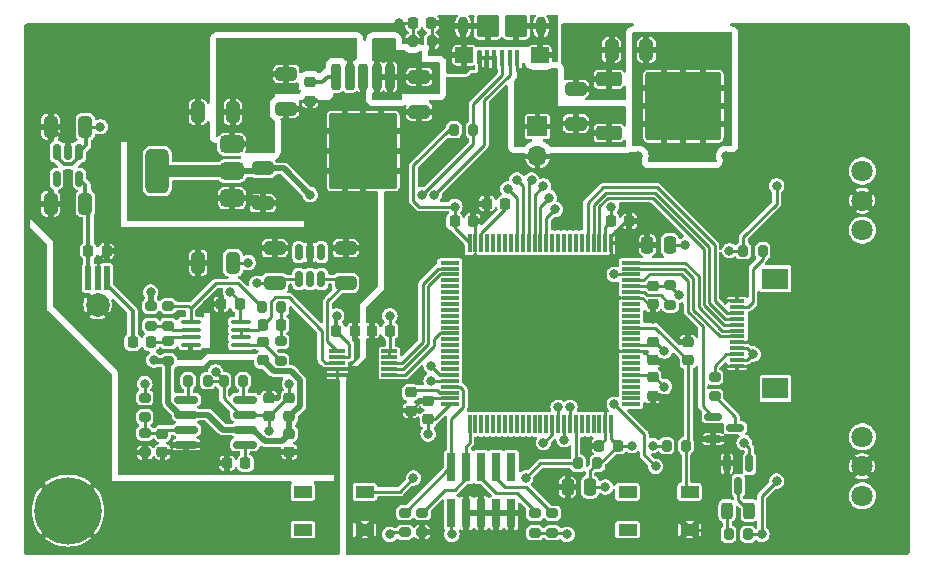
<source format=gtl>
G04 #@! TF.GenerationSoftware,KiCad,Pcbnew,8.0.4*
G04 #@! TF.CreationDate,2024-09-21T08:46:09+10:00*
G04 #@! TF.ProjectId,hsa_r0,6873615f-7230-42e6-9b69-6361645f7063,rev?*
G04 #@! TF.SameCoordinates,Original*
G04 #@! TF.FileFunction,Copper,L1,Top*
G04 #@! TF.FilePolarity,Positive*
%FSLAX46Y46*%
G04 Gerber Fmt 4.6, Leading zero omitted, Abs format (unit mm)*
G04 Created by KiCad (PCBNEW 8.0.4) date 2024-09-21 08:46:09*
%MOMM*%
%LPD*%
G01*
G04 APERTURE LIST*
G04 Aperture macros list*
%AMRoundRect*
0 Rectangle with rounded corners*
0 $1 Rounding radius*
0 $2 $3 $4 $5 $6 $7 $8 $9 X,Y pos of 4 corners*
0 Add a 4 corners polygon primitive as box body*
4,1,4,$2,$3,$4,$5,$6,$7,$8,$9,$2,$3,0*
0 Add four circle primitives for the rounded corners*
1,1,$1+$1,$2,$3*
1,1,$1+$1,$4,$5*
1,1,$1+$1,$6,$7*
1,1,$1+$1,$8,$9*
0 Add four rect primitives between the rounded corners*
20,1,$1+$1,$2,$3,$4,$5,0*
20,1,$1+$1,$4,$5,$6,$7,0*
20,1,$1+$1,$6,$7,$8,$9,0*
20,1,$1+$1,$8,$9,$2,$3,0*%
G04 Aperture macros list end*
G04 #@! TA.AperFunction,SMDPad,CuDef*
%ADD10RoundRect,0.200000X-0.275000X0.200000X-0.275000X-0.200000X0.275000X-0.200000X0.275000X0.200000X0*%
G04 #@! TD*
G04 #@! TA.AperFunction,SMDPad,CuDef*
%ADD11RoundRect,0.225000X-0.250000X0.225000X-0.250000X-0.225000X0.250000X-0.225000X0.250000X0.225000X0*%
G04 #@! TD*
G04 #@! TA.AperFunction,SMDPad,CuDef*
%ADD12RoundRect,0.150000X-0.150000X0.512500X-0.150000X-0.512500X0.150000X-0.512500X0.150000X0.512500X0*%
G04 #@! TD*
G04 #@! TA.AperFunction,SMDPad,CuDef*
%ADD13R,1.400000X0.300000*%
G04 #@! TD*
G04 #@! TA.AperFunction,SMDPad,CuDef*
%ADD14RoundRect,0.200000X0.275000X-0.200000X0.275000X0.200000X-0.275000X0.200000X-0.275000X-0.200000X0*%
G04 #@! TD*
G04 #@! TA.AperFunction,SMDPad,CuDef*
%ADD15RoundRect,0.225000X0.250000X-0.225000X0.250000X0.225000X-0.250000X0.225000X-0.250000X-0.225000X0*%
G04 #@! TD*
G04 #@! TA.AperFunction,SMDPad,CuDef*
%ADD16RoundRect,0.100000X0.100000X0.575000X-0.100000X0.575000X-0.100000X-0.575000X0.100000X-0.575000X0*%
G04 #@! TD*
G04 #@! TA.AperFunction,ComponentPad*
%ADD17O,0.900000X1.600000*%
G04 #@! TD*
G04 #@! TA.AperFunction,SMDPad,CuDef*
%ADD18RoundRect,0.250000X0.550000X0.450000X-0.550000X0.450000X-0.550000X-0.450000X0.550000X-0.450000X0*%
G04 #@! TD*
G04 #@! TA.AperFunction,SMDPad,CuDef*
%ADD19RoundRect,0.250000X0.700000X0.700000X-0.700000X0.700000X-0.700000X-0.700000X0.700000X-0.700000X0*%
G04 #@! TD*
G04 #@! TA.AperFunction,SMDPad,CuDef*
%ADD20RoundRect,0.250000X0.325000X0.650000X-0.325000X0.650000X-0.325000X-0.650000X0.325000X-0.650000X0*%
G04 #@! TD*
G04 #@! TA.AperFunction,SMDPad,CuDef*
%ADD21RoundRect,0.200000X0.200000X0.275000X-0.200000X0.275000X-0.200000X-0.275000X0.200000X-0.275000X0*%
G04 #@! TD*
G04 #@! TA.AperFunction,SMDPad,CuDef*
%ADD22RoundRect,0.100000X-0.712500X-0.100000X0.712500X-0.100000X0.712500X0.100000X-0.712500X0.100000X0*%
G04 #@! TD*
G04 #@! TA.AperFunction,SMDPad,CuDef*
%ADD23R,1.300000X0.300000*%
G04 #@! TD*
G04 #@! TA.AperFunction,SMDPad,CuDef*
%ADD24R,2.200000X1.800000*%
G04 #@! TD*
G04 #@! TA.AperFunction,SMDPad,CuDef*
%ADD25RoundRect,0.250000X0.650000X-0.325000X0.650000X0.325000X-0.650000X0.325000X-0.650000X-0.325000X0*%
G04 #@! TD*
G04 #@! TA.AperFunction,SMDPad,CuDef*
%ADD26RoundRect,0.075000X0.725000X0.075000X-0.725000X0.075000X-0.725000X-0.075000X0.725000X-0.075000X0*%
G04 #@! TD*
G04 #@! TA.AperFunction,SMDPad,CuDef*
%ADD27RoundRect,0.075000X0.075000X0.725000X-0.075000X0.725000X-0.075000X-0.725000X0.075000X-0.725000X0*%
G04 #@! TD*
G04 #@! TA.AperFunction,ComponentPad*
%ADD28C,1.800000*%
G04 #@! TD*
G04 #@! TA.AperFunction,SMDPad,CuDef*
%ADD29RoundRect,0.225000X0.225000X0.250000X-0.225000X0.250000X-0.225000X-0.250000X0.225000X-0.250000X0*%
G04 #@! TD*
G04 #@! TA.AperFunction,SMDPad,CuDef*
%ADD30RoundRect,0.250000X-0.650000X0.325000X-0.650000X-0.325000X0.650000X-0.325000X0.650000X0.325000X0*%
G04 #@! TD*
G04 #@! TA.AperFunction,SMDPad,CuDef*
%ADD31RoundRect,0.200000X-0.200000X-0.275000X0.200000X-0.275000X0.200000X0.275000X-0.200000X0.275000X0*%
G04 #@! TD*
G04 #@! TA.AperFunction,SMDPad,CuDef*
%ADD32R,0.570000X2.000000*%
G04 #@! TD*
G04 #@! TA.AperFunction,ComponentPad*
%ADD33C,2.000000*%
G04 #@! TD*
G04 #@! TA.AperFunction,SMDPad,CuDef*
%ADD34RoundRect,0.250000X-0.850000X-0.350000X0.850000X-0.350000X0.850000X0.350000X-0.850000X0.350000X0*%
G04 #@! TD*
G04 #@! TA.AperFunction,SMDPad,CuDef*
%ADD35RoundRect,0.250000X-1.275000X-1.125000X1.275000X-1.125000X1.275000X1.125000X-1.275000X1.125000X0*%
G04 #@! TD*
G04 #@! TA.AperFunction,SMDPad,CuDef*
%ADD36RoundRect,0.249997X-2.950003X-2.650003X2.950003X-2.650003X2.950003X2.650003X-2.950003X2.650003X0*%
G04 #@! TD*
G04 #@! TA.AperFunction,SMDPad,CuDef*
%ADD37RoundRect,0.150000X-0.150000X0.587500X-0.150000X-0.587500X0.150000X-0.587500X0.150000X0.587500X0*%
G04 #@! TD*
G04 #@! TA.AperFunction,SMDPad,CuDef*
%ADD38RoundRect,0.225000X-0.225000X-0.250000X0.225000X-0.250000X0.225000X0.250000X-0.225000X0.250000X0*%
G04 #@! TD*
G04 #@! TA.AperFunction,SMDPad,CuDef*
%ADD39R,1.550000X1.000000*%
G04 #@! TD*
G04 #@! TA.AperFunction,SMDPad,CuDef*
%ADD40RoundRect,0.200000X-0.200000X0.900000X-0.200000X-0.900000X0.200000X-0.900000X0.200000X0.900000X0*%
G04 #@! TD*
G04 #@! TA.AperFunction,SMDPad,CuDef*
%ADD41RoundRect,0.250000X-1.125000X1.275000X-1.125000X-1.275000X1.125000X-1.275000X1.125000X1.275000X0*%
G04 #@! TD*
G04 #@! TA.AperFunction,SMDPad,CuDef*
%ADD42RoundRect,0.249997X-2.650003X2.950003X-2.650003X-2.950003X2.650003X-2.950003X2.650003X2.950003X0*%
G04 #@! TD*
G04 #@! TA.AperFunction,SMDPad,CuDef*
%ADD43R,0.740000X2.400000*%
G04 #@! TD*
G04 #@! TA.AperFunction,SMDPad,CuDef*
%ADD44RoundRect,0.150000X-0.825000X-0.150000X0.825000X-0.150000X0.825000X0.150000X-0.825000X0.150000X0*%
G04 #@! TD*
G04 #@! TA.AperFunction,SMDPad,CuDef*
%ADD45RoundRect,0.250000X0.250000X0.475000X-0.250000X0.475000X-0.250000X-0.475000X0.250000X-0.475000X0*%
G04 #@! TD*
G04 #@! TA.AperFunction,ComponentPad*
%ADD46R,1.700000X1.700000*%
G04 #@! TD*
G04 #@! TA.AperFunction,ComponentPad*
%ADD47O,1.700000X1.700000*%
G04 #@! TD*
G04 #@! TA.AperFunction,ComponentPad*
%ADD48C,3.600000*%
G04 #@! TD*
G04 #@! TA.AperFunction,ConnectorPad*
%ADD49C,5.700000*%
G04 #@! TD*
G04 #@! TA.AperFunction,SMDPad,CuDef*
%ADD50RoundRect,0.243750X0.243750X0.456250X-0.243750X0.456250X-0.243750X-0.456250X0.243750X-0.456250X0*%
G04 #@! TD*
G04 #@! TA.AperFunction,SMDPad,CuDef*
%ADD51RoundRect,0.150000X-0.587500X-0.150000X0.587500X-0.150000X0.587500X0.150000X-0.587500X0.150000X0*%
G04 #@! TD*
G04 #@! TA.AperFunction,SMDPad,CuDef*
%ADD52RoundRect,0.375000X0.625000X0.375000X-0.625000X0.375000X-0.625000X-0.375000X0.625000X-0.375000X0*%
G04 #@! TD*
G04 #@! TA.AperFunction,SMDPad,CuDef*
%ADD53RoundRect,0.500000X0.500000X1.400000X-0.500000X1.400000X-0.500000X-1.400000X0.500000X-1.400000X0*%
G04 #@! TD*
G04 #@! TA.AperFunction,ViaPad*
%ADD54C,0.800000*%
G04 #@! TD*
G04 #@! TA.AperFunction,ViaPad*
%ADD55C,0.600000*%
G04 #@! TD*
G04 #@! TA.AperFunction,Conductor*
%ADD56C,0.250000*%
G04 #@! TD*
G04 #@! TA.AperFunction,Conductor*
%ADD57C,0.500000*%
G04 #@! TD*
G04 #@! TA.AperFunction,Conductor*
%ADD58C,0.375000*%
G04 #@! TD*
G04 #@! TA.AperFunction,Conductor*
%ADD59C,1.000000*%
G04 #@! TD*
G04 APERTURE END LIST*
D10*
X141500000Y-78425000D03*
X141500000Y-80075000D03*
D11*
X153750000Y-78475000D03*
X153750000Y-80025000D03*
D12*
X135950000Y-54612500D03*
X135000000Y-54612500D03*
X134050000Y-54612500D03*
X134050000Y-56887500D03*
X135950000Y-56887500D03*
D13*
X157800000Y-71500000D03*
X157800000Y-72000000D03*
X157800000Y-72500000D03*
X157800000Y-73000000D03*
X157800000Y-73500000D03*
X162200000Y-73500000D03*
X162200000Y-73000000D03*
X162200000Y-72500000D03*
X162200000Y-72000000D03*
X162200000Y-71500000D03*
D14*
X189750000Y-75325000D03*
X189750000Y-73675000D03*
D15*
X165500000Y-77275000D03*
X165500000Y-75725000D03*
D16*
X173050000Y-46675000D03*
X172400000Y-46675000D03*
X171750000Y-46675000D03*
X171100000Y-46675000D03*
X170450000Y-46675000D03*
D17*
X175050000Y-44000000D03*
D18*
X174950000Y-46450000D03*
D19*
X172950000Y-44000000D03*
X170550000Y-44000000D03*
D18*
X168550000Y-46450000D03*
D17*
X168450000Y-44000000D03*
D20*
X183975000Y-45997500D03*
X181025000Y-45997500D03*
D14*
X186000000Y-67575000D03*
X186000000Y-65925000D03*
D20*
X148950000Y-51250000D03*
X146000000Y-51250000D03*
D21*
X165825000Y-45250000D03*
X164175000Y-45250000D03*
D22*
X145387500Y-69025000D03*
X145387500Y-69675000D03*
X145387500Y-70325000D03*
X145387500Y-70975000D03*
X149612500Y-70975000D03*
X149612500Y-70325000D03*
X149612500Y-69675000D03*
X149612500Y-69025000D03*
D23*
X191650000Y-72750000D03*
X191650000Y-72250000D03*
X191650000Y-71750000D03*
X191650000Y-71250000D03*
X191650000Y-70750000D03*
X191650000Y-70250000D03*
X191650000Y-69750000D03*
X191650000Y-69250000D03*
X191650000Y-68750000D03*
X191650000Y-68250000D03*
X191650000Y-67750000D03*
X191650000Y-67250000D03*
D24*
X194900000Y-74650000D03*
X194900000Y-65350000D03*
D21*
X179825000Y-81000000D03*
X178175000Y-81000000D03*
D25*
X152500000Y-65725000D03*
X152500000Y-62775000D03*
D26*
X182675000Y-76000000D03*
X182675000Y-75500000D03*
X182675000Y-75000000D03*
X182675000Y-74500000D03*
X182675000Y-74000000D03*
X182675000Y-73500000D03*
X182675000Y-73000000D03*
X182675000Y-72500000D03*
X182675000Y-72000000D03*
X182675000Y-71500000D03*
X182675000Y-71000000D03*
X182675000Y-70500000D03*
X182675000Y-70000000D03*
X182675000Y-69500000D03*
X182675000Y-69000000D03*
X182675000Y-68500000D03*
X182675000Y-68000000D03*
X182675000Y-67500000D03*
X182675000Y-67000000D03*
X182675000Y-66500000D03*
X182675000Y-66000000D03*
X182675000Y-65500000D03*
X182675000Y-65000000D03*
X182675000Y-64500000D03*
X182675000Y-64000000D03*
D27*
X181000000Y-62325000D03*
X180500000Y-62325000D03*
X180000000Y-62325000D03*
X179500000Y-62325000D03*
X179000000Y-62325000D03*
X178500000Y-62325000D03*
X178000000Y-62325000D03*
X177500000Y-62325000D03*
X177000000Y-62325000D03*
X176500000Y-62325000D03*
X176000000Y-62325000D03*
X175500000Y-62325000D03*
X175000000Y-62325000D03*
X174500000Y-62325000D03*
X174000000Y-62325000D03*
X173500000Y-62325000D03*
X173000000Y-62325000D03*
X172500000Y-62325000D03*
X172000000Y-62325000D03*
X171500000Y-62325000D03*
X171000000Y-62325000D03*
X170500000Y-62325000D03*
X170000000Y-62325000D03*
X169500000Y-62325000D03*
X169000000Y-62325000D03*
D26*
X167325000Y-64000000D03*
X167325000Y-64500000D03*
X167325000Y-65000000D03*
X167325000Y-65500000D03*
X167325000Y-66000000D03*
X167325000Y-66500000D03*
X167325000Y-67000000D03*
X167325000Y-67500000D03*
X167325000Y-68000000D03*
X167325000Y-68500000D03*
X167325000Y-69000000D03*
X167325000Y-69500000D03*
X167325000Y-70000000D03*
X167325000Y-70500000D03*
X167325000Y-71000000D03*
X167325000Y-71500000D03*
X167325000Y-72000000D03*
X167325000Y-72500000D03*
X167325000Y-73000000D03*
X167325000Y-73500000D03*
X167325000Y-74000000D03*
X167325000Y-74500000D03*
X167325000Y-75000000D03*
X167325000Y-75500000D03*
X167325000Y-76000000D03*
D27*
X169000000Y-77675000D03*
X169500000Y-77675000D03*
X170000000Y-77675000D03*
X170500000Y-77675000D03*
X171000000Y-77675000D03*
X171500000Y-77675000D03*
X172000000Y-77675000D03*
X172500000Y-77675000D03*
X173000000Y-77675000D03*
X173500000Y-77675000D03*
X174000000Y-77675000D03*
X174500000Y-77675000D03*
X175000000Y-77675000D03*
X175500000Y-77675000D03*
X176000000Y-77675000D03*
X176500000Y-77675000D03*
X177000000Y-77675000D03*
X177500000Y-77675000D03*
X178000000Y-77675000D03*
X178500000Y-77675000D03*
X179000000Y-77675000D03*
X179500000Y-77675000D03*
X180000000Y-77675000D03*
X180500000Y-77675000D03*
X181000000Y-77675000D03*
D28*
X202250000Y-83750000D03*
X202250000Y-78750000D03*
X202250000Y-81250000D03*
D29*
X138275000Y-63000000D03*
X136725000Y-63000000D03*
D30*
X164750000Y-48275000D03*
X164750000Y-51225000D03*
D31*
X192175000Y-63000000D03*
X193825000Y-63000000D03*
D32*
X138275000Y-65295000D03*
X137500000Y-65295000D03*
X136725000Y-65295000D03*
D33*
X137500000Y-67575000D03*
D34*
X180800000Y-48470000D03*
D35*
X185425000Y-49225000D03*
X185425000Y-52275000D03*
D36*
X187100000Y-50750000D03*
D35*
X188775000Y-49225000D03*
X188775000Y-52275000D03*
D34*
X180800000Y-53030000D03*
D31*
X185675000Y-79500000D03*
X187325000Y-79500000D03*
D37*
X192700000Y-81000000D03*
X190800000Y-81000000D03*
X191750000Y-82875000D03*
D10*
X142000000Y-67675000D03*
X142000000Y-69325000D03*
D29*
X150025000Y-81000000D03*
X148475000Y-81000000D03*
D25*
X178000000Y-52222500D03*
X178000000Y-49272500D03*
D31*
X190925000Y-87000000D03*
X192575000Y-87000000D03*
D20*
X136475000Y-52500000D03*
X133525000Y-52500000D03*
D14*
X174520000Y-86875000D03*
X174520000Y-85225000D03*
D38*
X157725000Y-69750000D03*
X159275000Y-69750000D03*
D30*
X153475000Y-48025000D03*
X153475000Y-50975000D03*
D10*
X165000000Y-85175000D03*
X165000000Y-86825000D03*
D38*
X140475000Y-70750000D03*
X142025000Y-70750000D03*
X180975000Y-60500000D03*
X182525000Y-60500000D03*
D29*
X149525000Y-67500000D03*
X147975000Y-67500000D03*
D21*
X146825000Y-74000000D03*
X145175000Y-74000000D03*
D14*
X176020000Y-86875000D03*
X176020000Y-85225000D03*
D29*
X153025000Y-69250000D03*
X151475000Y-69250000D03*
D39*
X187625000Y-86600000D03*
X187625000Y-83400000D03*
X182375000Y-86600000D03*
X182375000Y-83400000D03*
D10*
X141500000Y-75425000D03*
X141500000Y-77075000D03*
D40*
X162280000Y-48250000D03*
X161140000Y-48250000D03*
X160000000Y-48250000D03*
D41*
X161525000Y-52875000D03*
X158475000Y-52875000D03*
D42*
X160000000Y-54550000D03*
D41*
X161525000Y-56225000D03*
X158475000Y-56225000D03*
D40*
X158860000Y-48250000D03*
X157720000Y-48250000D03*
D12*
X156450000Y-63112500D03*
X155500000Y-63112500D03*
X154550000Y-63112500D03*
X154550000Y-65387500D03*
X155500000Y-65387500D03*
X156450000Y-65387500D03*
D14*
X143500000Y-72325000D03*
X143500000Y-70675000D03*
D43*
X167460000Y-85200000D03*
X167460000Y-81300000D03*
X168730000Y-85200000D03*
X168730000Y-81300000D03*
X170000000Y-85200000D03*
X170000000Y-81300000D03*
X171270000Y-85200000D03*
X171270000Y-81300000D03*
X172540000Y-85200000D03*
X172540000Y-81300000D03*
D15*
X152000000Y-77025000D03*
X152000000Y-75475000D03*
D44*
X145025000Y-75595000D03*
X145025000Y-76865000D03*
X145025000Y-78135000D03*
X145025000Y-79405000D03*
X149975000Y-79405000D03*
X149975000Y-78135000D03*
X149975000Y-76865000D03*
X149975000Y-75595000D03*
D20*
X148975000Y-64000000D03*
X146025000Y-64000000D03*
D15*
X151500000Y-72275000D03*
X151500000Y-70725000D03*
D45*
X179200000Y-83000000D03*
X177300000Y-83000000D03*
D11*
X155500000Y-48725000D03*
X155500000Y-50275000D03*
D46*
X174750000Y-52475000D03*
D47*
X174750000Y-55015000D03*
D20*
X136475000Y-59000000D03*
X133525000Y-59000000D03*
D38*
X170475000Y-59000000D03*
X172025000Y-59000000D03*
D30*
X151475000Y-56025000D03*
X151475000Y-58975000D03*
D29*
X165775000Y-43750000D03*
X164225000Y-43750000D03*
D11*
X153750000Y-75475000D03*
X153750000Y-77025000D03*
D15*
X187500000Y-72275000D03*
X187500000Y-70725000D03*
D11*
X143000000Y-78475000D03*
X143000000Y-80025000D03*
D48*
X135000000Y-85000000D03*
D49*
X135000000Y-85000000D03*
D50*
X192687500Y-85000000D03*
X190812500Y-85000000D03*
D38*
X167725000Y-60500000D03*
X169275000Y-60500000D03*
D39*
X160125000Y-86600000D03*
X160125000Y-83400000D03*
X154875000Y-86600000D03*
X154875000Y-83400000D03*
D31*
X151425000Y-67750000D03*
X153075000Y-67750000D03*
D21*
X149825000Y-74000000D03*
X148175000Y-74000000D03*
D25*
X158500000Y-65725000D03*
X158500000Y-62775000D03*
D10*
X153000000Y-70675000D03*
X153000000Y-72325000D03*
D31*
X167675000Y-52750000D03*
X169325000Y-52750000D03*
D28*
X202250000Y-61250000D03*
X202250000Y-56250000D03*
X202250000Y-58750000D03*
D51*
X189625000Y-77050000D03*
X189625000Y-78950000D03*
X191500000Y-78000000D03*
D45*
X185950000Y-62500000D03*
X184050000Y-62500000D03*
D52*
X148875000Y-58550000D03*
X148875000Y-56250000D03*
D53*
X142575000Y-56250000D03*
D52*
X148875000Y-53950000D03*
D11*
X184500000Y-73725000D03*
X184500000Y-75275000D03*
D29*
X181525000Y-79500000D03*
X179975000Y-79500000D03*
D11*
X184500000Y-70725000D03*
X184500000Y-72275000D03*
D29*
X162275000Y-69750000D03*
X160725000Y-69750000D03*
D11*
X184500000Y-65975000D03*
X184500000Y-67525000D03*
D14*
X143500000Y-69325000D03*
X143500000Y-67675000D03*
D11*
X164000000Y-74975000D03*
X164000000Y-76525000D03*
D14*
X163500000Y-86825000D03*
X163500000Y-85175000D03*
D54*
X182750000Y-79500000D03*
X195000000Y-82500000D03*
X185500000Y-71500000D03*
X189250000Y-54500000D03*
X195000000Y-57500000D03*
X162250000Y-87000000D03*
X167750000Y-59250000D03*
X165500000Y-78500000D03*
X162250000Y-68500000D03*
X186760398Y-66737271D03*
X184500000Y-79500000D03*
X187750000Y-54500000D03*
X193750000Y-87000000D03*
X193000000Y-71750000D03*
X187250000Y-62500000D03*
X184750000Y-54500000D03*
X167500000Y-87000000D03*
X177250000Y-87000000D03*
X186250000Y-54500000D03*
X180500000Y-83000000D03*
X185500000Y-74500000D03*
X181000000Y-59250000D03*
X191000000Y-63000000D03*
D55*
X193750000Y-88250000D03*
D54*
X155500000Y-61750000D03*
X145000000Y-80500000D03*
D55*
X155750000Y-67500000D03*
X132500000Y-62500000D03*
X194250000Y-76250000D03*
X132500000Y-77500000D03*
X135000000Y-62500000D03*
X171500000Y-54250000D03*
D54*
X182500000Y-59250000D03*
D55*
X205000000Y-75000000D03*
D54*
X179750000Y-45997500D03*
X190750000Y-55000000D03*
D55*
X163750000Y-65000000D03*
D54*
X153475000Y-52250000D03*
X187500000Y-69500000D03*
D55*
X163750000Y-62500000D03*
X158500000Y-64250000D03*
X145000000Y-66500000D03*
D54*
X147250000Y-81000000D03*
D55*
X147500000Y-87500000D03*
D54*
X200250000Y-57250000D03*
D55*
X132500000Y-67500000D03*
D54*
X195750000Y-45500000D03*
D55*
X132500000Y-72500000D03*
X140000000Y-72500000D03*
X171500000Y-50250000D03*
X182500000Y-56500000D03*
X180000000Y-75000000D03*
X148000000Y-71250000D03*
X180000000Y-70000000D03*
X166500000Y-55250000D03*
D54*
X170500000Y-57750000D03*
X176000000Y-83000000D03*
X164000000Y-77750000D03*
D55*
X197500000Y-72500000D03*
X167500000Y-54250000D03*
D54*
X152000000Y-74250000D03*
X151000000Y-62750000D03*
D55*
X170000000Y-75000000D03*
D54*
X144725000Y-51250000D03*
D55*
X196000000Y-62000000D03*
X194500000Y-81500000D03*
D54*
X190750000Y-66500000D03*
X156250000Y-73000000D03*
D55*
X192250000Y-64500000D03*
X194250000Y-58500000D03*
D54*
X145750000Y-45500000D03*
D55*
X200000000Y-70000000D03*
D54*
X184500000Y-68750000D03*
X182750000Y-62500000D03*
D55*
X182250000Y-81500000D03*
D54*
X189500000Y-78000000D03*
X169250000Y-59250000D03*
D55*
X197500000Y-67500000D03*
D54*
X163000000Y-43750000D03*
D55*
X195250000Y-69750000D03*
D54*
X153475000Y-53250000D03*
X141500000Y-81250000D03*
X133250000Y-45500000D03*
X143000000Y-81250000D03*
D55*
X192500000Y-60000000D03*
D54*
X160750000Y-68500000D03*
X144750000Y-64000000D03*
D55*
X175000000Y-65000000D03*
X191500000Y-74250000D03*
X202000000Y-63250000D03*
X205000000Y-70000000D03*
X175000000Y-75000000D03*
X152500000Y-87500000D03*
X148250000Y-76750000D03*
X205000000Y-65000000D03*
D54*
X159000000Y-74000000D03*
X181750000Y-44250000D03*
X189250000Y-86500000D03*
D55*
X147000000Y-79000000D03*
D54*
X193000000Y-73250000D03*
X179250000Y-44250000D03*
D55*
X170000000Y-79250000D03*
X150000000Y-85000000D03*
D54*
X138250000Y-61500000D03*
X166250000Y-87000000D03*
X191750000Y-81000000D03*
D55*
X177250000Y-60500000D03*
X200000000Y-65000000D03*
D54*
X180500000Y-44250000D03*
D55*
X187500000Y-57500000D03*
X166250000Y-79750000D03*
X170000000Y-70000000D03*
X169250000Y-48250000D03*
X137500000Y-77500000D03*
D54*
X145250000Y-71750000D03*
D55*
X155500000Y-57000000D03*
D54*
X132250000Y-59000000D03*
D55*
X190000000Y-60000000D03*
D54*
X159250000Y-68500000D03*
X153750000Y-81250000D03*
X168750000Y-87000000D03*
D55*
X167250000Y-62500000D03*
X170000000Y-65000000D03*
D54*
X178750000Y-79500000D03*
D55*
X154500000Y-69500000D03*
X152000000Y-80750000D03*
X142500000Y-87500000D03*
X145000000Y-85000000D03*
X178750000Y-57500000D03*
X175000000Y-70000000D03*
D54*
X183250000Y-55000000D03*
X146762653Y-67512653D03*
X152975000Y-59000000D03*
X185500000Y-76000000D03*
D55*
X163750000Y-67500000D03*
X200000000Y-52500000D03*
X200000000Y-75000000D03*
D54*
X158500000Y-61750000D03*
D55*
X140500000Y-66500000D03*
X140000000Y-85000000D03*
D54*
X132250000Y-52500000D03*
X200000000Y-61000000D03*
D55*
X197500000Y-87500000D03*
X135000000Y-80000000D03*
X202500000Y-67500000D03*
X149000000Y-72750000D03*
X135000000Y-75000000D03*
X180000000Y-65000000D03*
D54*
X193000000Y-70250000D03*
D55*
X163750000Y-60000000D03*
X137500000Y-55750000D03*
D54*
X185500000Y-73000000D03*
D55*
X202500000Y-72500000D03*
X164500000Y-73750000D03*
X195000000Y-52500000D03*
X152500000Y-64250000D03*
D54*
X153475000Y-54250000D03*
X176250000Y-59500000D03*
X175750000Y-58500000D03*
X175250000Y-57500000D03*
X174250000Y-57000000D03*
X173000000Y-57000000D03*
X172250000Y-57750000D03*
X152000000Y-78250000D03*
X150975000Y-52750000D03*
X150975000Y-54000000D03*
X137750000Y-52500000D03*
X150975000Y-51500000D03*
X147500000Y-73250000D03*
X141500000Y-74250000D03*
X151000000Y-65750000D03*
X153750000Y-74250000D03*
X150250000Y-64000000D03*
X148750000Y-66500000D03*
X155500000Y-58250000D03*
X157750000Y-68500000D03*
X142000000Y-66500000D03*
X142250000Y-72250000D03*
X166012653Y-58262653D03*
X165750000Y-72750000D03*
X165000000Y-58250000D03*
X165750000Y-74000000D03*
X163250000Y-46750000D03*
X164250000Y-46750000D03*
X161750002Y-45750000D03*
X164250000Y-82250000D03*
X173750000Y-82250000D03*
X181250000Y-65000000D03*
X192250000Y-79250000D03*
X184750000Y-81250000D03*
X181250000Y-76000000D03*
X177500000Y-76250000D03*
X176500000Y-76250000D03*
X175250000Y-79250000D03*
X177000000Y-79000000D03*
D56*
X192500000Y-70750000D02*
X191650000Y-70750000D01*
X193000000Y-70250000D02*
X192500000Y-70750000D01*
X193000000Y-73250000D02*
X192500000Y-72750000D01*
X192500000Y-72750000D02*
X191650000Y-72750000D01*
X190750000Y-66500000D02*
X191500000Y-66500000D01*
X191500000Y-66500000D02*
X191650000Y-66650000D01*
X191650000Y-66650000D02*
X191650000Y-67250000D01*
X164225000Y-43750000D02*
X163000000Y-43750000D01*
X179200000Y-83000000D02*
X179200000Y-81625000D01*
X192474695Y-71250000D02*
X192974695Y-71750000D01*
X162275000Y-71425000D02*
X162200000Y-71500000D01*
X167725000Y-61050000D02*
X169000000Y-62325000D01*
X193750000Y-83750000D02*
X193750000Y-87000000D01*
X167725000Y-60500000D02*
X167725000Y-61050000D01*
D57*
X186950000Y-49500000D02*
X187100000Y-49500000D01*
D56*
X195000000Y-59000000D02*
X192175000Y-61825000D01*
X192474695Y-72250000D02*
X192974695Y-71750000D01*
X185675000Y-79500000D02*
X184500000Y-79500000D01*
X167275000Y-52750000D02*
X164250000Y-55775000D01*
X167675000Y-52750000D02*
X167275000Y-52750000D01*
X167725000Y-59275000D02*
X167750000Y-59250000D01*
X164250000Y-55775000D02*
X164250000Y-58750000D01*
X165500000Y-77275000D02*
X165500000Y-77250000D01*
X180500000Y-60975000D02*
X180975000Y-60500000D01*
X162425000Y-86825000D02*
X162250000Y-87000000D01*
X184225000Y-71000000D02*
X182675000Y-71000000D01*
X181000000Y-77675000D02*
X181000000Y-78975000D01*
X180975000Y-59275000D02*
X181000000Y-59250000D01*
X192175000Y-63000000D02*
X191000000Y-63000000D01*
X165500000Y-77275000D02*
X165500000Y-78500000D01*
X181000000Y-78975000D02*
X181525000Y-79500000D01*
X185950000Y-65975000D02*
X186000000Y-65925000D01*
X165500000Y-77275000D02*
X166050000Y-77275000D01*
X162200000Y-72000000D02*
X162200000Y-71500000D01*
X195000000Y-82500000D02*
X193750000Y-83750000D01*
X184475000Y-66000000D02*
X184500000Y-65975000D01*
X167460000Y-86960000D02*
X167500000Y-87000000D01*
X191650000Y-71250000D02*
X192474695Y-71250000D01*
X162275000Y-68525000D02*
X162250000Y-68500000D01*
X174520000Y-86875000D02*
X176020000Y-86875000D01*
X180025000Y-81000000D02*
X181525000Y-79500000D01*
X162275000Y-69750000D02*
X162275000Y-68525000D01*
X192974695Y-71750000D02*
X193000000Y-71750000D01*
X195000000Y-57500000D02*
X195000000Y-59000000D01*
X179200000Y-83000000D02*
X180500000Y-83000000D01*
X167725000Y-60500000D02*
X167725000Y-59275000D01*
X186000000Y-65976873D02*
X186760398Y-66737271D01*
X177125000Y-86875000D02*
X177250000Y-87000000D01*
X184500000Y-65975000D02*
X185950000Y-65975000D01*
X180500000Y-62325000D02*
X180500000Y-60975000D01*
X182675000Y-66000000D02*
X184475000Y-66000000D01*
X191650000Y-72250000D02*
X192474695Y-72250000D01*
X167460000Y-85200000D02*
X167460000Y-86960000D01*
X162275000Y-69750000D02*
X162275000Y-71425000D01*
X186000000Y-65925000D02*
X186000000Y-65976873D01*
X164250000Y-58750000D02*
X164750000Y-59250000D01*
X166050000Y-77275000D02*
X167325000Y-76000000D01*
X164750000Y-59250000D02*
X167750000Y-59250000D01*
X163500000Y-86825000D02*
X162425000Y-86825000D01*
X179200000Y-81625000D02*
X179825000Y-81000000D01*
X192175000Y-61825000D02*
X192175000Y-63000000D01*
X184275000Y-73500000D02*
X182675000Y-73500000D01*
X179825000Y-81000000D02*
X180025000Y-81000000D01*
X184500000Y-73725000D02*
X184275000Y-73500000D01*
X180975000Y-60500000D02*
X180975000Y-59275000D01*
X184725000Y-70725000D02*
X184500000Y-70725000D01*
X185950000Y-62500000D02*
X187250000Y-62500000D01*
X184500000Y-73725000D02*
X184725000Y-73725000D01*
X176020000Y-86875000D02*
X177125000Y-86875000D01*
X184725000Y-73725000D02*
X185500000Y-74500000D01*
X181525000Y-79500000D02*
X182750000Y-79500000D01*
X184500000Y-70725000D02*
X184225000Y-71000000D01*
X192575000Y-87000000D02*
X193750000Y-87000000D01*
X185500000Y-71500000D02*
X184725000Y-70725000D01*
D57*
X148875000Y-58550000D02*
X151050000Y-58550000D01*
D56*
X146000000Y-51250000D02*
X144725000Y-51250000D01*
X152500000Y-62775000D02*
X151025000Y-62775000D01*
X165725000Y-75500000D02*
X167325000Y-75500000D01*
X133525000Y-52500000D02*
X132250000Y-52500000D01*
X184050000Y-62500000D02*
X182750000Y-62500000D01*
X155500000Y-63112500D02*
X155500000Y-61750000D01*
X157800000Y-73000000D02*
X156250000Y-73000000D01*
X169275000Y-59275000D02*
X169250000Y-59250000D01*
X184775000Y-75275000D02*
X184500000Y-75275000D01*
X164175000Y-43800000D02*
X164225000Y-43750000D01*
X160725000Y-69750000D02*
X160725000Y-68525000D01*
X169500000Y-62325000D02*
X169500000Y-60725000D01*
X182675000Y-67000000D02*
X183629552Y-67000000D01*
D57*
X180800000Y-48470000D02*
X180800000Y-46222500D01*
D56*
X137500000Y-63775000D02*
X138275000Y-63000000D01*
X170475000Y-59000000D02*
X170475000Y-59050000D01*
X182262500Y-60500000D02*
X182525000Y-60500000D01*
X170475000Y-59000000D02*
X170475000Y-57775000D01*
X181025000Y-45997500D02*
X179750000Y-45997500D01*
D57*
X151050000Y-58550000D02*
X151475000Y-58975000D01*
D56*
X169500000Y-60725000D02*
X169275000Y-60500000D01*
X148475000Y-81000000D02*
X147250000Y-81000000D01*
X183629552Y-67000000D02*
X184154552Y-67525000D01*
X165500000Y-75725000D02*
X165725000Y-75500000D01*
X165500000Y-75725000D02*
X164800000Y-75725000D01*
X138275000Y-61525000D02*
X138250000Y-61500000D01*
X137500000Y-65910000D02*
X137500000Y-63775000D01*
X152000000Y-75475000D02*
X152000000Y-74250000D01*
X164000000Y-76525000D02*
X164000000Y-77750000D01*
X187625000Y-86600000D02*
X189150000Y-86600000D01*
X145025000Y-79405000D02*
X145025000Y-80475000D01*
X179975000Y-79500000D02*
X178750000Y-79500000D01*
X135000000Y-54612500D02*
X135000000Y-53975000D01*
X157800000Y-73000000D02*
X157800000Y-73500000D01*
X146775306Y-67500000D02*
X146762653Y-67512653D01*
X169275000Y-60500000D02*
X169275000Y-60200000D01*
X189150000Y-86600000D02*
X189250000Y-86500000D01*
X138275000Y-63000000D02*
X138275000Y-61525000D01*
X190800000Y-81000000D02*
X191750000Y-81000000D01*
X181000000Y-61762500D02*
X182262500Y-60500000D01*
X153750000Y-80025000D02*
X153750000Y-81250000D01*
X187500000Y-70725000D02*
X187500000Y-69500000D01*
X146025000Y-64000000D02*
X144750000Y-64000000D01*
X133525000Y-59000000D02*
X132250000Y-59000000D01*
X141500000Y-80075000D02*
X141500000Y-81250000D01*
X170475000Y-57775000D02*
X170500000Y-57750000D01*
X184154552Y-67525000D02*
X184500000Y-67525000D01*
X179975000Y-79500000D02*
X180500000Y-78975000D01*
D57*
X180800000Y-46222500D02*
X181025000Y-45997500D01*
D56*
X159275000Y-68525000D02*
X159250000Y-68500000D01*
X184775000Y-72275000D02*
X184500000Y-72275000D01*
X158500000Y-73500000D02*
X157800000Y-73500000D01*
X166075000Y-86825000D02*
X166250000Y-87000000D01*
X164800000Y-75725000D02*
X164000000Y-76525000D01*
X183725000Y-71500000D02*
X182675000Y-71500000D01*
X153475000Y-50975000D02*
X153475000Y-52250000D01*
X168730000Y-86980000D02*
X168750000Y-87000000D01*
X151025000Y-62775000D02*
X151000000Y-62750000D01*
X181000000Y-62325000D02*
X181000000Y-61762500D01*
X164175000Y-45250000D02*
X164175000Y-43800000D01*
X184500000Y-72275000D02*
X183725000Y-71500000D01*
X159275000Y-69750000D02*
X159275000Y-68525000D01*
X169275000Y-60500000D02*
X169275000Y-59275000D01*
X143000000Y-80025000D02*
X143000000Y-81250000D01*
X158500000Y-61750000D02*
X158500000Y-62775000D01*
D57*
X168730000Y-85200000D02*
X172540000Y-85200000D01*
D56*
X165000000Y-86825000D02*
X166075000Y-86825000D01*
X185500000Y-73000000D02*
X184775000Y-72275000D01*
X159000000Y-74000000D02*
X158500000Y-73500000D01*
X160725000Y-68525000D02*
X160750000Y-68500000D01*
D58*
X151475000Y-58975000D02*
X152950000Y-58975000D01*
D56*
X147975000Y-67500000D02*
X146775306Y-67500000D01*
X168730000Y-85200000D02*
X168730000Y-86980000D01*
X189625000Y-78950000D02*
X189625000Y-78125000D01*
X182525000Y-59275000D02*
X182500000Y-59250000D01*
X135000000Y-53975000D02*
X133525000Y-52500000D01*
X152950000Y-58975000D02*
X152975000Y-59000000D01*
X189625000Y-78125000D02*
X189500000Y-78000000D01*
X185500000Y-76000000D02*
X184775000Y-75275000D01*
X180500000Y-78975000D02*
X180500000Y-77675000D01*
X145387500Y-71612500D02*
X145250000Y-71750000D01*
X177300000Y-83000000D02*
X176000000Y-83000000D01*
X145387500Y-70975000D02*
X145387500Y-71612500D01*
X182525000Y-60500000D02*
X182525000Y-59275000D01*
X145025000Y-80475000D02*
X145000000Y-80500000D01*
X184500000Y-67525000D02*
X184500000Y-68750000D01*
X187325000Y-83100000D02*
X187625000Y-83400000D01*
X187325000Y-79500000D02*
X187325000Y-83100000D01*
X187500000Y-72275000D02*
X184725000Y-69500000D01*
X187500000Y-79325000D02*
X187325000Y-79500000D01*
X187500000Y-72275000D02*
X187500000Y-79325000D01*
X184725000Y-69500000D02*
X182675000Y-69500000D01*
X165825000Y-43800000D02*
X165775000Y-43750000D01*
X165825000Y-45250000D02*
X165825000Y-43800000D01*
X176250000Y-59500000D02*
X175500000Y-60250000D01*
X175500000Y-60250000D02*
X175500000Y-62325000D01*
X175000000Y-59250000D02*
X175000000Y-62325000D01*
X175750000Y-58500000D02*
X175000000Y-59250000D01*
X175250000Y-57500000D02*
X174500000Y-58250000D01*
X174500000Y-58250000D02*
X174500000Y-62325000D01*
X174250000Y-57000000D02*
X174000000Y-57250000D01*
X174000000Y-57250000D02*
X174000000Y-62325000D01*
X173000000Y-57000000D02*
X173500000Y-57500000D01*
X173500000Y-57500000D02*
X173500000Y-62325000D01*
X173000000Y-58500000D02*
X173000000Y-62325000D01*
X172250000Y-57750000D02*
X173000000Y-58500000D01*
D58*
X134050000Y-55089296D02*
X134050000Y-54612500D01*
D56*
X148175000Y-74000000D02*
X148175000Y-75445908D01*
X149594092Y-76865000D02*
X149975000Y-76865000D01*
X151840000Y-76865000D02*
X152000000Y-77025000D01*
X149525000Y-67500000D02*
X149525000Y-68937500D01*
X149525000Y-67275000D02*
X148750000Y-66500000D01*
X146825000Y-74000000D02*
X148175000Y-74000000D01*
D58*
X136500000Y-54062500D02*
X135950000Y-54612500D01*
D56*
X153750000Y-75475000D02*
X153750000Y-74250000D01*
X148975000Y-64000000D02*
X150250000Y-64000000D01*
D58*
X134623204Y-55662500D02*
X134050000Y-55089296D01*
X136475000Y-52500000D02*
X136500000Y-52525000D01*
D56*
X152000000Y-77025000D02*
X153550000Y-75475000D01*
X149525000Y-67500000D02*
X149525000Y-67275000D01*
D58*
X135950000Y-55089296D02*
X135376796Y-55662500D01*
D56*
X154550000Y-65387500D02*
X152837500Y-65387500D01*
X147500000Y-73250000D02*
X148175000Y-73925000D01*
X151025000Y-65725000D02*
X151000000Y-65750000D01*
X148175000Y-73925000D02*
X148175000Y-74000000D01*
X141500000Y-75425000D02*
X141500000Y-74250000D01*
X136475000Y-52500000D02*
X137750000Y-52500000D01*
X149975000Y-76865000D02*
X151840000Y-76865000D01*
X152837500Y-65387500D02*
X152500000Y-65725000D01*
D58*
X135376796Y-55662500D02*
X134623204Y-55662500D01*
D56*
X152500000Y-65725000D02*
X151025000Y-65725000D01*
X153550000Y-75475000D02*
X153750000Y-75475000D01*
X149525000Y-68937500D02*
X149612500Y-69025000D01*
D58*
X135950000Y-54612500D02*
X135950000Y-55089296D01*
X136500000Y-52525000D02*
X136500000Y-54062500D01*
D56*
X152000000Y-77025000D02*
X152000000Y-78250000D01*
X148175000Y-75445908D02*
X149594092Y-76865000D01*
D58*
X156525000Y-48725000D02*
X157000000Y-48250000D01*
X157000000Y-48250000D02*
X157720000Y-48250000D01*
X155500000Y-48725000D02*
X156525000Y-48725000D01*
D57*
X151250000Y-56250000D02*
X151475000Y-56025000D01*
D59*
X148875000Y-56250000D02*
X142575000Y-56250000D01*
D56*
X158825000Y-71975000D02*
X158825000Y-70850000D01*
D58*
X157725000Y-69750000D02*
X157725000Y-68525000D01*
D56*
X157725000Y-68525000D02*
X157750000Y-68500000D01*
X158825000Y-70850000D02*
X157725000Y-69750000D01*
X157800000Y-72000000D02*
X158800000Y-72000000D01*
D57*
X151475000Y-56025000D02*
X153275000Y-56025000D01*
X148875000Y-56250000D02*
X151250000Y-56250000D01*
D56*
X158800000Y-72000000D02*
X158825000Y-71975000D01*
D57*
X153275000Y-56025000D02*
X155500000Y-58250000D01*
D56*
X156950000Y-70650000D02*
X157800000Y-71500000D01*
X158162500Y-65387500D02*
X158500000Y-65725000D01*
X158500000Y-65725000D02*
X156950000Y-67275000D01*
X156450000Y-65387500D02*
X158162500Y-65387500D01*
X156950000Y-67275000D02*
X156950000Y-70650000D01*
D58*
X136475000Y-59000000D02*
X136475000Y-57412500D01*
X136475000Y-57412500D02*
X135950000Y-56887500D01*
X136725000Y-59725000D02*
X136725000Y-65910000D01*
X136475000Y-59475000D02*
X136725000Y-59725000D01*
X136475000Y-59000000D02*
X136475000Y-59475000D01*
D56*
X149612500Y-69675000D02*
X151050000Y-69675000D01*
X152150000Y-67350000D02*
X152550000Y-66950000D01*
X151475000Y-69250000D02*
X151500000Y-69250000D01*
X156500000Y-69750000D02*
X156500000Y-72200000D01*
X153700000Y-66950000D02*
X156500000Y-69750000D01*
X156500000Y-72200000D02*
X156800000Y-72500000D01*
X151500000Y-69250000D02*
X152150000Y-68600000D01*
X151050000Y-69675000D02*
X151475000Y-69250000D01*
X156800000Y-72500000D02*
X157800000Y-72500000D01*
X152550000Y-66950000D02*
X153700000Y-66950000D01*
X152150000Y-68600000D02*
X152150000Y-67350000D01*
X149612500Y-70325000D02*
X149612500Y-69675000D01*
D58*
X138275000Y-65910000D02*
X140475000Y-68110000D01*
X140475000Y-68110000D02*
X140475000Y-70750000D01*
D56*
X143425000Y-70750000D02*
X143500000Y-70675000D01*
X143850000Y-70325000D02*
X145387500Y-70325000D01*
X143500000Y-70675000D02*
X143850000Y-70325000D01*
X142025000Y-70750000D02*
X143425000Y-70750000D01*
D57*
X153750000Y-78475000D02*
X153750000Y-77025000D01*
X146865000Y-76865000D02*
X145025000Y-76865000D01*
X144467316Y-76865000D02*
X143500000Y-75897684D01*
X153750000Y-77025000D02*
X154675000Y-76100000D01*
X142000000Y-66500000D02*
X142000000Y-67675000D01*
X142325000Y-72325000D02*
X142250000Y-72250000D01*
X143500000Y-75897684D02*
X143500000Y-72325000D01*
X145025000Y-76865000D02*
X144467316Y-76865000D01*
X153125000Y-79100000D02*
X153750000Y-78475000D01*
X154675000Y-76100000D02*
X154675000Y-73972918D01*
X152400000Y-73175000D02*
X151500000Y-72275000D01*
X149975000Y-78135000D02*
X148135000Y-78135000D01*
X148135000Y-78135000D02*
X146865000Y-76865000D01*
X150682918Y-78135000D02*
X151647918Y-79100000D01*
X143500000Y-72325000D02*
X142325000Y-72325000D01*
X153877082Y-73175000D02*
X152400000Y-73175000D01*
X149975000Y-78135000D02*
X150682918Y-78135000D01*
X154675000Y-73972918D02*
X153877082Y-73175000D01*
X151647918Y-79100000D02*
X153125000Y-79100000D01*
D56*
X151500000Y-70825000D02*
X153000000Y-72325000D01*
X149612500Y-70975000D02*
X151250000Y-70975000D01*
X151250000Y-70975000D02*
X151500000Y-70725000D01*
X151500000Y-70725000D02*
X151500000Y-70825000D01*
X143000000Y-78475000D02*
X143340000Y-78135000D01*
X142950000Y-78425000D02*
X143000000Y-78475000D01*
X143340000Y-78135000D02*
X145025000Y-78135000D01*
X141500000Y-77075000D02*
X141500000Y-78425000D01*
X141500000Y-78425000D02*
X142950000Y-78425000D01*
X149975000Y-79405000D02*
X149975000Y-80950000D01*
X149975000Y-80950000D02*
X150025000Y-81000000D01*
X190812500Y-86637500D02*
X190925000Y-86750000D01*
X190812500Y-85000000D02*
X190812500Y-86637500D01*
X165750000Y-72792764D02*
X166457236Y-73500000D01*
X172400000Y-48100000D02*
X172400000Y-46675000D01*
X166457236Y-73500000D02*
X167325000Y-73500000D01*
X170250000Y-54025306D02*
X170250000Y-50250000D01*
X170250000Y-50250000D02*
X172400000Y-48100000D01*
X166012653Y-58262653D02*
X170250000Y-54025306D01*
X165750000Y-72750000D02*
X165750000Y-72792764D01*
X165000000Y-58250000D02*
X169325000Y-53925000D01*
X171750000Y-46675000D02*
X171750000Y-48113604D01*
X169325000Y-50538604D02*
X169325000Y-52750000D01*
X165750000Y-74000000D02*
X167325000Y-74000000D01*
X169325000Y-53925000D02*
X169325000Y-52750000D01*
X171750000Y-48113604D02*
X169325000Y-50538604D01*
X173050000Y-46675000D02*
X173050000Y-47800000D01*
X173050000Y-47800000D02*
X173250000Y-48000000D01*
X168450000Y-76242764D02*
X168450000Y-74757236D01*
X167460000Y-81300000D02*
X167460000Y-77232764D01*
X168450000Y-74757236D02*
X168192764Y-74500000D01*
X163500000Y-85175000D02*
X167375000Y-81300000D01*
X167375000Y-81300000D02*
X167460000Y-81300000D01*
X167460000Y-77232764D02*
X168450000Y-76242764D01*
X168192764Y-74500000D02*
X167325000Y-74500000D01*
X167750000Y-83250000D02*
X168730000Y-82270000D01*
X166925000Y-83250000D02*
X167750000Y-83250000D01*
X168730000Y-79520000D02*
X169000000Y-79250000D01*
X168730000Y-81300000D02*
X168730000Y-79520000D01*
X169000000Y-79250000D02*
X169000000Y-77675000D01*
X165000000Y-85175000D02*
X166925000Y-83250000D01*
X168730000Y-82270000D02*
X168730000Y-81300000D01*
X171250000Y-83500000D02*
X173000000Y-83500000D01*
X174520000Y-85020000D02*
X174520000Y-85225000D01*
X170000000Y-81300000D02*
X170000000Y-82250000D01*
X170000000Y-82250000D02*
X171250000Y-83500000D01*
X173000000Y-83500000D02*
X174520000Y-85020000D01*
X171270000Y-82250000D02*
X171270000Y-81300000D01*
X176020000Y-85225000D02*
X173795000Y-83000000D01*
X172020000Y-83000000D02*
X171270000Y-82250000D01*
X173795000Y-83000000D02*
X172020000Y-83000000D01*
X188850000Y-67600000D02*
X190500000Y-69250000D01*
X180699695Y-58525000D02*
X184502208Y-58525000D01*
X190500000Y-69250000D02*
X191650000Y-69250000D01*
X180000000Y-59224695D02*
X180699695Y-58525000D01*
X188850000Y-62872792D02*
X188850000Y-67600000D01*
X180000000Y-62325000D02*
X180000000Y-59224695D01*
X184502208Y-58525000D02*
X188850000Y-62872792D01*
X190227208Y-70250000D02*
X191650000Y-70250000D01*
X187113604Y-64500000D02*
X187950000Y-65336396D01*
X182675000Y-64500000D02*
X187113604Y-64500000D01*
X187950000Y-67972792D02*
X190227208Y-70250000D01*
X187950000Y-65336396D02*
X187950000Y-67972792D01*
X193000000Y-64500000D02*
X193825000Y-63675000D01*
X192600000Y-67750000D02*
X193000000Y-67350000D01*
X191650000Y-67750000D02*
X192600000Y-67750000D01*
X193825000Y-63675000D02*
X193825000Y-63000000D01*
X193000000Y-67350000D02*
X193000000Y-64500000D01*
X189750000Y-72750000D02*
X190750000Y-71750000D01*
X190750000Y-71750000D02*
X191650000Y-71750000D01*
X189750000Y-73675000D02*
X189750000Y-72750000D01*
X180513299Y-58075000D02*
X179500000Y-59088299D01*
X189300000Y-67413604D02*
X189300000Y-62686396D01*
X184688604Y-58075000D02*
X180513299Y-58075000D01*
X190636396Y-68750000D02*
X189300000Y-67413604D01*
X179500000Y-59088299D02*
X179500000Y-62325000D01*
X189300000Y-62686396D02*
X184688604Y-58075000D01*
X191650000Y-68750000D02*
X190636396Y-68750000D01*
X184875000Y-57625000D02*
X189750000Y-62500000D01*
X179000000Y-62325000D02*
X179000000Y-58951903D01*
X180326903Y-57625000D02*
X184875000Y-57625000D01*
X189750000Y-62500000D02*
X189750000Y-67227208D01*
X190772792Y-68250000D02*
X191650000Y-68250000D01*
X179000000Y-58951903D02*
X180326903Y-57625000D01*
X189750000Y-67227208D02*
X190772792Y-68250000D01*
X182675000Y-64000000D02*
X187250000Y-64000000D01*
X190363604Y-69750000D02*
X191650000Y-69750000D01*
X187250000Y-64000000D02*
X188400000Y-65150000D01*
X188400000Y-65150000D02*
X188400000Y-67786396D01*
X188400000Y-67786396D02*
X190363604Y-69750000D01*
X188750000Y-69409188D02*
X188750000Y-76175000D01*
X187500000Y-68159188D02*
X188750000Y-69409188D01*
X183715948Y-65500000D02*
X184265948Y-64950000D01*
X188750000Y-76175000D02*
X189625000Y-77050000D01*
X187500000Y-65522792D02*
X187500000Y-68159188D01*
X182675000Y-65500000D02*
X183715948Y-65500000D01*
X184265948Y-64950000D02*
X186927208Y-64950000D01*
X186927208Y-64950000D02*
X187500000Y-65522792D01*
X191500000Y-77075000D02*
X191500000Y-78000000D01*
X189750000Y-75325000D02*
X191500000Y-77075000D01*
X182675000Y-66500000D02*
X183765948Y-66500000D01*
X184015948Y-66750000D02*
X185175000Y-66750000D01*
X185175000Y-66750000D02*
X186000000Y-67575000D01*
X183765948Y-66500000D02*
X184015948Y-66750000D01*
X173750000Y-82250000D02*
X175000000Y-81000000D01*
X178000000Y-80825000D02*
X178000000Y-77675000D01*
X163100000Y-83400000D02*
X160125000Y-83400000D01*
X164250000Y-82250000D02*
X163100000Y-83400000D01*
X175000000Y-81000000D02*
X178175000Y-81000000D01*
X178175000Y-81000000D02*
X178000000Y-80825000D01*
X183775000Y-80275000D02*
X184750000Y-81250000D01*
X192700000Y-79700000D02*
X192700000Y-81000000D01*
X181250000Y-76000000D02*
X183775000Y-78525000D01*
X183775000Y-78525000D02*
X183775000Y-80275000D01*
X192250000Y-79250000D02*
X192700000Y-79700000D01*
X182675000Y-65000000D02*
X181250000Y-65000000D01*
X143500000Y-67675000D02*
X145199999Y-67675000D01*
X151425000Y-67750000D02*
X149425000Y-65750000D01*
X147500001Y-65750000D02*
X145387500Y-67862501D01*
X149425000Y-65750000D02*
X147500001Y-65750000D01*
X145199999Y-67675000D02*
X145387500Y-67862501D01*
X145387500Y-67862501D02*
X145387500Y-69025000D01*
X142000000Y-69325000D02*
X143500000Y-69325000D01*
X143850000Y-69675000D02*
X145387500Y-69675000D01*
X143500000Y-69325000D02*
X143850000Y-69675000D01*
X149825000Y-74000000D02*
X149825000Y-75445000D01*
X149825000Y-75445000D02*
X149975000Y-75595000D01*
X145025000Y-75595000D02*
X145175000Y-75445000D01*
X145175000Y-75445000D02*
X145175000Y-74000000D01*
X177500000Y-77675000D02*
X177500000Y-76250000D01*
X176500000Y-77675000D02*
X176500000Y-76250000D01*
X176000000Y-78542764D02*
X176000000Y-77675000D01*
X175250000Y-79250000D02*
X175292764Y-79250000D01*
X175292764Y-79250000D02*
X176000000Y-78542764D01*
X177000000Y-77675000D02*
X177000000Y-79000000D01*
X172025000Y-59432236D02*
X172025000Y-59000000D01*
X170000000Y-61457236D02*
X172025000Y-59432236D01*
X170000000Y-62325000D02*
X170000000Y-61457236D01*
X166457236Y-75000000D02*
X167325000Y-75000000D01*
X166207236Y-74750000D02*
X166457236Y-75000000D01*
X164000000Y-74975000D02*
X164225000Y-74750000D01*
X164225000Y-74750000D02*
X166207236Y-74750000D01*
X153025000Y-70650000D02*
X153000000Y-70675000D01*
X153025000Y-69250000D02*
X153025000Y-70650000D01*
X153075000Y-67750000D02*
X153075000Y-69200000D01*
X153075000Y-69200000D02*
X153025000Y-69250000D01*
X166320840Y-64500000D02*
X167325000Y-64500000D01*
X163250000Y-72500000D02*
X165050000Y-70700000D01*
X162200000Y-72500000D02*
X163250000Y-72500000D01*
X165050000Y-65770840D02*
X166320840Y-64500000D01*
X165050000Y-70700000D02*
X165050000Y-65770840D01*
X166457236Y-65000000D02*
X167325000Y-65000000D01*
X165500000Y-70886396D02*
X165500000Y-65957236D01*
X162200000Y-73000000D02*
X163386396Y-73000000D01*
X165500000Y-65957236D02*
X166457236Y-65000000D01*
X163386396Y-73000000D02*
X165500000Y-70886396D01*
X163522792Y-73500000D02*
X165950000Y-71072792D01*
X166457236Y-70000000D02*
X167325000Y-70000000D01*
X162200000Y-73500000D02*
X163522792Y-73500000D01*
X165950000Y-70507236D02*
X166457236Y-70000000D01*
X165950000Y-71072792D02*
X165950000Y-70507236D01*
X191750000Y-82875000D02*
X191750000Y-84062500D01*
X191750000Y-84062500D02*
X192687500Y-85000000D01*
G04 #@! TA.AperFunction,Conductor*
G36*
X159443039Y-45019685D02*
G01*
X159488794Y-45072489D01*
X159500000Y-45124000D01*
X159500000Y-46642869D01*
X159480315Y-46709908D01*
X159440151Y-46748985D01*
X159364814Y-46794528D01*
X159364810Y-46794531D01*
X159239224Y-46920118D01*
X159237186Y-46918080D01*
X159191166Y-46950931D01*
X159131080Y-46956271D01*
X159110000Y-46952932D01*
X159110000Y-47190818D01*
X159106144Y-47216154D01*
X159107195Y-47216363D01*
X159105914Y-47222803D01*
X159099500Y-47293386D01*
X159099500Y-48376000D01*
X159079815Y-48443039D01*
X159027011Y-48488794D01*
X158975500Y-48500000D01*
X158744500Y-48500000D01*
X158677461Y-48480315D01*
X158631706Y-48427511D01*
X158620500Y-48376000D01*
X158620500Y-47293386D01*
X158620500Y-47293384D01*
X158614086Y-47222804D01*
X158614083Y-47222796D01*
X158612805Y-47216363D01*
X158613855Y-47216154D01*
X158610000Y-47190818D01*
X158610000Y-46952932D01*
X158588919Y-46956271D01*
X158519626Y-46947316D01*
X158482448Y-46918445D01*
X158480775Y-46920119D01*
X158475473Y-46914817D01*
X158475472Y-46914815D01*
X158355185Y-46794528D01*
X158209606Y-46706522D01*
X158047196Y-46655914D01*
X158047194Y-46655913D01*
X158047192Y-46655913D01*
X157997778Y-46651423D01*
X157976616Y-46649500D01*
X157463384Y-46649500D01*
X157444145Y-46651248D01*
X157392807Y-46655913D01*
X157230393Y-46706522D01*
X157084811Y-46794530D01*
X156964530Y-46914811D01*
X156876522Y-47060393D01*
X156825913Y-47222807D01*
X156819500Y-47293386D01*
X156819500Y-47497224D01*
X156799815Y-47564263D01*
X156747011Y-47610018D01*
X156742954Y-47611784D01*
X156725973Y-47618817D01*
X156725974Y-47618818D01*
X156674109Y-47640301D01*
X156561425Y-47715595D01*
X156561421Y-47715598D01*
X156363133Y-47913886D01*
X156301810Y-47947371D01*
X156232118Y-47942387D01*
X156209808Y-47929822D01*
X156209191Y-47930823D01*
X156058705Y-47838001D01*
X156058699Y-47837998D01*
X156058697Y-47837997D01*
X156058694Y-47837996D01*
X155897709Y-47784651D01*
X155798346Y-47774500D01*
X155201662Y-47774500D01*
X155201644Y-47774501D01*
X155102292Y-47784650D01*
X155102289Y-47784651D01*
X154941305Y-47837996D01*
X154941294Y-47838001D01*
X154796959Y-47927029D01*
X154796955Y-47927032D01*
X154786680Y-47937308D01*
X154725357Y-47970793D01*
X154655665Y-47965809D01*
X154599732Y-47923937D01*
X154575315Y-47858473D01*
X154574999Y-47849627D01*
X154574999Y-47645803D01*
X154572148Y-47615393D01*
X154527346Y-47487354D01*
X154446792Y-47378207D01*
X154337645Y-47297653D01*
X154209602Y-47252850D01*
X154179207Y-47250000D01*
X153725000Y-47250000D01*
X153725000Y-48799999D01*
X154179196Y-48799999D01*
X154209606Y-48797148D01*
X154337644Y-48752346D01*
X154342551Y-48749753D01*
X154411019Y-48735826D01*
X154476147Y-48761127D01*
X154517258Y-48817622D01*
X154524500Y-48859378D01*
X154524500Y-48998336D01*
X154524501Y-48998355D01*
X154534650Y-49097707D01*
X154534651Y-49097710D01*
X154587996Y-49258694D01*
X154588001Y-49258705D01*
X154677029Y-49403040D01*
X154677032Y-49403044D01*
X154686307Y-49412319D01*
X154719792Y-49473642D01*
X154714808Y-49543334D01*
X154686307Y-49587681D01*
X154677032Y-49596955D01*
X154677029Y-49596959D01*
X154618964Y-49691097D01*
X154567016Y-49737822D01*
X154513426Y-49750000D01*
X152500000Y-49750000D01*
X152500000Y-49899472D01*
X152480315Y-49966511D01*
X152441098Y-50005010D01*
X152356344Y-50057287D01*
X152232289Y-50181342D01*
X152140187Y-50330663D01*
X152140186Y-50330666D01*
X152085001Y-50497203D01*
X152085001Y-50497204D01*
X152085000Y-50497204D01*
X152074500Y-50599983D01*
X152074500Y-51350001D01*
X152074501Y-51350019D01*
X152085000Y-51452796D01*
X152085001Y-51452799D01*
X152140185Y-51619331D01*
X152140187Y-51619336D01*
X152232289Y-51768657D01*
X152356344Y-51892712D01*
X152441096Y-51944987D01*
X152487821Y-51996935D01*
X152500000Y-52050526D01*
X152500000Y-54626000D01*
X152480315Y-54693039D01*
X152427511Y-54738794D01*
X152376000Y-54750000D01*
X150131914Y-54750000D01*
X150064875Y-54730315D01*
X150019120Y-54677511D01*
X150009176Y-54608353D01*
X150017353Y-54578548D01*
X150060198Y-54475108D01*
X150060199Y-54475104D01*
X150074999Y-54362697D01*
X150075000Y-54362683D01*
X150075000Y-54200000D01*
X148749000Y-54200000D01*
X148681961Y-54180315D01*
X148636206Y-54127511D01*
X148625000Y-54076000D01*
X148625000Y-53700000D01*
X149125000Y-53700000D01*
X150075000Y-53700000D01*
X150075000Y-53537316D01*
X150074999Y-53537302D01*
X150060199Y-53424895D01*
X150060198Y-53424891D01*
X150002263Y-53285021D01*
X149910094Y-53164905D01*
X149789978Y-53072736D01*
X149650108Y-53014801D01*
X149650104Y-53014800D01*
X149537697Y-53000000D01*
X149125000Y-53000000D01*
X149125000Y-53700000D01*
X148625000Y-53700000D01*
X148625000Y-53000000D01*
X148212302Y-53000000D01*
X148099895Y-53014800D01*
X148099891Y-53014801D01*
X147960021Y-53072736D01*
X147839905Y-53164905D01*
X147747737Y-53285021D01*
X147738561Y-53307174D01*
X147694719Y-53361578D01*
X147628425Y-53383642D01*
X147560726Y-53366362D01*
X147513116Y-53315225D01*
X147500000Y-53259721D01*
X147500000Y-51954196D01*
X148175001Y-51954196D01*
X148177851Y-51984606D01*
X148222653Y-52112645D01*
X148303207Y-52221792D01*
X148412354Y-52302346D01*
X148540397Y-52347149D01*
X148570778Y-52349998D01*
X148570806Y-52349999D01*
X148699999Y-52349999D01*
X149200000Y-52349999D01*
X149329196Y-52349999D01*
X149359606Y-52347148D01*
X149487645Y-52302346D01*
X149596792Y-52221792D01*
X149677346Y-52112645D01*
X149722149Y-51984604D01*
X149722149Y-51984600D01*
X149725000Y-51954206D01*
X149725000Y-51500000D01*
X149200000Y-51500000D01*
X149200000Y-52349999D01*
X148699999Y-52349999D01*
X148700000Y-52349998D01*
X148700000Y-51500000D01*
X148175001Y-51500000D01*
X148175001Y-51954196D01*
X147500000Y-51954196D01*
X147500000Y-50545793D01*
X148175000Y-50545793D01*
X148175000Y-51000000D01*
X148700000Y-51000000D01*
X149200000Y-51000000D01*
X149724999Y-51000000D01*
X149724999Y-50545803D01*
X149722148Y-50515393D01*
X149677346Y-50387354D01*
X149596792Y-50278207D01*
X149487645Y-50197653D01*
X149359602Y-50152850D01*
X149329207Y-50150000D01*
X149200000Y-50150000D01*
X149200000Y-51000000D01*
X148700000Y-51000000D01*
X148700000Y-50150000D01*
X148570804Y-50150000D01*
X148540393Y-50152851D01*
X148412354Y-50197653D01*
X148303207Y-50278207D01*
X148222653Y-50387354D01*
X148177850Y-50515395D01*
X148177850Y-50515399D01*
X148175000Y-50545793D01*
X147500000Y-50545793D01*
X147500000Y-48404196D01*
X152375001Y-48404196D01*
X152377851Y-48434606D01*
X152422653Y-48562645D01*
X152503207Y-48671792D01*
X152612354Y-48752346D01*
X152740397Y-48797149D01*
X152770792Y-48799999D01*
X153224999Y-48799999D01*
X153225000Y-48799998D01*
X153225000Y-48275000D01*
X152375001Y-48275000D01*
X152375001Y-48404196D01*
X147500000Y-48404196D01*
X147500000Y-47645793D01*
X152375000Y-47645793D01*
X152375000Y-47775000D01*
X153225000Y-47775000D01*
X153225000Y-47250000D01*
X152770803Y-47250000D01*
X152740393Y-47252851D01*
X152612354Y-47297653D01*
X152503207Y-47378207D01*
X152422653Y-47487354D01*
X152377850Y-47615395D01*
X152377850Y-47615399D01*
X152375000Y-47645793D01*
X147500000Y-47645793D01*
X147500000Y-45124000D01*
X147519685Y-45056961D01*
X147572489Y-45011206D01*
X147624000Y-45000000D01*
X159376000Y-45000000D01*
X159443039Y-45019685D01*
G37*
G04 #@! TD.AperFunction*
G04 #@! TA.AperFunction,Conductor*
G36*
X191193039Y-44517185D02*
G01*
X191238794Y-44569989D01*
X191250000Y-44621500D01*
X191250000Y-54045950D01*
X191230315Y-54112989D01*
X191177511Y-54158744D01*
X191108353Y-54168688D01*
X191075565Y-54159230D01*
X191029802Y-54138855D01*
X190884001Y-54107865D01*
X190844646Y-54099500D01*
X190655354Y-54099500D01*
X190622897Y-54106398D01*
X190470197Y-54138855D01*
X190470192Y-54138857D01*
X190297270Y-54215848D01*
X190297265Y-54215851D01*
X190144129Y-54327111D01*
X190017466Y-54467785D01*
X189922821Y-54631715D01*
X189922818Y-54631722D01*
X189864327Y-54811740D01*
X189864326Y-54811744D01*
X189844540Y-55000000D01*
X189864326Y-55188256D01*
X189864327Y-55188259D01*
X189912065Y-55335182D01*
X189914060Y-55405023D01*
X189877980Y-55464856D01*
X189815279Y-55495684D01*
X189794134Y-55497500D01*
X184205866Y-55497500D01*
X184138827Y-55477815D01*
X184093072Y-55425011D01*
X184083128Y-55355853D01*
X184087935Y-55335182D01*
X184102328Y-55290880D01*
X184135674Y-55188256D01*
X184155460Y-55000000D01*
X184135674Y-54811744D01*
X184077179Y-54631716D01*
X183982533Y-54467784D01*
X183855871Y-54327112D01*
X183855870Y-54327111D01*
X183702734Y-54215851D01*
X183702729Y-54215848D01*
X183529807Y-54138857D01*
X183529802Y-54138855D01*
X183384001Y-54107865D01*
X183344646Y-54099500D01*
X183155354Y-54099500D01*
X183122897Y-54106398D01*
X182970197Y-54138855D01*
X182970196Y-54138855D01*
X182924435Y-54159230D01*
X182855184Y-54168514D01*
X182791908Y-54138885D01*
X182754695Y-54079750D01*
X182750000Y-54045950D01*
X182750000Y-53454209D01*
X183700000Y-53454209D01*
X183702850Y-53484608D01*
X183702850Y-53484610D01*
X183747653Y-53612646D01*
X183828206Y-53721793D01*
X183937353Y-53802346D01*
X184065390Y-53847149D01*
X184095790Y-53850000D01*
X185175000Y-53850000D01*
X185675000Y-53850000D01*
X186850000Y-53850000D01*
X187350000Y-53850000D01*
X188525000Y-53850000D01*
X189025000Y-53850000D01*
X190104210Y-53850000D01*
X190134608Y-53847149D01*
X190134610Y-53847149D01*
X190262646Y-53802346D01*
X190371793Y-53721793D01*
X190452346Y-53612646D01*
X190497149Y-53484610D01*
X190497149Y-53484608D01*
X190500000Y-53454209D01*
X190500000Y-52525000D01*
X189025000Y-52525000D01*
X189025000Y-53850000D01*
X188525000Y-53850000D01*
X188525000Y-52525000D01*
X187350000Y-52525000D01*
X187350000Y-53850000D01*
X186850000Y-53850000D01*
X186850000Y-52525000D01*
X185675000Y-52525000D01*
X185675000Y-53850000D01*
X185175000Y-53850000D01*
X185175000Y-52525000D01*
X183700000Y-52525000D01*
X183700000Y-53454209D01*
X182750000Y-53454209D01*
X182750000Y-52025000D01*
X183700000Y-52025000D01*
X185175000Y-52025000D01*
X185675000Y-52025000D01*
X186850000Y-52025000D01*
X187350000Y-52025000D01*
X188525000Y-52025000D01*
X189025000Y-52025000D01*
X190500000Y-52025000D01*
X190500000Y-51000000D01*
X189025000Y-51000000D01*
X189025000Y-52025000D01*
X188525000Y-52025000D01*
X188525000Y-51000000D01*
X187350000Y-51000000D01*
X187350000Y-52025000D01*
X186850000Y-52025000D01*
X186850000Y-51000000D01*
X185675000Y-51000000D01*
X185675000Y-52025000D01*
X185175000Y-52025000D01*
X185175000Y-51000000D01*
X183700000Y-51000000D01*
X183700000Y-52025000D01*
X182750000Y-52025000D01*
X182750000Y-50500000D01*
X183700000Y-50500000D01*
X185175000Y-50500000D01*
X185675000Y-50500000D01*
X186850000Y-50500000D01*
X187350000Y-50500000D01*
X188525000Y-50500000D01*
X189025000Y-50500000D01*
X190500000Y-50500000D01*
X190500000Y-49475000D01*
X189025000Y-49475000D01*
X189025000Y-50500000D01*
X188525000Y-50500000D01*
X188525000Y-49475000D01*
X187350000Y-49475000D01*
X187350000Y-50500000D01*
X186850000Y-50500000D01*
X186850000Y-49475000D01*
X185675000Y-49475000D01*
X185675000Y-50500000D01*
X185175000Y-50500000D01*
X185175000Y-49475000D01*
X183700000Y-49475000D01*
X183700000Y-50500000D01*
X182750000Y-50500000D01*
X182750000Y-48045790D01*
X183700000Y-48045790D01*
X183700000Y-48975000D01*
X185175000Y-48975000D01*
X185675000Y-48975000D01*
X186850000Y-48975000D01*
X187350000Y-48975000D01*
X188525000Y-48975000D01*
X189025000Y-48975000D01*
X190500000Y-48975000D01*
X190500000Y-48045790D01*
X190497149Y-48015391D01*
X190497149Y-48015389D01*
X190452346Y-47887353D01*
X190371793Y-47778206D01*
X190262646Y-47697653D01*
X190134609Y-47652850D01*
X190104210Y-47650000D01*
X189025000Y-47650000D01*
X189025000Y-48975000D01*
X188525000Y-48975000D01*
X188525000Y-47650000D01*
X187350000Y-47650000D01*
X187350000Y-48975000D01*
X186850000Y-48975000D01*
X186850000Y-47650000D01*
X185675000Y-47650000D01*
X185675000Y-48975000D01*
X185175000Y-48975000D01*
X185175000Y-47650000D01*
X184095790Y-47650000D01*
X184065391Y-47652850D01*
X184065389Y-47652850D01*
X183937353Y-47697653D01*
X183828206Y-47778206D01*
X183747653Y-47887353D01*
X183702850Y-48015389D01*
X183702850Y-48015391D01*
X183700000Y-48045790D01*
X182750000Y-48045790D01*
X182750000Y-46701696D01*
X183200001Y-46701696D01*
X183202851Y-46732106D01*
X183247653Y-46860145D01*
X183328207Y-46969292D01*
X183437354Y-47049846D01*
X183565397Y-47094649D01*
X183595778Y-47097498D01*
X183595806Y-47097499D01*
X183724999Y-47097499D01*
X184225000Y-47097499D01*
X184354196Y-47097499D01*
X184384606Y-47094648D01*
X184512645Y-47049846D01*
X184621792Y-46969292D01*
X184702346Y-46860145D01*
X184747149Y-46732104D01*
X184747149Y-46732100D01*
X184750000Y-46701706D01*
X184750000Y-46247500D01*
X184225000Y-46247500D01*
X184225000Y-47097499D01*
X183724999Y-47097499D01*
X183725000Y-47097498D01*
X183725000Y-46247500D01*
X183200001Y-46247500D01*
X183200001Y-46701696D01*
X182750000Y-46701696D01*
X182750000Y-45293293D01*
X183200000Y-45293293D01*
X183200000Y-45747500D01*
X183725000Y-45747500D01*
X184225000Y-45747500D01*
X184749999Y-45747500D01*
X184749999Y-45293303D01*
X184747148Y-45262893D01*
X184702346Y-45134854D01*
X184621792Y-45025707D01*
X184512645Y-44945153D01*
X184384602Y-44900350D01*
X184354207Y-44897500D01*
X184225000Y-44897500D01*
X184225000Y-45747500D01*
X183725000Y-45747500D01*
X183725000Y-44897500D01*
X183595804Y-44897500D01*
X183565393Y-44900351D01*
X183437354Y-44945153D01*
X183328207Y-45025707D01*
X183247653Y-45134854D01*
X183202850Y-45262895D01*
X183202850Y-45262899D01*
X183200000Y-45293293D01*
X182750000Y-45293293D01*
X182750000Y-44621500D01*
X182769685Y-44554461D01*
X182822489Y-44508706D01*
X182874000Y-44497500D01*
X191126000Y-44497500D01*
X191193039Y-44517185D01*
G37*
G04 #@! TD.AperFunction*
G04 #@! TA.AperFunction,Conductor*
G36*
X162693039Y-45019685D02*
G01*
X162738794Y-45072489D01*
X162750000Y-45124000D01*
X162750000Y-46000000D01*
X163407981Y-46000000D01*
X163475020Y-46019685D01*
X163495663Y-46036320D01*
X163539810Y-46080468D01*
X163539811Y-46080469D01*
X163539813Y-46080470D01*
X163539815Y-46080472D01*
X163685394Y-46168478D01*
X163847804Y-46219086D01*
X163918384Y-46225500D01*
X163918387Y-46225500D01*
X164431613Y-46225500D01*
X164431616Y-46225500D01*
X164502196Y-46219086D01*
X164664606Y-46168478D01*
X164810185Y-46080472D01*
X164810187Y-46080469D01*
X164811849Y-46079465D01*
X164879404Y-46061628D01*
X164945878Y-46083145D01*
X164990166Y-46137185D01*
X165000000Y-46185581D01*
X165000000Y-47000000D01*
X166376000Y-47000000D01*
X166443039Y-47019685D01*
X166488794Y-47072489D01*
X166500000Y-47124000D01*
X166500000Y-49626000D01*
X166480315Y-49693039D01*
X166427511Y-49738794D01*
X166376000Y-49750000D01*
X163250000Y-49750000D01*
X163250000Y-50126000D01*
X163230315Y-50193039D01*
X163177511Y-50238794D01*
X163126000Y-50250000D01*
X160874000Y-50250000D01*
X160806961Y-50230315D01*
X160761206Y-50177511D01*
X160750000Y-50126000D01*
X160750000Y-49670077D01*
X160769685Y-49603038D01*
X160822489Y-49557283D01*
X160889282Y-49547679D01*
X160890000Y-49547065D01*
X160890000Y-49547064D01*
X161390000Y-49547064D01*
X161465149Y-49535164D01*
X161465155Y-49535162D01*
X161578041Y-49477643D01*
X161578049Y-49477637D01*
X161622318Y-49433368D01*
X161683641Y-49399882D01*
X161753332Y-49404866D01*
X161797682Y-49433368D01*
X161841950Y-49477637D01*
X161841958Y-49477643D01*
X161954844Y-49535162D01*
X161954850Y-49535164D01*
X162030000Y-49547065D01*
X162030000Y-49547064D01*
X162530000Y-49547064D01*
X162605149Y-49535164D01*
X162605155Y-49535162D01*
X162718041Y-49477643D01*
X162718050Y-49477636D01*
X162807636Y-49388050D01*
X162807639Y-49388046D01*
X162865166Y-49275144D01*
X162880000Y-49181486D01*
X162880000Y-48654196D01*
X163650001Y-48654196D01*
X163652851Y-48684606D01*
X163697653Y-48812645D01*
X163778207Y-48921792D01*
X163887354Y-49002346D01*
X164015397Y-49047149D01*
X164045792Y-49049999D01*
X164499999Y-49049999D01*
X165000000Y-49049999D01*
X165454196Y-49049999D01*
X165484606Y-49047148D01*
X165612645Y-49002346D01*
X165721792Y-48921792D01*
X165802346Y-48812645D01*
X165847149Y-48684604D01*
X165847149Y-48684600D01*
X165850000Y-48654206D01*
X165850000Y-48525000D01*
X165000000Y-48525000D01*
X165000000Y-49049999D01*
X164499999Y-49049999D01*
X164500000Y-49049998D01*
X164500000Y-48525000D01*
X163650001Y-48525000D01*
X163650001Y-48654196D01*
X162880000Y-48654196D01*
X162880000Y-48500000D01*
X162530000Y-48500000D01*
X162530000Y-49547064D01*
X162030000Y-49547064D01*
X162030000Y-48500000D01*
X161390000Y-48500000D01*
X161390000Y-49547064D01*
X160890000Y-49547064D01*
X160890000Y-49309180D01*
X160893857Y-49283841D01*
X160892806Y-49283632D01*
X160894085Y-49277199D01*
X160894084Y-49277199D01*
X160894086Y-49277196D01*
X160900500Y-49206616D01*
X160900500Y-47293384D01*
X160894086Y-47222804D01*
X160894083Y-47222796D01*
X160892805Y-47216363D01*
X160893855Y-47216154D01*
X160890000Y-47190818D01*
X160890000Y-46952932D01*
X161390000Y-46952932D01*
X161390000Y-48000000D01*
X162030000Y-48000000D01*
X162530000Y-48000000D01*
X162879999Y-48000000D01*
X162879999Y-47895793D01*
X163650000Y-47895793D01*
X163650000Y-48025000D01*
X164500000Y-48025000D01*
X165000000Y-48025000D01*
X165849999Y-48025000D01*
X165849999Y-47895803D01*
X165847148Y-47865393D01*
X165802346Y-47737354D01*
X165721792Y-47628207D01*
X165612645Y-47547653D01*
X165484602Y-47502850D01*
X165454207Y-47500000D01*
X165000000Y-47500000D01*
X165000000Y-48025000D01*
X164500000Y-48025000D01*
X164500000Y-47500000D01*
X164045803Y-47500000D01*
X164015393Y-47502851D01*
X163887354Y-47547653D01*
X163778207Y-47628207D01*
X163697653Y-47737354D01*
X163652850Y-47865395D01*
X163652850Y-47865399D01*
X163650000Y-47895793D01*
X162879999Y-47895793D01*
X162879999Y-47318520D01*
X162865164Y-47224850D01*
X162865162Y-47224844D01*
X162807643Y-47111958D01*
X162807636Y-47111949D01*
X162718050Y-47022363D01*
X162718046Y-47022360D01*
X162605144Y-46964833D01*
X162530000Y-46952932D01*
X162530000Y-48000000D01*
X162030000Y-48000000D01*
X162030000Y-46952932D01*
X161954855Y-46964833D01*
X161841953Y-47022360D01*
X161841949Y-47022363D01*
X161797681Y-47066632D01*
X161736358Y-47100117D01*
X161666666Y-47095133D01*
X161622319Y-47066632D01*
X161578050Y-47022363D01*
X161578046Y-47022360D01*
X161465144Y-46964833D01*
X161390000Y-46952932D01*
X160890000Y-46952932D01*
X160888652Y-46951780D01*
X160824104Y-46943439D01*
X160770652Y-46898443D01*
X160750013Y-46831691D01*
X160750000Y-46829921D01*
X160750000Y-45124000D01*
X160769685Y-45056961D01*
X160822489Y-45011206D01*
X160874000Y-45000000D01*
X162626000Y-45000000D01*
X162693039Y-45019685D01*
G37*
G04 #@! TD.AperFunction*
G04 #@! TA.AperFunction,Conductor*
G36*
X173655201Y-47093765D02*
G01*
X173691704Y-47148474D01*
X173715182Y-47219325D01*
X173715187Y-47219336D01*
X173750069Y-47275888D01*
X173807288Y-47368656D01*
X173931344Y-47492712D01*
X174080666Y-47584814D01*
X174247203Y-47639999D01*
X174349991Y-47650500D01*
X175550008Y-47650499D01*
X175652797Y-47639999D01*
X175819334Y-47584814D01*
X175874945Y-47550513D01*
X175926911Y-47518461D01*
X175992007Y-47500000D01*
X176376000Y-47500000D01*
X176443039Y-47519685D01*
X176488794Y-47572489D01*
X176500000Y-47624000D01*
X176500000Y-50750000D01*
X182126000Y-50750000D01*
X182193039Y-50769685D01*
X182238794Y-50822489D01*
X182250000Y-50874000D01*
X182250000Y-52358334D01*
X182230315Y-52425373D01*
X182177511Y-52471128D01*
X182108353Y-52481072D01*
X182044797Y-52452047D01*
X182026230Y-52431968D01*
X181971792Y-52358207D01*
X181862645Y-52277653D01*
X181734602Y-52232850D01*
X181704207Y-52230000D01*
X181050000Y-52230000D01*
X181050000Y-53829999D01*
X181704196Y-53829999D01*
X181734606Y-53827148D01*
X181862645Y-53782346D01*
X181971793Y-53701791D01*
X182026230Y-53628032D01*
X182081877Y-53585781D01*
X182151533Y-53580322D01*
X182213083Y-53613389D01*
X182246984Y-53674483D01*
X182250000Y-53701665D01*
X182250000Y-54126000D01*
X182230315Y-54193039D01*
X182177511Y-54238794D01*
X182126000Y-54250000D01*
X175927548Y-54250000D01*
X175860509Y-54230315D01*
X175825973Y-54197123D01*
X175788494Y-54143597D01*
X175621402Y-53976506D01*
X175621395Y-53976501D01*
X175427834Y-53840967D01*
X175427830Y-53840965D01*
X175398199Y-53827148D01*
X175257163Y-53761381D01*
X175204725Y-53715210D01*
X175185573Y-53648016D01*
X175205789Y-53581135D01*
X175258954Y-53535800D01*
X175309569Y-53525000D01*
X175619699Y-53525000D01*
X175619702Y-53524999D01*
X175678033Y-53513397D01*
X175678034Y-53513396D01*
X175744191Y-53469191D01*
X175767574Y-53434196D01*
X179500001Y-53434196D01*
X179502851Y-53464606D01*
X179547653Y-53592645D01*
X179628207Y-53701792D01*
X179737354Y-53782346D01*
X179865397Y-53827149D01*
X179895792Y-53829999D01*
X180549999Y-53829999D01*
X180550000Y-53829998D01*
X180550000Y-53280000D01*
X179500001Y-53280000D01*
X179500001Y-53434196D01*
X175767574Y-53434196D01*
X175788396Y-53403034D01*
X175788397Y-53403033D01*
X175799999Y-53344702D01*
X175800000Y-53344699D01*
X175800000Y-52725000D01*
X175183012Y-52725000D01*
X175215925Y-52667993D01*
X175233690Y-52601696D01*
X176900001Y-52601696D01*
X176902851Y-52632106D01*
X176947653Y-52760145D01*
X177028207Y-52869292D01*
X177137354Y-52949846D01*
X177265397Y-52994649D01*
X177295792Y-52997499D01*
X177749999Y-52997499D01*
X178250000Y-52997499D01*
X178704196Y-52997499D01*
X178734606Y-52994648D01*
X178862645Y-52949846D01*
X178971792Y-52869292D01*
X179052346Y-52760145D01*
X179097149Y-52632104D01*
X179097149Y-52632100D01*
X179097741Y-52625793D01*
X179500000Y-52625793D01*
X179500000Y-52780000D01*
X180550000Y-52780000D01*
X180550000Y-52230000D01*
X179895803Y-52230000D01*
X179865393Y-52232851D01*
X179737354Y-52277653D01*
X179628207Y-52358207D01*
X179547653Y-52467354D01*
X179502850Y-52595395D01*
X179502850Y-52595399D01*
X179500000Y-52625793D01*
X179097741Y-52625793D01*
X179100000Y-52601706D01*
X179100000Y-52472500D01*
X178250000Y-52472500D01*
X178250000Y-52997499D01*
X177749999Y-52997499D01*
X177750000Y-52997498D01*
X177750000Y-52472500D01*
X176900001Y-52472500D01*
X176900001Y-52601696D01*
X175233690Y-52601696D01*
X175250000Y-52540826D01*
X175250000Y-52409174D01*
X175215925Y-52282007D01*
X175183012Y-52225000D01*
X175800000Y-52225000D01*
X175800000Y-51843293D01*
X176900000Y-51843293D01*
X176900000Y-51972500D01*
X177750000Y-51972500D01*
X178250000Y-51972500D01*
X179099999Y-51972500D01*
X179099999Y-51843303D01*
X179097148Y-51812893D01*
X179052346Y-51684854D01*
X178971792Y-51575707D01*
X178862645Y-51495153D01*
X178734602Y-51450350D01*
X178704207Y-51447500D01*
X178250000Y-51447500D01*
X178250000Y-51972500D01*
X177750000Y-51972500D01*
X177750000Y-51447500D01*
X177295803Y-51447500D01*
X177265393Y-51450351D01*
X177137354Y-51495153D01*
X177028207Y-51575707D01*
X176947653Y-51684854D01*
X176902850Y-51812895D01*
X176902850Y-51812899D01*
X176900000Y-51843293D01*
X175800000Y-51843293D01*
X175800000Y-51605301D01*
X175799999Y-51605297D01*
X175788397Y-51546966D01*
X175788396Y-51546965D01*
X175744191Y-51480808D01*
X175678034Y-51436603D01*
X175678033Y-51436602D01*
X175619702Y-51425000D01*
X175000000Y-51425000D01*
X175000000Y-52041988D01*
X174942993Y-52009075D01*
X174815826Y-51975000D01*
X174684174Y-51975000D01*
X174557007Y-52009075D01*
X174500000Y-52041988D01*
X174500000Y-51425000D01*
X173880297Y-51425000D01*
X173821966Y-51436602D01*
X173821965Y-51436603D01*
X173755808Y-51480808D01*
X173711603Y-51546965D01*
X173711602Y-51546966D01*
X173700000Y-51605297D01*
X173700000Y-52225000D01*
X174316988Y-52225000D01*
X174284075Y-52282007D01*
X174250000Y-52409174D01*
X174250000Y-52540826D01*
X174284075Y-52667993D01*
X174316988Y-52725000D01*
X173700000Y-52725000D01*
X173700000Y-53344702D01*
X173711602Y-53403033D01*
X173711603Y-53403034D01*
X173755808Y-53469191D01*
X173821965Y-53513396D01*
X173821966Y-53513397D01*
X173880297Y-53524999D01*
X173880301Y-53525000D01*
X174190431Y-53525000D01*
X174257470Y-53544685D01*
X174303225Y-53597489D01*
X174313169Y-53666647D01*
X174284144Y-53730203D01*
X174242836Y-53761382D01*
X174072171Y-53840964D01*
X174072169Y-53840965D01*
X173878597Y-53976505D01*
X173711506Y-54143596D01*
X173674027Y-54197123D01*
X173619450Y-54240748D01*
X173572452Y-54250000D01*
X172874000Y-54250000D01*
X172806961Y-54230315D01*
X172761206Y-54177511D01*
X172750000Y-54126000D01*
X172750000Y-48685951D01*
X172769685Y-48618912D01*
X172786311Y-48598278D01*
X172791657Y-48592931D01*
X172791665Y-48592925D01*
X172798731Y-48585859D01*
X172798733Y-48585858D01*
X172885858Y-48498733D01*
X172954311Y-48396286D01*
X173001463Y-48282452D01*
X173025500Y-48161606D01*
X173025500Y-47673999D01*
X173045185Y-47606960D01*
X173097989Y-47561205D01*
X173149500Y-47549999D01*
X173194786Y-47549999D01*
X173194808Y-47549997D01*
X173219869Y-47547091D01*
X173219873Y-47547090D01*
X173322474Y-47501788D01*
X173322479Y-47501785D01*
X173401785Y-47422479D01*
X173401788Y-47422474D01*
X173447089Y-47319877D01*
X173447089Y-47319875D01*
X173449999Y-47294794D01*
X173449999Y-47187480D01*
X173469683Y-47120440D01*
X173522487Y-47074685D01*
X173591645Y-47064741D01*
X173655201Y-47093765D01*
G37*
G04 #@! TD.AperFunction*
G04 #@! TA.AperFunction,Conductor*
G36*
X167948437Y-43019685D02*
G01*
X167994192Y-43072489D01*
X168004136Y-43141647D01*
X167975111Y-43205203D01*
X167969079Y-43211681D01*
X167945116Y-43235643D01*
X167945110Y-43235650D01*
X167873978Y-43342107D01*
X167873978Y-43342108D01*
X167824979Y-43460401D01*
X167824977Y-43460409D01*
X167800000Y-43585976D01*
X167800000Y-43750000D01*
X168200000Y-43750000D01*
X168200000Y-44250000D01*
X167800000Y-44250000D01*
X167800000Y-44414023D01*
X167824977Y-44539590D01*
X167824979Y-44539598D01*
X167873978Y-44657891D01*
X167873978Y-44657892D01*
X167945110Y-44764349D01*
X167945116Y-44764356D01*
X168035643Y-44854883D01*
X168035650Y-44854889D01*
X168142108Y-44926021D01*
X168199999Y-44950000D01*
X168200000Y-44950000D01*
X168200000Y-44399728D01*
X168238060Y-44491614D01*
X168308386Y-44561940D01*
X168400272Y-44600000D01*
X168499728Y-44600000D01*
X168591614Y-44561940D01*
X168661940Y-44491614D01*
X168700000Y-44399728D01*
X168700000Y-44950000D01*
X168757891Y-44926021D01*
X168757892Y-44926021D01*
X168864349Y-44854889D01*
X168864356Y-44854883D01*
X168954883Y-44764356D01*
X168954889Y-44764349D01*
X168961673Y-44754196D01*
X169400001Y-44754196D01*
X169402851Y-44784606D01*
X169447653Y-44912645D01*
X169528207Y-45021792D01*
X169637354Y-45102346D01*
X169765397Y-45147149D01*
X169795792Y-45149999D01*
X170299999Y-45149999D01*
X170300000Y-45149998D01*
X170300000Y-44250000D01*
X169400001Y-44250000D01*
X169400001Y-44754196D01*
X168961673Y-44754196D01*
X169026021Y-44657892D01*
X169026021Y-44657891D01*
X169075020Y-44539598D01*
X169075022Y-44539590D01*
X169099999Y-44414023D01*
X169100000Y-44414020D01*
X169100000Y-44250000D01*
X168700000Y-44250000D01*
X168700000Y-43750000D01*
X169100000Y-43750000D01*
X169100000Y-43585980D01*
X169099999Y-43585976D01*
X169075022Y-43460409D01*
X169075020Y-43460401D01*
X169026021Y-43342108D01*
X169026021Y-43342107D01*
X168954889Y-43235650D01*
X168954883Y-43235643D01*
X168930921Y-43211681D01*
X168897436Y-43150358D01*
X168902420Y-43080666D01*
X168944292Y-43024733D01*
X169009756Y-43000316D01*
X169018602Y-43000000D01*
X169303459Y-43000000D01*
X169370498Y-43019685D01*
X169416253Y-43072489D01*
X169426197Y-43141647D01*
X169420501Y-43164954D01*
X169402850Y-43215395D01*
X169402850Y-43215399D01*
X169400000Y-43245793D01*
X169400000Y-43750000D01*
X170676000Y-43750000D01*
X170743039Y-43769685D01*
X170788794Y-43822489D01*
X170800000Y-43874000D01*
X170800000Y-45149999D01*
X171304196Y-45149999D01*
X171334606Y-45147148D01*
X171462645Y-45102346D01*
X171571793Y-45021791D01*
X171650230Y-44915513D01*
X171705877Y-44873262D01*
X171775533Y-44867803D01*
X171837083Y-44900870D01*
X171849770Y-44915513D01*
X171928206Y-45021791D01*
X172037354Y-45102346D01*
X172165397Y-45147149D01*
X172195792Y-45149999D01*
X172699999Y-45149999D01*
X173200000Y-45149999D01*
X173704196Y-45149999D01*
X173734606Y-45147148D01*
X173862645Y-45102346D01*
X173971792Y-45021792D01*
X174052346Y-44912645D01*
X174097149Y-44784604D01*
X174097149Y-44784600D01*
X174100000Y-44754206D01*
X174100000Y-44250000D01*
X173200000Y-44250000D01*
X173200000Y-45149999D01*
X172699999Y-45149999D01*
X172700000Y-45149998D01*
X172700000Y-43874000D01*
X172719685Y-43806961D01*
X172772489Y-43761206D01*
X172824000Y-43750000D01*
X174099999Y-43750000D01*
X174099999Y-43245803D01*
X174097148Y-43215393D01*
X174079499Y-43164954D01*
X174075938Y-43095175D01*
X174110667Y-43034548D01*
X174172661Y-43002321D01*
X174196541Y-43000000D01*
X174481398Y-43000000D01*
X174548437Y-43019685D01*
X174594192Y-43072489D01*
X174604136Y-43141647D01*
X174575111Y-43205203D01*
X174569079Y-43211681D01*
X174545116Y-43235643D01*
X174545110Y-43235650D01*
X174473978Y-43342107D01*
X174473978Y-43342108D01*
X174424979Y-43460401D01*
X174424977Y-43460409D01*
X174400000Y-43585976D01*
X174400000Y-43750000D01*
X174800000Y-43750000D01*
X174800000Y-44250000D01*
X174400000Y-44250000D01*
X174400000Y-44414023D01*
X174424977Y-44539590D01*
X174424979Y-44539598D01*
X174473978Y-44657891D01*
X174473978Y-44657892D01*
X174545110Y-44764349D01*
X174545116Y-44764356D01*
X174635643Y-44854883D01*
X174635650Y-44854889D01*
X174742108Y-44926021D01*
X174799999Y-44950000D01*
X174800000Y-44950000D01*
X174800000Y-44399728D01*
X174838060Y-44491614D01*
X174908386Y-44561940D01*
X175000272Y-44600000D01*
X175099728Y-44600000D01*
X175191614Y-44561940D01*
X175261940Y-44491614D01*
X175300000Y-44399728D01*
X175300000Y-44950000D01*
X175357891Y-44926021D01*
X175357892Y-44926021D01*
X175464349Y-44854889D01*
X175464356Y-44854883D01*
X175554883Y-44764356D01*
X175554889Y-44764349D01*
X175626021Y-44657892D01*
X175626021Y-44657891D01*
X175675020Y-44539598D01*
X175675022Y-44539590D01*
X175699999Y-44414023D01*
X175700000Y-44414020D01*
X175700000Y-44250000D01*
X175300000Y-44250000D01*
X175300000Y-43750000D01*
X175700000Y-43750000D01*
X175700000Y-43585980D01*
X175699999Y-43585976D01*
X175675022Y-43460409D01*
X175675020Y-43460401D01*
X175626021Y-43342108D01*
X175626021Y-43342107D01*
X175554889Y-43235650D01*
X175554883Y-43235643D01*
X175530921Y-43211681D01*
X175497436Y-43150358D01*
X175502420Y-43080666D01*
X175544292Y-43024733D01*
X175609756Y-43000316D01*
X175618602Y-43000000D01*
X176376000Y-43000000D01*
X176443039Y-43019685D01*
X176488794Y-43072489D01*
X176500000Y-43124000D01*
X176500000Y-46870500D01*
X176480315Y-46937539D01*
X176427511Y-46983294D01*
X176376000Y-46994500D01*
X176074000Y-46994500D01*
X176006961Y-46974815D01*
X175961206Y-46922011D01*
X175950000Y-46870500D01*
X175950000Y-46700000D01*
X174824000Y-46700000D01*
X174756961Y-46680315D01*
X174711206Y-46627511D01*
X174700000Y-46576000D01*
X174700000Y-46200000D01*
X175200000Y-46200000D01*
X175949999Y-46200000D01*
X175949999Y-45945803D01*
X175947148Y-45915393D01*
X175902346Y-45787354D01*
X175821792Y-45678207D01*
X175712645Y-45597653D01*
X175584602Y-45552850D01*
X175554207Y-45550000D01*
X175200000Y-45550000D01*
X175200000Y-46200000D01*
X174700000Y-46200000D01*
X174700000Y-45550000D01*
X174345804Y-45550000D01*
X174315393Y-45552851D01*
X174187354Y-45597653D01*
X174078210Y-45678205D01*
X174078208Y-45678208D01*
X174062395Y-45699634D01*
X174006747Y-45741885D01*
X173962625Y-45750000D01*
X173194642Y-45750000D01*
X173185674Y-45749675D01*
X173183261Y-45749500D01*
X173183260Y-45749500D01*
X172916740Y-45749500D01*
X172916739Y-45749500D01*
X172914326Y-45749675D01*
X172905358Y-45750000D01*
X172544642Y-45750000D01*
X172535674Y-45749675D01*
X172533261Y-45749500D01*
X172533260Y-45749500D01*
X172266740Y-45749500D01*
X172266739Y-45749500D01*
X172264326Y-45749675D01*
X172255358Y-45750000D01*
X171894642Y-45750000D01*
X171885674Y-45749675D01*
X171883261Y-45749500D01*
X171883260Y-45749500D01*
X171616740Y-45749500D01*
X171616739Y-45749500D01*
X171614326Y-45749675D01*
X171605358Y-45750000D01*
X171244642Y-45750000D01*
X171235674Y-45749675D01*
X171233261Y-45749500D01*
X171233260Y-45749500D01*
X170966740Y-45749500D01*
X170966739Y-45749500D01*
X170964326Y-45749675D01*
X170955358Y-45750000D01*
X170594642Y-45750000D01*
X170585674Y-45749675D01*
X170583261Y-45749500D01*
X170583260Y-45749500D01*
X170316740Y-45749500D01*
X170316739Y-45749500D01*
X170314326Y-45749675D01*
X170305358Y-45750000D01*
X169537376Y-45750000D01*
X169470337Y-45730315D01*
X169437607Y-45699635D01*
X169421793Y-45678208D01*
X169312645Y-45597653D01*
X169184602Y-45552850D01*
X169154207Y-45550000D01*
X168800000Y-45550000D01*
X168800000Y-47349999D01*
X169154196Y-47349999D01*
X169184606Y-47347148D01*
X169312645Y-47302346D01*
X169318053Y-47299488D01*
X169386521Y-47285562D01*
X169451649Y-47310864D01*
X169492758Y-47367360D01*
X169500000Y-47409115D01*
X169500000Y-47586268D01*
X169480315Y-47653307D01*
X169427511Y-47699062D01*
X169359815Y-47709207D01*
X169250002Y-47694750D01*
X169249999Y-47694750D01*
X169106291Y-47713670D01*
X169106287Y-47713671D01*
X168972377Y-47769137D01*
X168857379Y-47857379D01*
X168785165Y-47951488D01*
X168728740Y-47992689D01*
X168686792Y-48000000D01*
X167129500Y-48000000D01*
X167062461Y-47980315D01*
X167016706Y-47927511D01*
X167005500Y-47876000D01*
X167005500Y-47124010D01*
X167005500Y-47124000D01*
X167000710Y-47079446D01*
X167000000Y-47066193D01*
X167000000Y-46954196D01*
X167550001Y-46954196D01*
X167552851Y-46984606D01*
X167597653Y-47112645D01*
X167678207Y-47221792D01*
X167787354Y-47302346D01*
X167915397Y-47347149D01*
X167945792Y-47349999D01*
X168299999Y-47349999D01*
X168300000Y-47349998D01*
X168300000Y-46700000D01*
X167550001Y-46700000D01*
X167550001Y-46954196D01*
X167000000Y-46954196D01*
X167000000Y-46750000D01*
X166934856Y-46750000D01*
X166867817Y-46730315D01*
X166841144Y-46707204D01*
X166825070Y-46688653D01*
X166716336Y-46594433D01*
X166716333Y-46594431D01*
X166716331Y-46594430D01*
X166585465Y-46534664D01*
X166585460Y-46534662D01*
X166585459Y-46534662D01*
X166518420Y-46514977D01*
X166518422Y-46514977D01*
X166518417Y-46514976D01*
X166470944Y-46508150D01*
X166376000Y-46494500D01*
X166375998Y-46494500D01*
X165629500Y-46494500D01*
X165562461Y-46474815D01*
X165516706Y-46422011D01*
X165505500Y-46370500D01*
X165505500Y-46185582D01*
X165505500Y-46185581D01*
X165495376Y-46084921D01*
X165495375Y-46084915D01*
X165495375Y-46084913D01*
X165493495Y-46075663D01*
X165499432Y-46006046D01*
X165534478Y-45956675D01*
X165547219Y-45945793D01*
X167550000Y-45945793D01*
X167550000Y-46200000D01*
X168300000Y-46200000D01*
X168300000Y-45550000D01*
X167945804Y-45550000D01*
X167915393Y-45552851D01*
X167787354Y-45597653D01*
X167678207Y-45678207D01*
X167597653Y-45787354D01*
X167552850Y-45915395D01*
X167552850Y-45915399D01*
X167550000Y-45945793D01*
X165547219Y-45945793D01*
X165575000Y-45922065D01*
X165575000Y-45922064D01*
X166075000Y-45922064D01*
X166150149Y-45910164D01*
X166150155Y-45910162D01*
X166263041Y-45852643D01*
X166263050Y-45852636D01*
X166352636Y-45763050D01*
X166352639Y-45763046D01*
X166410166Y-45650144D01*
X166425000Y-45556486D01*
X166425000Y-45500000D01*
X166075000Y-45500000D01*
X166075000Y-45922064D01*
X165575000Y-45922064D01*
X165575000Y-45124000D01*
X165594685Y-45056961D01*
X165647489Y-45011206D01*
X165699000Y-45000000D01*
X166424999Y-45000000D01*
X166424999Y-44943520D01*
X166410164Y-44849850D01*
X166410162Y-44849844D01*
X166352643Y-44736958D01*
X166352636Y-44736949D01*
X166263050Y-44647363D01*
X166263043Y-44647358D01*
X166181174Y-44605643D01*
X166130379Y-44557669D01*
X166113584Y-44489848D01*
X166136122Y-44423713D01*
X166181176Y-44384674D01*
X166252922Y-44348118D01*
X166252928Y-44348113D01*
X166348113Y-44252928D01*
X166348116Y-44252923D01*
X166409239Y-44132966D01*
X166425000Y-44033456D01*
X166425000Y-44000000D01*
X165649000Y-44000000D01*
X165581961Y-43980315D01*
X165536206Y-43927511D01*
X165525000Y-43876000D01*
X165525000Y-43624000D01*
X165544685Y-43556961D01*
X165597489Y-43511206D01*
X165649000Y-43500000D01*
X166424999Y-43500000D01*
X166424999Y-43466550D01*
X166409237Y-43367032D01*
X166348116Y-43247076D01*
X166348113Y-43247071D01*
X166312723Y-43211681D01*
X166279238Y-43150358D01*
X166284222Y-43080666D01*
X166326094Y-43024733D01*
X166391558Y-43000316D01*
X166400404Y-43000000D01*
X167881398Y-43000000D01*
X167948437Y-43019685D01*
G37*
G04 #@! TD.AperFunction*
G04 #@! TA.AperFunction,Conductor*
G36*
X150717540Y-72269685D02*
G01*
X150763295Y-72322489D01*
X150774501Y-72374000D01*
X150774501Y-72545490D01*
X150780587Y-72602114D01*
X150806163Y-72670683D01*
X150828372Y-72730226D01*
X150910313Y-72839687D01*
X150978611Y-72890814D01*
X151015568Y-72918480D01*
X151019774Y-72921628D01*
X151147886Y-72969412D01*
X151204515Y-72975500D01*
X151441322Y-72975499D01*
X151508362Y-72995183D01*
X151529004Y-73011818D01*
X151995159Y-73477972D01*
X151995169Y-73477983D01*
X151999499Y-73482313D01*
X151999500Y-73482314D01*
X152092686Y-73575500D01*
X152204924Y-73640301D01*
X152206814Y-73641392D01*
X152334107Y-73675500D01*
X152334108Y-73675500D01*
X153119869Y-73675500D01*
X153186908Y-73695185D01*
X153232663Y-73747989D01*
X153242607Y-73817147D01*
X153221919Y-73869940D01*
X153169781Y-73945475D01*
X153169780Y-73945476D01*
X153113762Y-74093181D01*
X153094722Y-74249999D01*
X153094722Y-74250000D01*
X153113762Y-74406818D01*
X153149102Y-74500000D01*
X153169780Y-74554523D01*
X153199203Y-74597150D01*
X153260690Y-74686230D01*
X153282573Y-74752585D01*
X153265107Y-74820236D01*
X153232951Y-74855937D01*
X153160313Y-74910313D01*
X153078373Y-75019771D01*
X153069149Y-75044501D01*
X153033418Y-75140300D01*
X153030587Y-75147889D01*
X153024500Y-75204498D01*
X153024500Y-75418099D01*
X153004815Y-75485138D01*
X152988181Y-75505780D01*
X152805280Y-75688681D01*
X152743957Y-75722166D01*
X152717599Y-75725000D01*
X151874000Y-75725000D01*
X151806961Y-75705315D01*
X151761206Y-75652511D01*
X151750000Y-75601000D01*
X151750000Y-75225000D01*
X152250000Y-75225000D01*
X152674999Y-75225000D01*
X152674999Y-75216550D01*
X152659237Y-75117032D01*
X152598116Y-74997076D01*
X152598113Y-74997071D01*
X152502928Y-74901886D01*
X152502923Y-74901883D01*
X152382965Y-74840760D01*
X152382966Y-74840760D01*
X152283456Y-74825000D01*
X152250000Y-74825000D01*
X152250000Y-75225000D01*
X151750000Y-75225000D01*
X151750000Y-74824999D01*
X151716555Y-74825000D01*
X151617032Y-74840762D01*
X151497076Y-74901883D01*
X151497071Y-74901886D01*
X151401886Y-74997071D01*
X151401883Y-74997076D01*
X151340761Y-75117033D01*
X151337493Y-75137665D01*
X151307562Y-75200799D01*
X151248250Y-75237729D01*
X151178388Y-75236731D01*
X151127339Y-75205946D01*
X151038347Y-75116954D01*
X151038344Y-75116952D01*
X151038342Y-75116950D01*
X150961517Y-75077805D01*
X150925301Y-75059352D01*
X150831524Y-75044500D01*
X150831519Y-75044500D01*
X150324500Y-75044500D01*
X150257461Y-75024815D01*
X150211706Y-74972011D01*
X150200500Y-74920500D01*
X150200500Y-74767980D01*
X150220185Y-74700941D01*
X150250867Y-74668210D01*
X150298416Y-74633117D01*
X150347150Y-74597150D01*
X150427793Y-74487882D01*
X150452079Y-74418477D01*
X150472646Y-74359701D01*
X150472646Y-74359699D01*
X150475500Y-74329269D01*
X150475500Y-73670730D01*
X150472646Y-73640300D01*
X150472646Y-73640298D01*
X150428463Y-73514033D01*
X150427793Y-73512118D01*
X150347150Y-73402850D01*
X150237882Y-73322207D01*
X150237880Y-73322206D01*
X150109700Y-73277353D01*
X150079270Y-73274500D01*
X150079266Y-73274500D01*
X149570734Y-73274500D01*
X149570730Y-73274500D01*
X149540300Y-73277353D01*
X149540298Y-73277353D01*
X149412119Y-73322206D01*
X149412117Y-73322207D01*
X149302850Y-73402850D01*
X149222207Y-73512117D01*
X149222206Y-73512119D01*
X149177353Y-73640298D01*
X149177353Y-73640300D01*
X149174500Y-73670730D01*
X149174500Y-74329269D01*
X149177353Y-74359699D01*
X149177353Y-74359701D01*
X149220491Y-74482978D01*
X149222207Y-74487882D01*
X149302849Y-74597149D01*
X149302851Y-74597151D01*
X149399133Y-74668210D01*
X149441384Y-74723857D01*
X149449500Y-74767980D01*
X149449500Y-74920500D01*
X149429815Y-74987539D01*
X149377011Y-75033294D01*
X149325501Y-75044500D01*
X149118482Y-75044500D01*
X149037519Y-75057323D01*
X149024696Y-75059354D01*
X148911658Y-75116950D01*
X148911657Y-75116951D01*
X148911652Y-75116954D01*
X148821954Y-75206652D01*
X148821947Y-75206661D01*
X148784984Y-75279206D01*
X148737010Y-75330002D01*
X148669189Y-75346797D01*
X148603054Y-75324259D01*
X148559603Y-75269544D01*
X148550500Y-75222911D01*
X148550500Y-74767980D01*
X148570185Y-74700941D01*
X148600867Y-74668210D01*
X148648416Y-74633117D01*
X148697150Y-74597150D01*
X148777793Y-74487882D01*
X148802079Y-74418477D01*
X148822646Y-74359701D01*
X148822646Y-74359699D01*
X148825500Y-74329269D01*
X148825500Y-73670730D01*
X148822646Y-73640300D01*
X148822646Y-73640298D01*
X148778463Y-73514033D01*
X148777793Y-73512118D01*
X148697150Y-73402850D01*
X148587882Y-73322207D01*
X148587880Y-73322206D01*
X148459700Y-73277353D01*
X148429270Y-73274500D01*
X148429266Y-73274500D01*
X148268107Y-73274500D01*
X148201068Y-73254815D01*
X148155313Y-73202011D01*
X148145011Y-73165446D01*
X148144416Y-73160545D01*
X148136237Y-73093182D01*
X148080220Y-72945477D01*
X147990483Y-72815470D01*
X147872240Y-72710717D01*
X147872238Y-72710716D01*
X147872237Y-72710715D01*
X147732365Y-72637303D01*
X147578986Y-72599500D01*
X147578985Y-72599500D01*
X147421015Y-72599500D01*
X147421014Y-72599500D01*
X147267634Y-72637303D01*
X147127762Y-72710715D01*
X147009516Y-72815471D01*
X146919781Y-72945475D01*
X146919780Y-72945476D01*
X146865578Y-73088397D01*
X146863763Y-73093182D01*
X146855585Y-73160541D01*
X146854989Y-73165446D01*
X146827368Y-73229624D01*
X146769434Y-73268681D01*
X146731893Y-73274500D01*
X146570730Y-73274500D01*
X146540300Y-73277353D01*
X146540298Y-73277353D01*
X146412119Y-73322206D01*
X146412117Y-73322207D01*
X146302850Y-73402850D01*
X146222207Y-73512117D01*
X146222206Y-73512119D01*
X146177353Y-73640298D01*
X146177353Y-73640300D01*
X146174500Y-73670730D01*
X146174500Y-74329269D01*
X146177353Y-74359699D01*
X146177353Y-74359701D01*
X146220491Y-74482978D01*
X146222207Y-74487882D01*
X146302850Y-74597150D01*
X146412118Y-74677793D01*
X146436230Y-74686230D01*
X146540299Y-74722646D01*
X146570730Y-74725500D01*
X146570734Y-74725500D01*
X147079270Y-74725500D01*
X147109699Y-74722646D01*
X147109701Y-74722646D01*
X147181291Y-74697595D01*
X147237882Y-74677793D01*
X147347150Y-74597150D01*
X147400230Y-74525229D01*
X147455877Y-74482978D01*
X147525533Y-74477519D01*
X147587083Y-74510586D01*
X147599770Y-74525229D01*
X147652849Y-74597149D01*
X147652850Y-74597150D01*
X147749133Y-74668210D01*
X147791384Y-74723857D01*
X147799500Y-74767980D01*
X147799500Y-75495343D01*
X147825090Y-75590846D01*
X147873964Y-75675499D01*
X147874526Y-75676471D01*
X148722876Y-76524821D01*
X148756361Y-76586144D01*
X148757669Y-76631898D01*
X148749500Y-76683479D01*
X148749500Y-77046517D01*
X148760292Y-77114657D01*
X148764354Y-77140304D01*
X148821950Y-77253342D01*
X148821952Y-77253344D01*
X148821954Y-77253347D01*
X148911652Y-77343045D01*
X148911654Y-77343046D01*
X148911658Y-77343050D01*
X149002851Y-77389515D01*
X149053646Y-77437489D01*
X149070441Y-77505310D01*
X149047904Y-77571444D01*
X149002855Y-77610481D01*
X148982248Y-77620982D01*
X148925948Y-77634500D01*
X148393675Y-77634500D01*
X148326636Y-77614815D01*
X148305994Y-77598181D01*
X147754331Y-77046518D01*
X147172314Y-76464500D01*
X147115250Y-76431554D01*
X147058187Y-76398608D01*
X146994539Y-76381554D01*
X146930892Y-76364500D01*
X146930891Y-76364500D01*
X146074052Y-76364500D01*
X146017756Y-76350984D01*
X145997147Y-76340483D01*
X145946352Y-76292509D01*
X145929557Y-76224688D01*
X145952095Y-76158553D01*
X145997145Y-76119517D01*
X146088342Y-76073050D01*
X146178050Y-75983342D01*
X146235646Y-75870304D01*
X146235646Y-75870302D01*
X146235647Y-75870301D01*
X146248723Y-75787737D01*
X146250500Y-75776519D01*
X146250499Y-75413482D01*
X146235646Y-75319696D01*
X146178050Y-75206658D01*
X146178046Y-75206654D01*
X146178045Y-75206652D01*
X146088347Y-75116954D01*
X146088344Y-75116952D01*
X146088342Y-75116950D01*
X146011517Y-75077805D01*
X145975301Y-75059352D01*
X145881524Y-75044500D01*
X145881519Y-75044500D01*
X145674500Y-75044500D01*
X145607461Y-75024815D01*
X145561706Y-74972011D01*
X145550500Y-74920500D01*
X145550500Y-74767980D01*
X145570185Y-74700941D01*
X145600867Y-74668210D01*
X145648416Y-74633117D01*
X145697150Y-74597150D01*
X145777793Y-74487882D01*
X145802079Y-74418477D01*
X145822646Y-74359701D01*
X145822646Y-74359699D01*
X145825500Y-74329269D01*
X145825500Y-73670730D01*
X145822646Y-73640300D01*
X145822646Y-73640298D01*
X145778463Y-73514033D01*
X145777793Y-73512118D01*
X145697150Y-73402850D01*
X145587882Y-73322207D01*
X145587880Y-73322206D01*
X145459700Y-73277353D01*
X145429270Y-73274500D01*
X145429266Y-73274500D01*
X144920734Y-73274500D01*
X144920730Y-73274500D01*
X144890300Y-73277353D01*
X144890298Y-73277353D01*
X144762119Y-73322206D01*
X144762117Y-73322207D01*
X144652850Y-73402850D01*
X144572207Y-73512117D01*
X144572206Y-73512119D01*
X144527353Y-73640298D01*
X144527353Y-73640300D01*
X144524500Y-73670730D01*
X144524500Y-74329269D01*
X144527353Y-74359699D01*
X144527353Y-74359701D01*
X144570491Y-74482978D01*
X144572207Y-74487882D01*
X144652849Y-74597149D01*
X144652851Y-74597151D01*
X144749133Y-74668210D01*
X144791384Y-74723857D01*
X144799500Y-74767980D01*
X144799500Y-74920500D01*
X144779815Y-74987539D01*
X144727011Y-75033294D01*
X144675500Y-75044500D01*
X144168478Y-75044500D01*
X144143894Y-75048394D01*
X144074601Y-75039437D01*
X144021150Y-74994439D01*
X144000513Y-74927686D01*
X144000500Y-74925920D01*
X144000500Y-72981078D01*
X144020185Y-72914039D01*
X144050864Y-72881310D01*
X144097150Y-72847150D01*
X144131678Y-72800366D01*
X144187326Y-72758115D01*
X144231448Y-72750000D01*
X146500000Y-72750000D01*
X146963681Y-72286319D01*
X147025004Y-72252834D01*
X147051362Y-72250000D01*
X150650501Y-72250000D01*
X150717540Y-72269685D01*
G37*
G04 #@! TD.AperFunction*
G04 #@! TA.AperFunction,Conductor*
G36*
X148083713Y-66145185D02*
G01*
X148129468Y-66197989D01*
X148139412Y-66267147D01*
X148132617Y-66293467D01*
X148129950Y-66300500D01*
X148113762Y-66343182D01*
X148094722Y-66499999D01*
X148094722Y-66500000D01*
X148113762Y-66656818D01*
X148169780Y-66804523D01*
X148169781Y-66804526D01*
X148187603Y-66830344D01*
X148201170Y-66850000D01*
X148203049Y-66852721D01*
X148224933Y-66919075D01*
X148225000Y-66923162D01*
X148225000Y-68174999D01*
X148233449Y-68174999D01*
X148332967Y-68159237D01*
X148452923Y-68098116D01*
X148452928Y-68098113D01*
X148548113Y-68002928D01*
X148548116Y-68002923D01*
X148613668Y-67874274D01*
X148615983Y-67875453D01*
X148647216Y-67829774D01*
X148711574Y-67802573D01*
X148780420Y-67814484D01*
X148831898Y-67861726D01*
X148841895Y-67882430D01*
X148878371Y-67980225D01*
X148919342Y-68034956D01*
X148958960Y-68087880D01*
X148960314Y-68089688D01*
X149069774Y-68171628D01*
X149077562Y-68175881D01*
X149076813Y-68177252D01*
X149124763Y-68213143D01*
X149149184Y-68278606D01*
X149149500Y-68287459D01*
X149149500Y-68450500D01*
X149129815Y-68517539D01*
X149077011Y-68563294D01*
X149025500Y-68574500D01*
X148866739Y-68574500D01*
X148798608Y-68584426D01*
X148693514Y-68635803D01*
X148610803Y-68718514D01*
X148559426Y-68823608D01*
X148549500Y-68891739D01*
X148549500Y-69158260D01*
X148559426Y-69226392D01*
X148559426Y-69226393D01*
X148593230Y-69295541D01*
X148604988Y-69364414D01*
X148593230Y-69404459D01*
X148559426Y-69473606D01*
X148559426Y-69473607D01*
X148549500Y-69541739D01*
X148549500Y-69808260D01*
X148559426Y-69876392D01*
X148559426Y-69876393D01*
X148593230Y-69945541D01*
X148604988Y-70014414D01*
X148593230Y-70054459D01*
X148559426Y-70123606D01*
X148559426Y-70123607D01*
X148549500Y-70191739D01*
X148549500Y-70458260D01*
X148559426Y-70526392D01*
X148559426Y-70526393D01*
X148593230Y-70595541D01*
X148604988Y-70664414D01*
X148593230Y-70704459D01*
X148559426Y-70773606D01*
X148559426Y-70773607D01*
X148549500Y-70841739D01*
X148549500Y-71108260D01*
X148559426Y-71176391D01*
X148610803Y-71281485D01*
X148693514Y-71364196D01*
X148693515Y-71364196D01*
X148693517Y-71364198D01*
X148798607Y-71415573D01*
X148824956Y-71419412D01*
X148866739Y-71425500D01*
X148866740Y-71425500D01*
X150358261Y-71425500D01*
X150400044Y-71419412D01*
X150426393Y-71415573D01*
X150531483Y-71364198D01*
X150531483Y-71364197D01*
X150533731Y-71363099D01*
X150588191Y-71350500D01*
X150950280Y-71350500D01*
X151011404Y-71368448D01*
X151011990Y-71367377D01*
X151016915Y-71370066D01*
X151017319Y-71370185D01*
X151018006Y-71370661D01*
X151019768Y-71371623D01*
X151019774Y-71371628D01*
X151052458Y-71383818D01*
X151108390Y-71425687D01*
X151132808Y-71491151D01*
X151117957Y-71559424D01*
X151068552Y-71608830D01*
X151052461Y-71616179D01*
X151019774Y-71628371D01*
X150910310Y-71710315D01*
X150904042Y-71716584D01*
X150903096Y-71715638D01*
X150854505Y-71752006D01*
X150784813Y-71756984D01*
X150772024Y-71750000D01*
X150750000Y-71750000D01*
X146750000Y-71750000D01*
X146749999Y-71750000D01*
X146286319Y-72213681D01*
X146224996Y-72247166D01*
X146198638Y-72250000D01*
X144349500Y-72250000D01*
X144282461Y-72230315D01*
X144236706Y-72177511D01*
X144225500Y-72126000D01*
X144225500Y-72070730D01*
X144222646Y-72040300D01*
X144222646Y-72040298D01*
X144185635Y-71934530D01*
X144177793Y-71912118D01*
X144097150Y-71802850D01*
X143987882Y-71722207D01*
X143987880Y-71722206D01*
X143859700Y-71677353D01*
X143829270Y-71674500D01*
X143829266Y-71674500D01*
X143170734Y-71674500D01*
X143170730Y-71674500D01*
X143140300Y-71677353D01*
X143140298Y-71677353D01*
X143012119Y-71722206D01*
X143012113Y-71722209D01*
X142906345Y-71800270D01*
X142840716Y-71824241D01*
X142832712Y-71824500D01*
X142797702Y-71824500D01*
X142730663Y-71804815D01*
X142715482Y-71793321D01*
X142622240Y-71710717D01*
X142622238Y-71710716D01*
X142622237Y-71710715D01*
X142484949Y-71638660D01*
X142434736Y-71590076D01*
X142418762Y-71522057D01*
X142442097Y-71456199D01*
X142473993Y-71428101D01*
X142473126Y-71426943D01*
X142487361Y-71416287D01*
X142589687Y-71339687D01*
X142671628Y-71230226D01*
X142677442Y-71214636D01*
X142719309Y-71158705D01*
X142784773Y-71134286D01*
X142853046Y-71149136D01*
X142893392Y-71184335D01*
X142902850Y-71197150D01*
X143012118Y-71277793D01*
X143054845Y-71292744D01*
X143140299Y-71322646D01*
X143170730Y-71325500D01*
X143170734Y-71325500D01*
X143829270Y-71325500D01*
X143859699Y-71322646D01*
X143859701Y-71322646D01*
X143929802Y-71298116D01*
X143987882Y-71277793D01*
X144097150Y-71197150D01*
X144160528Y-71111274D01*
X144216171Y-71069027D01*
X144285827Y-71063568D01*
X144347377Y-71096635D01*
X144371322Y-71137587D01*
X144374143Y-71136342D01*
X144423211Y-71247474D01*
X144423214Y-71247479D01*
X144502520Y-71326785D01*
X144502525Y-71326788D01*
X144605123Y-71372089D01*
X144630206Y-71374999D01*
X145187499Y-71374999D01*
X145187500Y-71374998D01*
X145187500Y-70899500D01*
X145207185Y-70832461D01*
X145259989Y-70786706D01*
X145311500Y-70775500D01*
X145463500Y-70775500D01*
X145530539Y-70795185D01*
X145576294Y-70847989D01*
X145587500Y-70899500D01*
X145587500Y-71374999D01*
X146144786Y-71374999D01*
X146144808Y-71374997D01*
X146169869Y-71372091D01*
X146169873Y-71372090D01*
X146272474Y-71326788D01*
X146272475Y-71326788D01*
X146336950Y-71262313D01*
X146398273Y-71228828D01*
X146467965Y-71233812D01*
X146493154Y-71250000D01*
X146500000Y-71250000D01*
X147000000Y-71250000D01*
X147000000Y-68250000D01*
X146500000Y-68250000D01*
X146500000Y-68533073D01*
X146480315Y-68600112D01*
X146427511Y-68645867D01*
X146358353Y-68655811D01*
X146316369Y-68638974D01*
X146315714Y-68640315D01*
X146306483Y-68635802D01*
X146201393Y-68584427D01*
X146201391Y-68584426D01*
X146133261Y-68574500D01*
X146133260Y-68574500D01*
X145887000Y-68574500D01*
X145819961Y-68554815D01*
X145774206Y-68502011D01*
X145763000Y-68450500D01*
X145763000Y-68069400D01*
X145782685Y-68002361D01*
X145799319Y-67981719D01*
X145997589Y-67783449D01*
X147325001Y-67783449D01*
X147340762Y-67882967D01*
X147401883Y-68002923D01*
X147401886Y-68002928D01*
X147497071Y-68098113D01*
X147497076Y-68098116D01*
X147617034Y-68159239D01*
X147716543Y-68174999D01*
X147716554Y-68175000D01*
X147724999Y-68174999D01*
X147725000Y-68174998D01*
X147725000Y-67750000D01*
X147325001Y-67750000D01*
X147325001Y-67783449D01*
X145997589Y-67783449D01*
X146564495Y-67216543D01*
X147325000Y-67216543D01*
X147325000Y-67250000D01*
X147725000Y-67250000D01*
X147725000Y-66825000D01*
X147724999Y-66825000D01*
X147716553Y-66825001D01*
X147716547Y-66825001D01*
X147617032Y-66840762D01*
X147497076Y-66901883D01*
X147497071Y-66901886D01*
X147401886Y-66997071D01*
X147401883Y-66997076D01*
X147340760Y-67117033D01*
X147325000Y-67216543D01*
X146564495Y-67216543D01*
X147619219Y-66161819D01*
X147680542Y-66128334D01*
X147706900Y-66125500D01*
X148016674Y-66125500D01*
X148083713Y-66145185D01*
G37*
G04 #@! TD.AperFunction*
G04 #@! TA.AperFunction,Conductor*
G36*
X153942540Y-65782685D02*
G01*
X153988295Y-65835489D01*
X153999501Y-65887000D01*
X153999501Y-65931518D01*
X154014354Y-66025304D01*
X154071950Y-66138342D01*
X154071952Y-66138344D01*
X154071954Y-66138347D01*
X154161652Y-66228045D01*
X154161654Y-66228046D01*
X154161658Y-66228050D01*
X154271521Y-66284028D01*
X154274698Y-66285647D01*
X154368475Y-66300499D01*
X154368481Y-66300500D01*
X154731518Y-66300499D01*
X154825304Y-66285646D01*
X154938342Y-66228050D01*
X154938349Y-66228042D01*
X154946241Y-66222311D01*
X154947225Y-66223665D01*
X154998632Y-66195590D01*
X155068324Y-66200569D01*
X155103248Y-66223013D01*
X155103759Y-66222311D01*
X155111653Y-66228045D01*
X155111658Y-66228050D01*
X155221521Y-66284028D01*
X155224698Y-66285647D01*
X155318475Y-66300499D01*
X155318481Y-66300500D01*
X155681518Y-66300499D01*
X155775304Y-66285646D01*
X155888342Y-66228050D01*
X155888349Y-66228042D01*
X155896241Y-66222311D01*
X155897225Y-66223665D01*
X155948632Y-66195590D01*
X156018324Y-66200569D01*
X156053248Y-66223013D01*
X156053759Y-66222311D01*
X156061653Y-66228045D01*
X156061658Y-66228050D01*
X156171521Y-66284028D01*
X156174698Y-66285647D01*
X156268475Y-66300499D01*
X156268481Y-66300500D01*
X156631518Y-66300499D01*
X156725304Y-66285646D01*
X156838342Y-66228050D01*
X156928050Y-66138342D01*
X156985646Y-66025304D01*
X156985646Y-66025302D01*
X156985647Y-66025301D01*
X157000500Y-65931524D01*
X157000500Y-65887000D01*
X157020185Y-65819961D01*
X157072989Y-65774206D01*
X157124500Y-65763000D01*
X157225501Y-65763000D01*
X157292540Y-65782685D01*
X157338295Y-65835489D01*
X157349501Y-65887000D01*
X157349501Y-66097876D01*
X157355908Y-66157483D01*
X157377113Y-66214336D01*
X157382097Y-66284028D01*
X157348612Y-66345349D01*
X156719438Y-66974525D01*
X156649527Y-67044435D01*
X156649525Y-67044437D01*
X156649525Y-67044438D01*
X156600090Y-67130062D01*
X156600089Y-67130064D01*
X156595865Y-67145829D01*
X156579995Y-67205059D01*
X156579994Y-67205064D01*
X156574500Y-67225565D01*
X156574500Y-68994101D01*
X156554815Y-69061140D01*
X156502011Y-69106895D01*
X156432853Y-69116839D01*
X156369297Y-69087814D01*
X156362819Y-69081782D01*
X153930563Y-66649526D01*
X153930562Y-66649525D01*
X153864056Y-66611128D01*
X153844940Y-66600091D01*
X153844939Y-66600090D01*
X153771652Y-66580453D01*
X153749436Y-66574500D01*
X153749435Y-66574500D01*
X153630286Y-66574500D01*
X153563247Y-66554815D01*
X153517492Y-66502011D01*
X153507548Y-66432853D01*
X153531019Y-66376189D01*
X153593796Y-66292331D01*
X153644091Y-66157483D01*
X153650500Y-66097873D01*
X153650500Y-65887000D01*
X153670185Y-65819961D01*
X153722989Y-65774206D01*
X153774500Y-65763000D01*
X153875501Y-65763000D01*
X153942540Y-65782685D01*
G37*
G04 #@! TD.AperFunction*
G04 #@! TA.AperFunction,Conductor*
G36*
X163518040Y-43769685D02*
G01*
X163563795Y-43822489D01*
X163575001Y-43874000D01*
X163575001Y-44033449D01*
X163590762Y-44132967D01*
X163651883Y-44252923D01*
X163651886Y-44252928D01*
X163747071Y-44348113D01*
X163747075Y-44348116D01*
X163818824Y-44384674D01*
X163869620Y-44432648D01*
X163886415Y-44500469D01*
X163863878Y-44566604D01*
X163818825Y-44605643D01*
X163736956Y-44647358D01*
X163736949Y-44647363D01*
X163647363Y-44736949D01*
X163647360Y-44736953D01*
X163589833Y-44849855D01*
X163575000Y-44943513D01*
X163575000Y-45000000D01*
X164774999Y-45000000D01*
X164774999Y-44943520D01*
X164760164Y-44849850D01*
X164760162Y-44849844D01*
X164702643Y-44736958D01*
X164702636Y-44736949D01*
X164613050Y-44647363D01*
X164613045Y-44647360D01*
X164581175Y-44631121D01*
X164530379Y-44583146D01*
X164513584Y-44515325D01*
X164536121Y-44449190D01*
X164581175Y-44410151D01*
X164702924Y-44348116D01*
X164702928Y-44348113D01*
X164798113Y-44252928D01*
X164798116Y-44252923D01*
X164863668Y-44124274D01*
X164865983Y-44125453D01*
X164897216Y-44079774D01*
X164961574Y-44052573D01*
X165030420Y-44064484D01*
X165081898Y-44111726D01*
X165091895Y-44132430D01*
X165128371Y-44230225D01*
X165145363Y-44252923D01*
X165210313Y-44339687D01*
X165306958Y-44412034D01*
X165326874Y-44426943D01*
X165326054Y-44428037D01*
X165368895Y-44470868D01*
X165383755Y-44539140D01*
X165359346Y-44604607D01*
X165333706Y-44630077D01*
X165302849Y-44652850D01*
X165222207Y-44762117D01*
X165222206Y-44762119D01*
X165177353Y-44890298D01*
X165177353Y-44890300D01*
X165174500Y-44920730D01*
X165174500Y-45457527D01*
X165154815Y-45524566D01*
X165102011Y-45570321D01*
X165032853Y-45580265D01*
X165029491Y-45579734D01*
X164893280Y-45556317D01*
X164884414Y-45556074D01*
X164884480Y-45553645D01*
X164828448Y-45544012D01*
X164795356Y-45520356D01*
X164775000Y-45500000D01*
X163551967Y-45500000D01*
X163541375Y-45505783D01*
X163497378Y-45507353D01*
X163407981Y-45494500D01*
X163379500Y-45494500D01*
X163312461Y-45474815D01*
X163266706Y-45422011D01*
X163255500Y-45370500D01*
X163255500Y-45124010D01*
X163255500Y-45124000D01*
X163243947Y-45016544D01*
X163232741Y-44965033D01*
X163225581Y-44943520D01*
X163198616Y-44862502D01*
X163198613Y-44862496D01*
X163134103Y-44762118D01*
X163120825Y-44741457D01*
X163116927Y-44736958D01*
X163075076Y-44688659D01*
X163075072Y-44688656D01*
X163075070Y-44688653D01*
X162966336Y-44594433D01*
X162966333Y-44594431D01*
X162966331Y-44594430D01*
X162835465Y-44534664D01*
X162835460Y-44534662D01*
X162835459Y-44534662D01*
X162776192Y-44517259D01*
X162768417Y-44514976D01*
X162706347Y-44506052D01*
X162626000Y-44494500D01*
X160874000Y-44494500D01*
X160873991Y-44494500D01*
X160873990Y-44494501D01*
X160766549Y-44506052D01*
X160766537Y-44506054D01*
X160715027Y-44517260D01*
X160612502Y-44551383D01*
X160612496Y-44551386D01*
X160491462Y-44629171D01*
X160491451Y-44629179D01*
X160438659Y-44674923D01*
X160344433Y-44783664D01*
X160344430Y-44783668D01*
X160284664Y-44914534D01*
X160264976Y-44981582D01*
X160248250Y-45097916D01*
X160219225Y-45161472D01*
X160160447Y-45199246D01*
X160090577Y-45199246D01*
X160031799Y-45161472D01*
X160002774Y-45097916D01*
X160002231Y-45093601D01*
X159993947Y-45016544D01*
X159982741Y-44965033D01*
X159975581Y-44943520D01*
X159948616Y-44862502D01*
X159948613Y-44862496D01*
X159884103Y-44762118D01*
X159870825Y-44741457D01*
X159866927Y-44736958D01*
X159825076Y-44688659D01*
X159825072Y-44688656D01*
X159825070Y-44688653D01*
X159716336Y-44594433D01*
X159716333Y-44594431D01*
X159716331Y-44594430D01*
X159585465Y-44534664D01*
X159585460Y-44534662D01*
X159585459Y-44534662D01*
X159526192Y-44517259D01*
X159518417Y-44514976D01*
X159456347Y-44506052D01*
X159376000Y-44494500D01*
X147624000Y-44494500D01*
X147623991Y-44494500D01*
X147623990Y-44494501D01*
X147516549Y-44506052D01*
X147516537Y-44506054D01*
X147465027Y-44517260D01*
X147362502Y-44551383D01*
X147362496Y-44551386D01*
X147241462Y-44629171D01*
X147241451Y-44629179D01*
X147188659Y-44674923D01*
X147094433Y-44783664D01*
X147094430Y-44783668D01*
X147034664Y-44914534D01*
X147014976Y-44981582D01*
X146994500Y-45124000D01*
X146994500Y-50421025D01*
X146974815Y-50488064D01*
X146922011Y-50533819D01*
X146852853Y-50543763D01*
X146789297Y-50514738D01*
X146753458Y-50461979D01*
X146727346Y-50387354D01*
X146646792Y-50278207D01*
X146537645Y-50197653D01*
X146409602Y-50152850D01*
X146379207Y-50150000D01*
X146250000Y-50150000D01*
X146250000Y-52349999D01*
X146379196Y-52349999D01*
X146409606Y-52347148D01*
X146537645Y-52302346D01*
X146646792Y-52221792D01*
X146727346Y-52112645D01*
X146753458Y-52038021D01*
X146794180Y-51981245D01*
X146859132Y-51955497D01*
X146927694Y-51968953D01*
X146978097Y-52017340D01*
X146994500Y-52078975D01*
X146994500Y-53259714D01*
X146994501Y-53259734D01*
X147008047Y-53375964D01*
X147008050Y-53375981D01*
X147019461Y-53424267D01*
X147021165Y-53431477D01*
X147061085Y-53541494D01*
X147143142Y-53659681D01*
X147190752Y-53710818D01*
X147302779Y-53801096D01*
X147435707Y-53856158D01*
X147435712Y-53856159D01*
X147435714Y-53856160D01*
X147466959Y-53864135D01*
X147478044Y-53870712D01*
X147513756Y-53874552D01*
X147578307Y-53901290D01*
X147618155Y-53958683D01*
X147624500Y-53997841D01*
X147624500Y-54388150D01*
X147624501Y-54388175D01*
X147627291Y-54423627D01*
X147671380Y-54575385D01*
X147671382Y-54575390D01*
X147751827Y-54711416D01*
X147751834Y-54711425D01*
X147863574Y-54823165D01*
X147863583Y-54823172D01*
X147889422Y-54838453D01*
X147999610Y-54903618D01*
X148151373Y-54947709D01*
X148186837Y-54950500D01*
X149532076Y-54950499D01*
X149599115Y-54970184D01*
X149634145Y-55005208D01*
X149634432Y-55004994D01*
X149635924Y-55006987D01*
X149636384Y-55007447D01*
X149637085Y-55008538D01*
X149637087Y-55008541D01*
X149668532Y-55044830D01*
X149697557Y-55108386D01*
X149687613Y-55177545D01*
X149641858Y-55230348D01*
X149574819Y-55250033D01*
X149565111Y-55249652D01*
X149563195Y-55249501D01*
X149563166Y-55249500D01*
X149563163Y-55249500D01*
X149563155Y-55249500D01*
X148186849Y-55249500D01*
X148186824Y-55249501D01*
X148151372Y-55252291D01*
X147999614Y-55296380D01*
X147999609Y-55296382D01*
X147863583Y-55376827D01*
X147863574Y-55376834D01*
X147777228Y-55463181D01*
X147715905Y-55496666D01*
X147689547Y-55499500D01*
X143949499Y-55499500D01*
X143882460Y-55479815D01*
X143836705Y-55427011D01*
X143825499Y-55375500D01*
X143825499Y-54799998D01*
X143825498Y-54799981D01*
X143814999Y-54697203D01*
X143814998Y-54697200D01*
X143804576Y-54665748D01*
X143759814Y-54530666D01*
X143667712Y-54381344D01*
X143543656Y-54257288D01*
X143450888Y-54200069D01*
X143394336Y-54165187D01*
X143394331Y-54165185D01*
X143392862Y-54164698D01*
X143227797Y-54110001D01*
X143227795Y-54110000D01*
X143125010Y-54099500D01*
X142024998Y-54099500D01*
X142024980Y-54099501D01*
X141922203Y-54110000D01*
X141922200Y-54110001D01*
X141755668Y-54165185D01*
X141755663Y-54165187D01*
X141606342Y-54257289D01*
X141482289Y-54381342D01*
X141390187Y-54530663D01*
X141390185Y-54530668D01*
X141369868Y-54591981D01*
X141335001Y-54697203D01*
X141335001Y-54697204D01*
X141335000Y-54697204D01*
X141324500Y-54799983D01*
X141324500Y-57700001D01*
X141324501Y-57700018D01*
X141335000Y-57802796D01*
X141335001Y-57802799D01*
X141382835Y-57947149D01*
X141390186Y-57969334D01*
X141482288Y-58118656D01*
X141606344Y-58242712D01*
X141755666Y-58334814D01*
X141922203Y-58389999D01*
X142024991Y-58400500D01*
X143125008Y-58400499D01*
X143125016Y-58400498D01*
X143125019Y-58400498D01*
X143181302Y-58394748D01*
X143227797Y-58389999D01*
X143394334Y-58334814D01*
X143543656Y-58242712D01*
X143649066Y-58137302D01*
X147675000Y-58137302D01*
X147675000Y-58300000D01*
X148625000Y-58300000D01*
X149125000Y-58300000D01*
X150075000Y-58300000D01*
X150075000Y-58137316D01*
X150074999Y-58137302D01*
X150060199Y-58024895D01*
X150060198Y-58024891D01*
X150002263Y-57885021D01*
X149910094Y-57764905D01*
X149789978Y-57672736D01*
X149650108Y-57614801D01*
X149650104Y-57614800D01*
X149537697Y-57600000D01*
X149125000Y-57600000D01*
X149125000Y-58300000D01*
X148625000Y-58300000D01*
X148625000Y-57600000D01*
X148212302Y-57600000D01*
X148099895Y-57614800D01*
X148099891Y-57614801D01*
X147960021Y-57672736D01*
X147839905Y-57764905D01*
X147747736Y-57885021D01*
X147689801Y-58024891D01*
X147689800Y-58024895D01*
X147675000Y-58137302D01*
X143649066Y-58137302D01*
X143667712Y-58118656D01*
X143759814Y-57969334D01*
X143814999Y-57802797D01*
X143825500Y-57700009D01*
X143825500Y-57124500D01*
X143845185Y-57057461D01*
X143897989Y-57011706D01*
X143949500Y-57000500D01*
X147689547Y-57000500D01*
X147756586Y-57020185D01*
X147777228Y-57036819D01*
X147863574Y-57123165D01*
X147863583Y-57123172D01*
X147887479Y-57137304D01*
X147999610Y-57203618D01*
X148151373Y-57247709D01*
X148186837Y-57250500D01*
X149563162Y-57250499D01*
X149598627Y-57247709D01*
X149750390Y-57203618D01*
X149886420Y-57123170D01*
X149998170Y-57011420D01*
X150078618Y-56875390D01*
X150084573Y-56854893D01*
X150088928Y-56839905D01*
X150126534Y-56781019D01*
X150190007Y-56751813D01*
X150208004Y-56750500D01*
X150483561Y-56750500D01*
X150550600Y-56770185D01*
X150557872Y-56775233D01*
X150582668Y-56793795D01*
X150582671Y-56793797D01*
X150717517Y-56844091D01*
X150717516Y-56844091D01*
X150724444Y-56844835D01*
X150777127Y-56850500D01*
X152172872Y-56850499D01*
X152232483Y-56844091D01*
X152367331Y-56793796D01*
X152482546Y-56707546D01*
X152568796Y-56592331D01*
X152568798Y-56592323D01*
X152570027Y-56590076D01*
X152571849Y-56588253D01*
X152574112Y-56585231D01*
X152574546Y-56585556D01*
X152619431Y-56540669D01*
X152678861Y-56525500D01*
X153016324Y-56525500D01*
X153083363Y-56545185D01*
X153104005Y-56561819D01*
X154821724Y-58279537D01*
X154855209Y-58340860D01*
X154857139Y-58352270D01*
X154863762Y-58406816D01*
X154863763Y-58406821D01*
X154899102Y-58500000D01*
X154919780Y-58554523D01*
X155009517Y-58684530D01*
X155127760Y-58789283D01*
X155139860Y-58795633D01*
X155267634Y-58862696D01*
X155421014Y-58900500D01*
X155421015Y-58900500D01*
X155578985Y-58900500D01*
X155732365Y-58862696D01*
X155747381Y-58854815D01*
X155872240Y-58789283D01*
X155990483Y-58684530D01*
X156080220Y-58554523D01*
X156136237Y-58406818D01*
X156155278Y-58250000D01*
X156154370Y-58242517D01*
X156136237Y-58093181D01*
X156096672Y-57988858D01*
X156080220Y-57945477D01*
X155990483Y-57815470D01*
X155872240Y-57710717D01*
X155872238Y-57710716D01*
X155872237Y-57710715D01*
X155732366Y-57637304D01*
X155583786Y-57600683D01*
X155525780Y-57567967D01*
X155512022Y-57554209D01*
X156900000Y-57554209D01*
X156902850Y-57584608D01*
X156902850Y-57584610D01*
X156947653Y-57712646D01*
X157028206Y-57821793D01*
X157137353Y-57902346D01*
X157265390Y-57947149D01*
X157295790Y-57950000D01*
X158225000Y-57950000D01*
X158725000Y-57950000D01*
X159750000Y-57950000D01*
X159750000Y-56475000D01*
X158725000Y-56475000D01*
X158725000Y-57950000D01*
X158225000Y-57950000D01*
X158225000Y-56475000D01*
X156900000Y-56475000D01*
X156900000Y-57554209D01*
X155512022Y-57554209D01*
X153932814Y-55975000D01*
X156900000Y-55975000D01*
X158225000Y-55975000D01*
X158725000Y-55975000D01*
X159750000Y-55975000D01*
X160250000Y-55975000D01*
X161275000Y-55975000D01*
X161775000Y-55975000D01*
X163100000Y-55975000D01*
X163100000Y-54800000D01*
X161775000Y-54800000D01*
X161775000Y-55975000D01*
X161275000Y-55975000D01*
X161275000Y-54800000D01*
X160250000Y-54800000D01*
X160250000Y-55975000D01*
X159750000Y-55975000D01*
X159750000Y-54800000D01*
X158725000Y-54800000D01*
X158725000Y-55975000D01*
X158225000Y-55975000D01*
X158225000Y-54800000D01*
X156900000Y-54800000D01*
X156900000Y-55975000D01*
X153932814Y-55975000D01*
X153582316Y-55624502D01*
X153582315Y-55624501D01*
X153582314Y-55624500D01*
X153525250Y-55591554D01*
X153468187Y-55558608D01*
X153404539Y-55541554D01*
X153340892Y-55524500D01*
X153340891Y-55524500D01*
X152678861Y-55524500D01*
X152611822Y-55504815D01*
X152574362Y-55464580D01*
X152574111Y-55464769D01*
X152572359Y-55462429D01*
X152570027Y-55459924D01*
X152568795Y-55457668D01*
X152565336Y-55453048D01*
X152530304Y-55406251D01*
X152505888Y-55340788D01*
X152520739Y-55272515D01*
X152570144Y-55223109D01*
X152590411Y-55214287D01*
X152637504Y-55198613D01*
X152758543Y-55120825D01*
X152811347Y-55075070D01*
X152905567Y-54966336D01*
X152965338Y-54835459D01*
X152985023Y-54768420D01*
X152985024Y-54768416D01*
X153005500Y-54626000D01*
X153005500Y-54300000D01*
X156900000Y-54300000D01*
X158225000Y-54300000D01*
X158725000Y-54300000D01*
X159750000Y-54300000D01*
X160250000Y-54300000D01*
X161275000Y-54300000D01*
X161775000Y-54300000D01*
X163100000Y-54300000D01*
X163100000Y-53125000D01*
X161775000Y-53125000D01*
X161775000Y-54300000D01*
X161275000Y-54300000D01*
X161275000Y-53125000D01*
X160250000Y-53125000D01*
X160250000Y-54300000D01*
X159750000Y-54300000D01*
X159750000Y-53125000D01*
X158725000Y-53125000D01*
X158725000Y-54300000D01*
X158225000Y-54300000D01*
X158225000Y-53125000D01*
X156900000Y-53125000D01*
X156900000Y-54300000D01*
X153005500Y-54300000D01*
X153005500Y-52050526D01*
X152992931Y-51938503D01*
X152984517Y-51901479D01*
X152988856Y-51831744D01*
X153030207Y-51775425D01*
X153095442Y-51750402D01*
X153105434Y-51749999D01*
X153225000Y-51749999D01*
X153725000Y-51749999D01*
X154179196Y-51749999D01*
X154209606Y-51747148D01*
X154337645Y-51702346D01*
X154446792Y-51621792D01*
X154502884Y-51545790D01*
X156900000Y-51545790D01*
X156900000Y-52625000D01*
X158225000Y-52625000D01*
X158725000Y-52625000D01*
X159750000Y-52625000D01*
X160250000Y-52625000D01*
X161275000Y-52625000D01*
X161775000Y-52625000D01*
X163100000Y-52625000D01*
X163100000Y-51604196D01*
X163650001Y-51604196D01*
X163652851Y-51634606D01*
X163697653Y-51762645D01*
X163778207Y-51871792D01*
X163887354Y-51952346D01*
X164015397Y-51997149D01*
X164045792Y-51999999D01*
X164499999Y-51999999D01*
X165000000Y-51999999D01*
X165454196Y-51999999D01*
X165484606Y-51997148D01*
X165612645Y-51952346D01*
X165721792Y-51871792D01*
X165802346Y-51762645D01*
X165847149Y-51634604D01*
X165847149Y-51634600D01*
X165850000Y-51604206D01*
X165850000Y-51475000D01*
X165000000Y-51475000D01*
X165000000Y-51999999D01*
X164499999Y-51999999D01*
X164500000Y-51999998D01*
X164500000Y-51475000D01*
X163650001Y-51475000D01*
X163650001Y-51604196D01*
X163100000Y-51604196D01*
X163100000Y-51545790D01*
X163097149Y-51515391D01*
X163097149Y-51515389D01*
X163052346Y-51387353D01*
X162971793Y-51278206D01*
X162862646Y-51197653D01*
X162734609Y-51152850D01*
X162704210Y-51150000D01*
X161775000Y-51150000D01*
X161775000Y-52625000D01*
X161275000Y-52625000D01*
X161275000Y-51150000D01*
X160250000Y-51150000D01*
X160250000Y-52625000D01*
X159750000Y-52625000D01*
X159750000Y-51150000D01*
X158725000Y-51150000D01*
X158725000Y-52625000D01*
X158225000Y-52625000D01*
X158225000Y-51150000D01*
X157295790Y-51150000D01*
X157265391Y-51152850D01*
X157265389Y-51152850D01*
X157137353Y-51197653D01*
X157028206Y-51278206D01*
X156947653Y-51387353D01*
X156902850Y-51515389D01*
X156902850Y-51515391D01*
X156900000Y-51545790D01*
X154502884Y-51545790D01*
X154527346Y-51512645D01*
X154572149Y-51384604D01*
X154572149Y-51384600D01*
X154575000Y-51354206D01*
X154575000Y-51225000D01*
X153725000Y-51225000D01*
X153725000Y-51749999D01*
X153225000Y-51749999D01*
X153225000Y-50849000D01*
X153244685Y-50781961D01*
X153297489Y-50736206D01*
X153349000Y-50725000D01*
X154574999Y-50725000D01*
X154574999Y-50595803D01*
X154572148Y-50565393D01*
X154560971Y-50533449D01*
X154825001Y-50533449D01*
X154840762Y-50632967D01*
X154901883Y-50752923D01*
X154901886Y-50752928D01*
X154997071Y-50848113D01*
X154997076Y-50848116D01*
X155117034Y-50909239D01*
X155117033Y-50909239D01*
X155216543Y-50924999D01*
X155750000Y-50924999D01*
X155783449Y-50924999D01*
X155882967Y-50909237D01*
X156002923Y-50848116D01*
X156002928Y-50848113D01*
X156098113Y-50752928D01*
X156098116Y-50752923D01*
X156159239Y-50632966D01*
X156175000Y-50533456D01*
X156175000Y-50525000D01*
X155750000Y-50525000D01*
X155750000Y-50924999D01*
X155216543Y-50924999D01*
X155250000Y-50924998D01*
X155250000Y-50525000D01*
X154825001Y-50525000D01*
X154825001Y-50533449D01*
X154560971Y-50533449D01*
X154527346Y-50437354D01*
X154523005Y-50429141D01*
X154525225Y-50427967D01*
X154505966Y-50375231D01*
X154521285Y-50307061D01*
X154571028Y-50257995D01*
X154615886Y-50244004D01*
X154625442Y-50242933D01*
X154679032Y-50230755D01*
X154785486Y-50193674D01*
X154905065Y-50113659D01*
X154957013Y-50066934D01*
X154957014Y-50066933D01*
X154960086Y-50063746D01*
X154961480Y-50065090D01*
X155012932Y-50030681D01*
X155050034Y-50025000D01*
X155948420Y-50025000D01*
X156015459Y-50044685D01*
X156036907Y-50062132D01*
X156058801Y-50084435D01*
X156146238Y-50155567D01*
X156277115Y-50215338D01*
X156344154Y-50235023D01*
X156344158Y-50235024D01*
X156486574Y-50255500D01*
X156486577Y-50255500D01*
X156844303Y-50255500D01*
X156844305Y-50255500D01*
X156944967Y-50245376D01*
X156993362Y-50235542D01*
X157089986Y-50205578D01*
X157213116Y-50131144D01*
X157267157Y-50086856D01*
X157267164Y-50086850D01*
X157364334Y-49980740D01*
X157427674Y-49851551D01*
X157449191Y-49785077D01*
X157463217Y-49703491D01*
X157493975Y-49640756D01*
X157553768Y-49604609D01*
X157585424Y-49600500D01*
X157974270Y-49600500D01*
X158004699Y-49597646D01*
X158004701Y-49597646D01*
X158068790Y-49575219D01*
X158132882Y-49552793D01*
X158216369Y-49491176D01*
X158281995Y-49467207D01*
X158350165Y-49482522D01*
X158363619Y-49491168D01*
X158447118Y-49552793D01*
X158489845Y-49567744D01*
X158575299Y-49597646D01*
X158605730Y-49600500D01*
X158605734Y-49600500D01*
X159114270Y-49600500D01*
X159144699Y-49597646D01*
X159144701Y-49597646D01*
X159208790Y-49575219D01*
X159272882Y-49552793D01*
X159382150Y-49472150D01*
X159382150Y-49472148D01*
X159389626Y-49466632D01*
X159390507Y-49467826D01*
X159442938Y-49439191D01*
X159512630Y-49444170D01*
X159556987Y-49472674D01*
X159561949Y-49477636D01*
X159561958Y-49477643D01*
X159674844Y-49535162D01*
X159674850Y-49535164D01*
X159750000Y-49547065D01*
X159750000Y-48124000D01*
X159769685Y-48056961D01*
X159822489Y-48011206D01*
X159874000Y-48000000D01*
X160126000Y-48000000D01*
X160193039Y-48019685D01*
X160238794Y-48072489D01*
X160250000Y-48124000D01*
X160250000Y-49604231D01*
X160249655Y-49604231D01*
X160251135Y-49623923D01*
X160244500Y-49670073D01*
X160244500Y-49670077D01*
X160244500Y-50126000D01*
X160244501Y-50126009D01*
X160256052Y-50233450D01*
X160256054Y-50233462D01*
X160267260Y-50284972D01*
X160301383Y-50387497D01*
X160301386Y-50387503D01*
X160379171Y-50508537D01*
X160379179Y-50508548D01*
X160424923Y-50561340D01*
X160424926Y-50561343D01*
X160424930Y-50561347D01*
X160533664Y-50655567D01*
X160533667Y-50655568D01*
X160533668Y-50655569D01*
X160627925Y-50698616D01*
X160664541Y-50715338D01*
X160731580Y-50735023D01*
X160731584Y-50735024D01*
X160874000Y-50755500D01*
X160874003Y-50755500D01*
X163125990Y-50755500D01*
X163126000Y-50755500D01*
X163233456Y-50743947D01*
X163284967Y-50732741D01*
X163319197Y-50721347D01*
X163387497Y-50698616D01*
X163387498Y-50698615D01*
X163387498Y-50698614D01*
X163387504Y-50698613D01*
X163479487Y-50639497D01*
X163546524Y-50619814D01*
X163613563Y-50639498D01*
X163659319Y-50692301D01*
X163669263Y-50761460D01*
X163663567Y-50784766D01*
X163652852Y-50815389D01*
X163652850Y-50815399D01*
X163650000Y-50845793D01*
X163650000Y-50975000D01*
X165849999Y-50975000D01*
X165849999Y-50845803D01*
X165847148Y-50815393D01*
X165802346Y-50687354D01*
X165721792Y-50578207D01*
X165612645Y-50497653D01*
X165612643Y-50497652D01*
X165609469Y-50496542D01*
X165606463Y-50494386D01*
X165604427Y-50493310D01*
X165604574Y-50493031D01*
X165552692Y-50455821D01*
X165526944Y-50390868D01*
X165540400Y-50322307D01*
X165588786Y-50271903D01*
X165650422Y-50255500D01*
X166375990Y-50255500D01*
X166376000Y-50255500D01*
X166483456Y-50243947D01*
X166534967Y-50232741D01*
X166569197Y-50221347D01*
X166637497Y-50198616D01*
X166637501Y-50198613D01*
X166637504Y-50198613D01*
X166758543Y-50120825D01*
X166811347Y-50075070D01*
X166905567Y-49966336D01*
X166965338Y-49835459D01*
X166985023Y-49768420D01*
X166985024Y-49768416D01*
X167005500Y-49626000D01*
X167005500Y-48379500D01*
X167025185Y-48312461D01*
X167077989Y-48266706D01*
X167129500Y-48255500D01*
X168686786Y-48255500D01*
X168686792Y-48255500D01*
X168730661Y-48251706D01*
X168730680Y-48251702D01*
X168730686Y-48251702D01*
X168772598Y-48244397D01*
X168772600Y-48244396D01*
X168772609Y-48244395D01*
X168788977Y-48240987D01*
X168879411Y-48199034D01*
X168935836Y-48157833D01*
X168987865Y-48107029D01*
X169029668Y-48052549D01*
X169052547Y-48029670D01*
X169088281Y-48002251D01*
X169116311Y-47986069D01*
X169157906Y-47968840D01*
X169189168Y-47960462D01*
X169233822Y-47954584D01*
X169266180Y-47954584D01*
X169326466Y-47962521D01*
X169397682Y-47961885D01*
X169465378Y-47951740D01*
X169508198Y-47941487D01*
X169594828Y-47892156D01*
X169647632Y-47846401D01*
X169679257Y-47813627D01*
X169725465Y-47725292D01*
X169745150Y-47658253D01*
X169755500Y-47586268D01*
X169755500Y-47409115D01*
X169755500Y-47409107D01*
X169751743Y-47365463D01*
X169751742Y-47365461D01*
X169751742Y-47365453D01*
X169744500Y-47323698D01*
X169741155Y-47307536D01*
X169735266Y-47294785D01*
X170050001Y-47294785D01*
X170050002Y-47294808D01*
X170052908Y-47319869D01*
X170052909Y-47319873D01*
X170098211Y-47422474D01*
X170098214Y-47422479D01*
X170177521Y-47501786D01*
X170250000Y-47533788D01*
X170250000Y-47533787D01*
X170650000Y-47533787D01*
X170724914Y-47500710D01*
X170794193Y-47491639D01*
X170825086Y-47500710D01*
X170900000Y-47533787D01*
X170900000Y-46875000D01*
X170650000Y-46875000D01*
X170650000Y-47533787D01*
X170250000Y-47533787D01*
X170250000Y-46875000D01*
X170050001Y-46875000D01*
X170050001Y-47294785D01*
X169735266Y-47294785D01*
X169699354Y-47217032D01*
X169658245Y-47160536D01*
X169628269Y-47126241D01*
X169628268Y-47126240D01*
X169622432Y-47119563D01*
X169624942Y-47117368D01*
X169595730Y-47072340D01*
X169594081Y-47015284D01*
X169593262Y-47015196D01*
X169593906Y-47009203D01*
X169593882Y-47008361D01*
X169594085Y-47007498D01*
X169594091Y-47007483D01*
X169600500Y-46947873D01*
X169600499Y-46129499D01*
X169620183Y-46062461D01*
X169672987Y-46016706D01*
X169724499Y-46005500D01*
X169926000Y-46005500D01*
X169993039Y-46025185D01*
X170038794Y-46077989D01*
X170050000Y-46129500D01*
X170050000Y-46475000D01*
X171175500Y-46475000D01*
X171242539Y-46494685D01*
X171288294Y-46547489D01*
X171299500Y-46599000D01*
X171299500Y-47283265D01*
X171299675Y-47285679D01*
X171300000Y-47294645D01*
X171300000Y-47533788D01*
X171318196Y-47545645D01*
X171363617Y-47598736D01*
X171374500Y-47649535D01*
X171374500Y-47906705D01*
X171354815Y-47973744D01*
X171338181Y-47994386D01*
X169024526Y-50308040D01*
X168975091Y-50393663D01*
X168975091Y-50393664D01*
X168975090Y-50393666D01*
X168949500Y-50489169D01*
X168949500Y-50489171D01*
X168949500Y-51982019D01*
X168929815Y-52049058D01*
X168899134Y-52081789D01*
X168802850Y-52152850D01*
X168722207Y-52262117D01*
X168722206Y-52262119D01*
X168677353Y-52390298D01*
X168677353Y-52390300D01*
X168674500Y-52420730D01*
X168674500Y-53079269D01*
X168677353Y-53109699D01*
X168677353Y-53109701D01*
X168722206Y-53237880D01*
X168722207Y-53237882D01*
X168802849Y-53347149D01*
X168802851Y-53347151D01*
X168899133Y-53418210D01*
X168941384Y-53473857D01*
X168949500Y-53517980D01*
X168949500Y-53718099D01*
X168929815Y-53785138D01*
X168913181Y-53805780D01*
X165155780Y-57563181D01*
X165094457Y-57596666D01*
X165068099Y-57599500D01*
X164921014Y-57599500D01*
X164779174Y-57634459D01*
X164709372Y-57631389D01*
X164652310Y-57591069D01*
X164626105Y-57526300D01*
X164625500Y-57514062D01*
X164625500Y-55981898D01*
X164645185Y-55914859D01*
X164661814Y-55894222D01*
X167109823Y-53446212D01*
X167171144Y-53412729D01*
X167240836Y-53417713D01*
X167255448Y-53424267D01*
X167262118Y-53427793D01*
X167390301Y-53472646D01*
X167400445Y-53473597D01*
X167420730Y-53475500D01*
X167420734Y-53475500D01*
X167929270Y-53475500D01*
X167959699Y-53472646D01*
X167959701Y-53472646D01*
X168023790Y-53450219D01*
X168087882Y-53427793D01*
X168197150Y-53347150D01*
X168277793Y-53237882D01*
X168308369Y-53150500D01*
X168322646Y-53109701D01*
X168322646Y-53109699D01*
X168325500Y-53079269D01*
X168325500Y-52420730D01*
X168322646Y-52390300D01*
X168322646Y-52390298D01*
X168277793Y-52262119D01*
X168277792Y-52262117D01*
X168197150Y-52152850D01*
X168087882Y-52072207D01*
X168087880Y-52072206D01*
X167959700Y-52027353D01*
X167929270Y-52024500D01*
X167929266Y-52024500D01*
X167420734Y-52024500D01*
X167420730Y-52024500D01*
X167390300Y-52027353D01*
X167390298Y-52027353D01*
X167262119Y-52072206D01*
X167262117Y-52072207D01*
X167152850Y-52152850D01*
X167072207Y-52262117D01*
X167072206Y-52262119D01*
X167027353Y-52390298D01*
X167027353Y-52390300D01*
X167024499Y-52420736D01*
X167024364Y-52423630D01*
X167022896Y-52423561D01*
X167004815Y-52485140D01*
X166988181Y-52505782D01*
X163949526Y-55544436D01*
X163900091Y-55630059D01*
X163900091Y-55630060D01*
X163900090Y-55630062D01*
X163874500Y-55725565D01*
X163874500Y-58700564D01*
X163874500Y-58799436D01*
X163878892Y-58815826D01*
X163881477Y-58825474D01*
X163900090Y-58894939D01*
X163914666Y-58920185D01*
X163949525Y-58980562D01*
X163949526Y-58980563D01*
X164519437Y-59550475D01*
X164605063Y-59599911D01*
X164700564Y-59625500D01*
X164700565Y-59625500D01*
X167153692Y-59625500D01*
X167220731Y-59645185D01*
X167255749Y-59679071D01*
X167260697Y-59686241D01*
X167282573Y-59752597D01*
X167265101Y-59820247D01*
X167232951Y-59855937D01*
X167160313Y-59910313D01*
X167078373Y-60019771D01*
X167066223Y-60052346D01*
X167032004Y-60144091D01*
X167030587Y-60147889D01*
X167024500Y-60204498D01*
X167024500Y-60795481D01*
X167024501Y-60795490D01*
X167030587Y-60852114D01*
X167041895Y-60882430D01*
X167078372Y-60980226D01*
X167160313Y-61089687D01*
X167269774Y-61171628D01*
X167269773Y-61171628D01*
X167345076Y-61199715D01*
X167401010Y-61241586D01*
X167409126Y-61253890D01*
X167424525Y-61280562D01*
X167424526Y-61280563D01*
X167424527Y-61280564D01*
X168563181Y-62419218D01*
X168596666Y-62480541D01*
X168599500Y-62506899D01*
X168599500Y-63088132D01*
X168599501Y-63088138D01*
X168605741Y-63135545D01*
X168605742Y-63135547D01*
X168605742Y-63135548D01*
X168643880Y-63217335D01*
X168654253Y-63239579D01*
X168735421Y-63320747D01*
X168839455Y-63369259D01*
X168886861Y-63375500D01*
X169113138Y-63375499D01*
X169160545Y-63369259D01*
X169261271Y-63322289D01*
X169330345Y-63311798D01*
X169337862Y-63313054D01*
X169350000Y-63315468D01*
X169350000Y-63257948D01*
X169361617Y-63205545D01*
X169361618Y-63205543D01*
X169387618Y-63149784D01*
X169433788Y-63097348D01*
X169500981Y-63078195D01*
X169567863Y-63098410D01*
X169612380Y-63149785D01*
X169638381Y-63205542D01*
X169650000Y-63257948D01*
X169650000Y-63315467D01*
X169662136Y-63313054D01*
X169731728Y-63319283D01*
X169738717Y-63322284D01*
X169839455Y-63369259D01*
X169886861Y-63375500D01*
X170113138Y-63375499D01*
X170160545Y-63369259D01*
X170197595Y-63351981D01*
X170266672Y-63341490D01*
X170302404Y-63351981D01*
X170339455Y-63369259D01*
X170386861Y-63375500D01*
X170613138Y-63375499D01*
X170660545Y-63369259D01*
X170697595Y-63351981D01*
X170766672Y-63341490D01*
X170802404Y-63351981D01*
X170839455Y-63369259D01*
X170886861Y-63375500D01*
X171113138Y-63375499D01*
X171160545Y-63369259D01*
X171197595Y-63351981D01*
X171266672Y-63341490D01*
X171302404Y-63351981D01*
X171339455Y-63369259D01*
X171386861Y-63375500D01*
X171613138Y-63375499D01*
X171660545Y-63369259D01*
X171697595Y-63351981D01*
X171766672Y-63341490D01*
X171802404Y-63351981D01*
X171839455Y-63369259D01*
X171886861Y-63375500D01*
X172113138Y-63375499D01*
X172160545Y-63369259D01*
X172197595Y-63351981D01*
X172266672Y-63341490D01*
X172302404Y-63351981D01*
X172339455Y-63369259D01*
X172386861Y-63375500D01*
X172613138Y-63375499D01*
X172660545Y-63369259D01*
X172697595Y-63351981D01*
X172766672Y-63341490D01*
X172802404Y-63351981D01*
X172839455Y-63369259D01*
X172886861Y-63375500D01*
X173113138Y-63375499D01*
X173160545Y-63369259D01*
X173197595Y-63351981D01*
X173266672Y-63341490D01*
X173302404Y-63351981D01*
X173339455Y-63369259D01*
X173386861Y-63375500D01*
X173613138Y-63375499D01*
X173660545Y-63369259D01*
X173697595Y-63351981D01*
X173766672Y-63341490D01*
X173802404Y-63351981D01*
X173839455Y-63369259D01*
X173886861Y-63375500D01*
X174113138Y-63375499D01*
X174160545Y-63369259D01*
X174197595Y-63351981D01*
X174266672Y-63341490D01*
X174302404Y-63351981D01*
X174339455Y-63369259D01*
X174386861Y-63375500D01*
X174613138Y-63375499D01*
X174660545Y-63369259D01*
X174697595Y-63351981D01*
X174766672Y-63341490D01*
X174802404Y-63351981D01*
X174839455Y-63369259D01*
X174886861Y-63375500D01*
X175113138Y-63375499D01*
X175160545Y-63369259D01*
X175197595Y-63351981D01*
X175266672Y-63341490D01*
X175302404Y-63351981D01*
X175339455Y-63369259D01*
X175386861Y-63375500D01*
X175613138Y-63375499D01*
X175660545Y-63369259D01*
X175697595Y-63351981D01*
X175766672Y-63341490D01*
X175802404Y-63351981D01*
X175839455Y-63369259D01*
X175886861Y-63375500D01*
X176113138Y-63375499D01*
X176160545Y-63369259D01*
X176197595Y-63351981D01*
X176266672Y-63341490D01*
X176302404Y-63351981D01*
X176339455Y-63369259D01*
X176386861Y-63375500D01*
X176613138Y-63375499D01*
X176660545Y-63369259D01*
X176697595Y-63351981D01*
X176766672Y-63341490D01*
X176802404Y-63351981D01*
X176839455Y-63369259D01*
X176886861Y-63375500D01*
X177113138Y-63375499D01*
X177160545Y-63369259D01*
X177197595Y-63351981D01*
X177266672Y-63341490D01*
X177302404Y-63351981D01*
X177339455Y-63369259D01*
X177386861Y-63375500D01*
X177613138Y-63375499D01*
X177660545Y-63369259D01*
X177697595Y-63351981D01*
X177766672Y-63341490D01*
X177802404Y-63351981D01*
X177839455Y-63369259D01*
X177886861Y-63375500D01*
X178113138Y-63375499D01*
X178160545Y-63369259D01*
X178197595Y-63351981D01*
X178266672Y-63341490D01*
X178302404Y-63351981D01*
X178339455Y-63369259D01*
X178386861Y-63375500D01*
X178613138Y-63375499D01*
X178660545Y-63369259D01*
X178697595Y-63351981D01*
X178766672Y-63341490D01*
X178802404Y-63351981D01*
X178839455Y-63369259D01*
X178886861Y-63375500D01*
X179113138Y-63375499D01*
X179160545Y-63369259D01*
X179197595Y-63351981D01*
X179266672Y-63341490D01*
X179302404Y-63351981D01*
X179339455Y-63369259D01*
X179386861Y-63375500D01*
X179613138Y-63375499D01*
X179660545Y-63369259D01*
X179697595Y-63351981D01*
X179766672Y-63341490D01*
X179802404Y-63351981D01*
X179839455Y-63369259D01*
X179886861Y-63375500D01*
X180113138Y-63375499D01*
X180160545Y-63369259D01*
X180197595Y-63351981D01*
X180266672Y-63341490D01*
X180302404Y-63351981D01*
X180339455Y-63369259D01*
X180386861Y-63375500D01*
X180613138Y-63375499D01*
X180660545Y-63369259D01*
X180761271Y-63322289D01*
X180830345Y-63311798D01*
X180837862Y-63313054D01*
X180850000Y-63315468D01*
X181150000Y-63315468D01*
X181182300Y-63309044D01*
X181182304Y-63309042D01*
X181273264Y-63248264D01*
X181334045Y-63157298D01*
X181334046Y-63157297D01*
X181349999Y-63077092D01*
X181350000Y-63077089D01*
X181350000Y-62475000D01*
X181150000Y-62475000D01*
X181150000Y-63315468D01*
X180850000Y-63315468D01*
X180850000Y-63257948D01*
X180861618Y-63205543D01*
X180894259Y-63135545D01*
X180900500Y-63088139D01*
X180900499Y-62298998D01*
X180920183Y-62231961D01*
X180972987Y-62186206D01*
X181024499Y-62175000D01*
X181350000Y-62175000D01*
X181350000Y-61970793D01*
X183350000Y-61970793D01*
X183350000Y-62250000D01*
X183800000Y-62250000D01*
X184300000Y-62250000D01*
X184749999Y-62250000D01*
X184749999Y-61970803D01*
X184747148Y-61940393D01*
X184702346Y-61812354D01*
X184621792Y-61703207D01*
X184512645Y-61622653D01*
X184384602Y-61577850D01*
X184354207Y-61575000D01*
X184300000Y-61575000D01*
X184300000Y-62250000D01*
X183800000Y-62250000D01*
X183800000Y-61575000D01*
X183799999Y-61574999D01*
X183745804Y-61575000D01*
X183715393Y-61577851D01*
X183587354Y-61622653D01*
X183478207Y-61703207D01*
X183397653Y-61812354D01*
X183352850Y-61940395D01*
X183352850Y-61940399D01*
X183350000Y-61970793D01*
X181350000Y-61970793D01*
X181350000Y-61572911D01*
X181349999Y-61572907D01*
X181334046Y-61492702D01*
X181334045Y-61492701D01*
X181268566Y-61394704D01*
X181247688Y-61328026D01*
X181266173Y-61260646D01*
X181318152Y-61213956D01*
X181328308Y-61209641D01*
X181430226Y-61171628D01*
X181539687Y-61089687D01*
X181621628Y-60980226D01*
X181658106Y-60882425D01*
X181699974Y-60826496D01*
X181765438Y-60802079D01*
X181833711Y-60816931D01*
X181883117Y-60866336D01*
X181887678Y-60876915D01*
X181951883Y-61002923D01*
X181951886Y-61002928D01*
X182047071Y-61098113D01*
X182047076Y-61098116D01*
X182167034Y-61159239D01*
X182266543Y-61174999D01*
X182266554Y-61175000D01*
X182274999Y-61174999D01*
X182775000Y-61174999D01*
X182783449Y-61174999D01*
X182882967Y-61159237D01*
X183002923Y-61098116D01*
X183002928Y-61098113D01*
X183098113Y-61002928D01*
X183098116Y-61002923D01*
X183159239Y-60882966D01*
X183175000Y-60783456D01*
X183175000Y-60750000D01*
X182775000Y-60750000D01*
X182775000Y-61174999D01*
X182274999Y-61174999D01*
X182275000Y-61174998D01*
X182275000Y-60250000D01*
X182775000Y-60250000D01*
X183174999Y-60250000D01*
X183174999Y-60216550D01*
X183159237Y-60117032D01*
X183098116Y-59997076D01*
X183098113Y-59997071D01*
X183002928Y-59901886D01*
X183002923Y-59901883D01*
X182882965Y-59840760D01*
X182882966Y-59840760D01*
X182783456Y-59825000D01*
X182775000Y-59825000D01*
X182775000Y-60250000D01*
X182275000Y-60250000D01*
X182275000Y-59825000D01*
X182274999Y-59825000D01*
X182266553Y-59825001D01*
X182266547Y-59825001D01*
X182167032Y-59840762D01*
X182047076Y-59901883D01*
X182047071Y-59901886D01*
X181951886Y-59997071D01*
X181951883Y-59997076D01*
X181886332Y-60125726D01*
X181884019Y-60124547D01*
X181852759Y-60170245D01*
X181788395Y-60197430D01*
X181719551Y-60185501D01*
X181668085Y-60138247D01*
X181658108Y-60117579D01*
X181621628Y-60019774D01*
X181539687Y-59910313D01*
X181496690Y-59878126D01*
X181454819Y-59822192D01*
X181449835Y-59752500D01*
X181483320Y-59691177D01*
X181488769Y-59686048D01*
X181490483Y-59684530D01*
X181580220Y-59554523D01*
X181636237Y-59406818D01*
X181655278Y-59250000D01*
X181636237Y-59093182D01*
X181636236Y-59093179D01*
X181636236Y-59093178D01*
X181626866Y-59068470D01*
X181621499Y-58998807D01*
X181654647Y-58937301D01*
X181715786Y-58903480D01*
X181742808Y-58900500D01*
X184295309Y-58900500D01*
X184362348Y-58920185D01*
X184382990Y-58936819D01*
X187115558Y-61669387D01*
X187149043Y-61730710D01*
X187144059Y-61800402D01*
X187102187Y-61856335D01*
X187057553Y-61877465D01*
X187017632Y-61887304D01*
X186877758Y-61960717D01*
X186875500Y-61962276D01*
X186873586Y-61962906D01*
X186871119Y-61964202D01*
X186870903Y-61963791D01*
X186809144Y-61984155D01*
X186741494Y-61966686D01*
X186694027Y-61915415D01*
X186688884Y-61903555D01*
X186643797Y-61782671D01*
X186643793Y-61782664D01*
X186557547Y-61667455D01*
X186557544Y-61667452D01*
X186442335Y-61581206D01*
X186442328Y-61581202D01*
X186307486Y-61530910D01*
X186307485Y-61530909D01*
X186307483Y-61530909D01*
X186247873Y-61524500D01*
X186247863Y-61524500D01*
X185652129Y-61524500D01*
X185652123Y-61524501D01*
X185592516Y-61530908D01*
X185457671Y-61581202D01*
X185457664Y-61581206D01*
X185342455Y-61667452D01*
X185342452Y-61667455D01*
X185256206Y-61782664D01*
X185256202Y-61782671D01*
X185205908Y-61917517D01*
X185199501Y-61977116D01*
X185199500Y-61977135D01*
X185199500Y-63022870D01*
X185199501Y-63022876D01*
X185205908Y-63082483D01*
X185256202Y-63217328D01*
X185256206Y-63217335D01*
X185342452Y-63332544D01*
X185342455Y-63332547D01*
X185434208Y-63401234D01*
X185476079Y-63457168D01*
X185481063Y-63526859D01*
X185447577Y-63588182D01*
X185386254Y-63621666D01*
X185359897Y-63624500D01*
X184536133Y-63624500D01*
X184469094Y-63604815D01*
X184423339Y-63552011D01*
X184413395Y-63482853D01*
X184442420Y-63419297D01*
X184495179Y-63383458D01*
X184512645Y-63377346D01*
X184621792Y-63296792D01*
X184702346Y-63187645D01*
X184747149Y-63059604D01*
X184747149Y-63059600D01*
X184750000Y-63029206D01*
X184750000Y-62750000D01*
X183350001Y-62750000D01*
X183350001Y-63029196D01*
X183352851Y-63059606D01*
X183397653Y-63187645D01*
X183478207Y-63296792D01*
X183587354Y-63377346D01*
X183604821Y-63383458D01*
X183661597Y-63424180D01*
X183687345Y-63489133D01*
X183673889Y-63557694D01*
X183625502Y-63608097D01*
X183563867Y-63624500D01*
X183553264Y-63624500D01*
X183500859Y-63612882D01*
X183485547Y-63605742D01*
X183485545Y-63605741D01*
X183485543Y-63605740D01*
X183485541Y-63605740D01*
X183438139Y-63599500D01*
X181911867Y-63599500D01*
X181896839Y-63601478D01*
X181864455Y-63605741D01*
X181864453Y-63605742D01*
X181864451Y-63605742D01*
X181760420Y-63654253D01*
X181679253Y-63735420D01*
X181630740Y-63839456D01*
X181624500Y-63886859D01*
X181624500Y-64113131D01*
X181624501Y-64113138D01*
X181630741Y-64160545D01*
X181648018Y-64197596D01*
X181658509Y-64266673D01*
X181648017Y-64302404D01*
X181638155Y-64323553D01*
X181591983Y-64375992D01*
X181524789Y-64395144D01*
X181489775Y-64388584D01*
X181489649Y-64389099D01*
X181328986Y-64349500D01*
X181328985Y-64349500D01*
X181171015Y-64349500D01*
X181171014Y-64349500D01*
X181017634Y-64387303D01*
X180877762Y-64460715D01*
X180875500Y-64462719D01*
X180780418Y-64546954D01*
X180759516Y-64565471D01*
X180669781Y-64695475D01*
X180669780Y-64695476D01*
X180613762Y-64843181D01*
X180594722Y-64999999D01*
X180594722Y-65000000D01*
X180613762Y-65156818D01*
X180649102Y-65250000D01*
X180669780Y-65304523D01*
X180759517Y-65434530D01*
X180877760Y-65539283D01*
X180877762Y-65539284D01*
X181017634Y-65612696D01*
X181171014Y-65650500D01*
X181171015Y-65650500D01*
X181328985Y-65650500D01*
X181489649Y-65610901D01*
X181489988Y-65612280D01*
X181551459Y-65607540D01*
X181612967Y-65640684D01*
X181638157Y-65676448D01*
X181648018Y-65697596D01*
X181658509Y-65766674D01*
X181648018Y-65802402D01*
X181630742Y-65839451D01*
X181630740Y-65839458D01*
X181624500Y-65886859D01*
X181624500Y-66113131D01*
X181624501Y-66113138D01*
X181630741Y-66160545D01*
X181648018Y-66197596D01*
X181658509Y-66266673D01*
X181648018Y-66302402D01*
X181630742Y-66339451D01*
X181630740Y-66339458D01*
X181624500Y-66386859D01*
X181624500Y-66613132D01*
X181624501Y-66613138D01*
X181630741Y-66660545D01*
X181630742Y-66660547D01*
X181630742Y-66660548D01*
X181677708Y-66761266D01*
X181688200Y-66830344D01*
X181686944Y-66837861D01*
X181684529Y-66849999D01*
X181684530Y-66850000D01*
X181742052Y-66850000D01*
X181794452Y-66861616D01*
X181850215Y-66887618D01*
X181902652Y-66933789D01*
X181921804Y-67000982D01*
X181901589Y-67067863D01*
X181850215Y-67112380D01*
X181794459Y-67138381D01*
X181742052Y-67150000D01*
X181684530Y-67150000D01*
X181686944Y-67162137D01*
X181680716Y-67231728D01*
X181677709Y-67238731D01*
X181661972Y-67272480D01*
X181631283Y-67338294D01*
X181630740Y-67339458D01*
X181624500Y-67386859D01*
X181624500Y-67613131D01*
X181624501Y-67613138D01*
X181630741Y-67660545D01*
X181648018Y-67697596D01*
X181658509Y-67766673D01*
X181648018Y-67802402D01*
X181630742Y-67839451D01*
X181630740Y-67839458D01*
X181624500Y-67886859D01*
X181624500Y-68113131D01*
X181624501Y-68113138D01*
X181630741Y-68160545D01*
X181648018Y-68197596D01*
X181658509Y-68266673D01*
X181648018Y-68302402D01*
X181630742Y-68339451D01*
X181630740Y-68339458D01*
X181624500Y-68386859D01*
X181624500Y-68613131D01*
X181624501Y-68613138D01*
X181630741Y-68660545D01*
X181648018Y-68697596D01*
X181658509Y-68766673D01*
X181648018Y-68802402D01*
X181630742Y-68839451D01*
X181630740Y-68839458D01*
X181624500Y-68886859D01*
X181624500Y-69113131D01*
X181624501Y-69113138D01*
X181630741Y-69160545D01*
X181648018Y-69197596D01*
X181658509Y-69266673D01*
X181648018Y-69302402D01*
X181630742Y-69339451D01*
X181630740Y-69339458D01*
X181624500Y-69386859D01*
X181624500Y-69613131D01*
X181624501Y-69613138D01*
X181630741Y-69660545D01*
X181648018Y-69697596D01*
X181658509Y-69766673D01*
X181648018Y-69802402D01*
X181630742Y-69839451D01*
X181630740Y-69839458D01*
X181624500Y-69886859D01*
X181624500Y-70113131D01*
X181624501Y-70113138D01*
X181630741Y-70160545D01*
X181648018Y-70197596D01*
X181658509Y-70266673D01*
X181648018Y-70302402D01*
X181630742Y-70339451D01*
X181630740Y-70339458D01*
X181624500Y-70386859D01*
X181624500Y-70613131D01*
X181624501Y-70613138D01*
X181630741Y-70660545D01*
X181648018Y-70697596D01*
X181658509Y-70766673D01*
X181648018Y-70802402D01*
X181630742Y-70839451D01*
X181630740Y-70839458D01*
X181624500Y-70886859D01*
X181624500Y-71113132D01*
X181625034Y-71117191D01*
X181630741Y-71160545D01*
X181630742Y-71160547D01*
X181630742Y-71160548D01*
X181677708Y-71261266D01*
X181688200Y-71330344D01*
X181686944Y-71337861D01*
X181684529Y-71349999D01*
X181684530Y-71350000D01*
X181742052Y-71350000D01*
X181794452Y-71361616D01*
X181850215Y-71387618D01*
X181902652Y-71433789D01*
X181921804Y-71500982D01*
X181901589Y-71567863D01*
X181850215Y-71612380D01*
X181805747Y-71633117D01*
X181794888Y-71638181D01*
X181794459Y-71638381D01*
X181742052Y-71650000D01*
X181684530Y-71650000D01*
X181686944Y-71662137D01*
X181680716Y-71731728D01*
X181677709Y-71738731D01*
X181661174Y-71774192D01*
X181632247Y-71836227D01*
X181630740Y-71839458D01*
X181624500Y-71886859D01*
X181624500Y-72113131D01*
X181624501Y-72113138D01*
X181630741Y-72160545D01*
X181648018Y-72197596D01*
X181658509Y-72266673D01*
X181648018Y-72302402D01*
X181630742Y-72339451D01*
X181630740Y-72339458D01*
X181624500Y-72386859D01*
X181624500Y-72613131D01*
X181624501Y-72613138D01*
X181630741Y-72660545D01*
X181648018Y-72697596D01*
X181658509Y-72766673D01*
X181648018Y-72802402D01*
X181630742Y-72839451D01*
X181630740Y-72839458D01*
X181624500Y-72886859D01*
X181624500Y-73113131D01*
X181624501Y-73113138D01*
X181630741Y-73160545D01*
X181648018Y-73197596D01*
X181658509Y-73266673D01*
X181648018Y-73302402D01*
X181630742Y-73339451D01*
X181630740Y-73339458D01*
X181624500Y-73386859D01*
X181624500Y-73613131D01*
X181624501Y-73613138D01*
X181630741Y-73660545D01*
X181648018Y-73697596D01*
X181658509Y-73766673D01*
X181648018Y-73802402D01*
X181630742Y-73839451D01*
X181630740Y-73839458D01*
X181624500Y-73886859D01*
X181624500Y-74113131D01*
X181624501Y-74113138D01*
X181630741Y-74160545D01*
X181648018Y-74197596D01*
X181658509Y-74266673D01*
X181648018Y-74302402D01*
X181630742Y-74339451D01*
X181630740Y-74339458D01*
X181624500Y-74386859D01*
X181624500Y-74613131D01*
X181624501Y-74613138D01*
X181630741Y-74660545D01*
X181648018Y-74697596D01*
X181658509Y-74766673D01*
X181648018Y-74802402D01*
X181630742Y-74839451D01*
X181630740Y-74839458D01*
X181624500Y-74886859D01*
X181624500Y-75113131D01*
X181624501Y-75113138D01*
X181630741Y-75160545D01*
X181648018Y-75197596D01*
X181658509Y-75266673D01*
X181648017Y-75302404D01*
X181638155Y-75323553D01*
X181591983Y-75375992D01*
X181524789Y-75395144D01*
X181489775Y-75388584D01*
X181489649Y-75389099D01*
X181328986Y-75349500D01*
X181328985Y-75349500D01*
X181171015Y-75349500D01*
X181171014Y-75349500D01*
X181017634Y-75387303D01*
X180877762Y-75460715D01*
X180759516Y-75565471D01*
X180669781Y-75695475D01*
X180669780Y-75695476D01*
X180613762Y-75843181D01*
X180594722Y-75999999D01*
X180594722Y-76000000D01*
X180613762Y-76156818D01*
X180665224Y-76292509D01*
X180669780Y-76304523D01*
X180680420Y-76319938D01*
X180759517Y-76434531D01*
X180790720Y-76462173D01*
X180827847Y-76521362D01*
X180827081Y-76591227D01*
X180788664Y-76649587D01*
X180760900Y-76667370D01*
X180738733Y-76677707D01*
X180669656Y-76688200D01*
X180662137Y-76686944D01*
X180650000Y-76684529D01*
X180650000Y-76742050D01*
X180638382Y-76794455D01*
X180612382Y-76850212D01*
X180566210Y-76902651D01*
X180499016Y-76921803D01*
X180432135Y-76901587D01*
X180387618Y-76850212D01*
X180361618Y-76794455D01*
X180350000Y-76742050D01*
X180350000Y-76684530D01*
X180349999Y-76684529D01*
X180337861Y-76686944D01*
X180268269Y-76680715D01*
X180261267Y-76677708D01*
X180160544Y-76630740D01*
X180113140Y-76624500D01*
X179886868Y-76624500D01*
X179876341Y-76625885D01*
X179839455Y-76630741D01*
X179839453Y-76630742D01*
X179839451Y-76630742D01*
X179802403Y-76648018D01*
X179733325Y-76658509D01*
X179697596Y-76648018D01*
X179660545Y-76630741D01*
X179660541Y-76630740D01*
X179613140Y-76624500D01*
X179386868Y-76624500D01*
X179376341Y-76625885D01*
X179339455Y-76630741D01*
X179339453Y-76630742D01*
X179339451Y-76630742D01*
X179302403Y-76648018D01*
X179233325Y-76658509D01*
X179197596Y-76648018D01*
X179160545Y-76630741D01*
X179160541Y-76630740D01*
X179113140Y-76624500D01*
X178886868Y-76624500D01*
X178876341Y-76625885D01*
X178839455Y-76630741D01*
X178839453Y-76630742D01*
X178839451Y-76630742D01*
X178802403Y-76648018D01*
X178733325Y-76658509D01*
X178697596Y-76648018D01*
X178660545Y-76630741D01*
X178660541Y-76630740D01*
X178613140Y-76624500D01*
X178386868Y-76624500D01*
X178376341Y-76625885D01*
X178339455Y-76630741D01*
X178339453Y-76630742D01*
X178339451Y-76630742D01*
X178302403Y-76648018D01*
X178233325Y-76658509D01*
X178197594Y-76648017D01*
X178172103Y-76636130D01*
X178119664Y-76589957D01*
X178100513Y-76522763D01*
X178108567Y-76479778D01*
X178136237Y-76406818D01*
X178155278Y-76250000D01*
X178152205Y-76224687D01*
X178136237Y-76093181D01*
X178099650Y-75996711D01*
X178080220Y-75945477D01*
X177990483Y-75815470D01*
X177872240Y-75710717D01*
X177872238Y-75710716D01*
X177872237Y-75710715D01*
X177732365Y-75637303D01*
X177578986Y-75599500D01*
X177578985Y-75599500D01*
X177421015Y-75599500D01*
X177421014Y-75599500D01*
X177267634Y-75637303D01*
X177127761Y-75710715D01*
X177127759Y-75710717D01*
X177082226Y-75751055D01*
X177018992Y-75780776D01*
X176949729Y-75771592D01*
X176917774Y-75751055D01*
X176872240Y-75710717D01*
X176872238Y-75710715D01*
X176732365Y-75637303D01*
X176578986Y-75599500D01*
X176578985Y-75599500D01*
X176421015Y-75599500D01*
X176421014Y-75599500D01*
X176267634Y-75637303D01*
X176127762Y-75710715D01*
X176059046Y-75771592D01*
X176042821Y-75785966D01*
X176009516Y-75815471D01*
X175919781Y-75945475D01*
X175919780Y-75945476D01*
X175863762Y-76093181D01*
X175844722Y-76249999D01*
X175844722Y-76250000D01*
X175863762Y-76406818D01*
X175891433Y-76479778D01*
X175896800Y-76549441D01*
X175863653Y-76610947D01*
X175827893Y-76636132D01*
X175802402Y-76648018D01*
X175733325Y-76658509D01*
X175697596Y-76648018D01*
X175660545Y-76630741D01*
X175660541Y-76630740D01*
X175613140Y-76624500D01*
X175386868Y-76624500D01*
X175376341Y-76625885D01*
X175339455Y-76630741D01*
X175339453Y-76630742D01*
X175339451Y-76630742D01*
X175302403Y-76648018D01*
X175233325Y-76658509D01*
X175197596Y-76648018D01*
X175160545Y-76630741D01*
X175160541Y-76630740D01*
X175113140Y-76624500D01*
X174886868Y-76624500D01*
X174876341Y-76625885D01*
X174839455Y-76630741D01*
X174839453Y-76630742D01*
X174839451Y-76630742D01*
X174802403Y-76648018D01*
X174733325Y-76658509D01*
X174697596Y-76648018D01*
X174660545Y-76630741D01*
X174660541Y-76630740D01*
X174613140Y-76624500D01*
X174386868Y-76624500D01*
X174376341Y-76625885D01*
X174339455Y-76630741D01*
X174339453Y-76630742D01*
X174339451Y-76630742D01*
X174302403Y-76648018D01*
X174233325Y-76658509D01*
X174197596Y-76648018D01*
X174160545Y-76630741D01*
X174160541Y-76630740D01*
X174113140Y-76624500D01*
X173886868Y-76624500D01*
X173876341Y-76625885D01*
X173839455Y-76630741D01*
X173839453Y-76630742D01*
X173839451Y-76630742D01*
X173802403Y-76648018D01*
X173733325Y-76658509D01*
X173697596Y-76648018D01*
X173660545Y-76630741D01*
X173660541Y-76630740D01*
X173613140Y-76624500D01*
X173386868Y-76624500D01*
X173376341Y-76625885D01*
X173339455Y-76630741D01*
X173339453Y-76630742D01*
X173339451Y-76630742D01*
X173302403Y-76648018D01*
X173233325Y-76658509D01*
X173197596Y-76648018D01*
X173160545Y-76630741D01*
X173160541Y-76630740D01*
X173113140Y-76624500D01*
X172886868Y-76624500D01*
X172876341Y-76625885D01*
X172839455Y-76630741D01*
X172839453Y-76630742D01*
X172839451Y-76630742D01*
X172802403Y-76648018D01*
X172733325Y-76658509D01*
X172697596Y-76648018D01*
X172660545Y-76630741D01*
X172660541Y-76630740D01*
X172613140Y-76624500D01*
X172386868Y-76624500D01*
X172376341Y-76625885D01*
X172339455Y-76630741D01*
X172339453Y-76630742D01*
X172339451Y-76630742D01*
X172302403Y-76648018D01*
X172233325Y-76658509D01*
X172197596Y-76648018D01*
X172160545Y-76630741D01*
X172160541Y-76630740D01*
X172113140Y-76624500D01*
X171886868Y-76624500D01*
X171876341Y-76625885D01*
X171839455Y-76630741D01*
X171839453Y-76630742D01*
X171839451Y-76630742D01*
X171802403Y-76648018D01*
X171733325Y-76658509D01*
X171697596Y-76648018D01*
X171660545Y-76630741D01*
X171660541Y-76630740D01*
X171613140Y-76624500D01*
X171386868Y-76624500D01*
X171376341Y-76625885D01*
X171339455Y-76630741D01*
X171339453Y-76630742D01*
X171339451Y-76630742D01*
X171302403Y-76648018D01*
X171233325Y-76658509D01*
X171197596Y-76648018D01*
X171160545Y-76630741D01*
X171160541Y-76630740D01*
X171113140Y-76624500D01*
X170886868Y-76624500D01*
X170876341Y-76625885D01*
X170839455Y-76630741D01*
X170839453Y-76630742D01*
X170839451Y-76630742D01*
X170802403Y-76648018D01*
X170733325Y-76658509D01*
X170697596Y-76648018D01*
X170660545Y-76630741D01*
X170660541Y-76630740D01*
X170613140Y-76624500D01*
X170386868Y-76624500D01*
X170376341Y-76625885D01*
X170339455Y-76630741D01*
X170339453Y-76630742D01*
X170339451Y-76630742D01*
X170302403Y-76648018D01*
X170233325Y-76658509D01*
X170197596Y-76648018D01*
X170160545Y-76630741D01*
X170160541Y-76630740D01*
X170113140Y-76624500D01*
X169886868Y-76624500D01*
X169876341Y-76625885D01*
X169839455Y-76630741D01*
X169839453Y-76630742D01*
X169839451Y-76630742D01*
X169802403Y-76648018D01*
X169733325Y-76658509D01*
X169697596Y-76648018D01*
X169660545Y-76630741D01*
X169660541Y-76630740D01*
X169613140Y-76624500D01*
X169386868Y-76624500D01*
X169376341Y-76625885D01*
X169339455Y-76630741D01*
X169339453Y-76630742D01*
X169339451Y-76630742D01*
X169302403Y-76648018D01*
X169233325Y-76658509D01*
X169197596Y-76648018D01*
X169160545Y-76630741D01*
X169160541Y-76630740D01*
X169113140Y-76624500D01*
X168886856Y-76624500D01*
X168885879Y-76624565D01*
X168885593Y-76624500D01*
X168882804Y-76624501D01*
X168882803Y-76623876D01*
X168817697Y-76609302D01*
X168768590Y-76559601D01*
X168754149Y-76491239D01*
X168770391Y-76438830D01*
X168778242Y-76425232D01*
X168799910Y-76387702D01*
X168819524Y-76314501D01*
X168825500Y-76292200D01*
X168825500Y-76193328D01*
X168825500Y-74707801D01*
X168823914Y-74701883D01*
X168823562Y-74700567D01*
X168823561Y-74700565D01*
X168819720Y-74686230D01*
X168799911Y-74612299D01*
X168750475Y-74526673D01*
X168423327Y-74199526D01*
X168423326Y-74199525D01*
X168417579Y-74193778D01*
X168418650Y-74192706D01*
X168382812Y-74143632D01*
X168375499Y-74101682D01*
X168375499Y-73886862D01*
X168369259Y-73839455D01*
X168364462Y-73829169D01*
X168351982Y-73802404D01*
X168341490Y-73733326D01*
X168351980Y-73697599D01*
X168369259Y-73660545D01*
X168375500Y-73613139D01*
X168375499Y-73386862D01*
X168369259Y-73339455D01*
X168351982Y-73302404D01*
X168341490Y-73233326D01*
X168351980Y-73197599D01*
X168369259Y-73160545D01*
X168375500Y-73113139D01*
X168375499Y-72886862D01*
X168369259Y-72839455D01*
X168358075Y-72815471D01*
X168351982Y-72802404D01*
X168341490Y-72733326D01*
X168351980Y-72697599D01*
X168369259Y-72660545D01*
X168375500Y-72613139D01*
X168375499Y-72386862D01*
X168369259Y-72339455D01*
X168361348Y-72322489D01*
X168351982Y-72302404D01*
X168341490Y-72233326D01*
X168351980Y-72197599D01*
X168369259Y-72160545D01*
X168375500Y-72113139D01*
X168375499Y-71886862D01*
X168369259Y-71839455D01*
X168358075Y-71815471D01*
X168351982Y-71802404D01*
X168341490Y-71733326D01*
X168351980Y-71697599D01*
X168369259Y-71660545D01*
X168375500Y-71613139D01*
X168375499Y-71386862D01*
X168369259Y-71339455D01*
X168358075Y-71315471D01*
X168351982Y-71302404D01*
X168341490Y-71233326D01*
X168351980Y-71197599D01*
X168369259Y-71160545D01*
X168375500Y-71113139D01*
X168375499Y-70886862D01*
X168369259Y-70839455D01*
X168351982Y-70802404D01*
X168341490Y-70733326D01*
X168351980Y-70697599D01*
X168369259Y-70660545D01*
X168375500Y-70613139D01*
X168375499Y-70386862D01*
X168369259Y-70339455D01*
X168359511Y-70318550D01*
X168351982Y-70302404D01*
X168341490Y-70233326D01*
X168351980Y-70197599D01*
X168369259Y-70160545D01*
X168375500Y-70113139D01*
X168375499Y-69886862D01*
X168369259Y-69839455D01*
X168362820Y-69825647D01*
X168351982Y-69802404D01*
X168341490Y-69733326D01*
X168351980Y-69697599D01*
X168369259Y-69660545D01*
X168375500Y-69613139D01*
X168375499Y-69386862D01*
X168369259Y-69339455D01*
X168351982Y-69302404D01*
X168341490Y-69233326D01*
X168351980Y-69197599D01*
X168369259Y-69160545D01*
X168375500Y-69113139D01*
X168375499Y-68886862D01*
X168369259Y-68839455D01*
X168360591Y-68820866D01*
X168351982Y-68802404D01*
X168341490Y-68733326D01*
X168351980Y-68697599D01*
X168369259Y-68660545D01*
X168375500Y-68613139D01*
X168375499Y-68386862D01*
X168369259Y-68339455D01*
X168351982Y-68302404D01*
X168341490Y-68233326D01*
X168351980Y-68197599D01*
X168369259Y-68160545D01*
X168375500Y-68113139D01*
X168375499Y-67886862D01*
X168369259Y-67839455D01*
X168364462Y-67829169D01*
X168351982Y-67802404D01*
X168341490Y-67733326D01*
X168351980Y-67697599D01*
X168369259Y-67660545D01*
X168375500Y-67613139D01*
X168375499Y-67386862D01*
X168369259Y-67339455D01*
X168356594Y-67312295D01*
X168351982Y-67302404D01*
X168341490Y-67233326D01*
X168351980Y-67197599D01*
X168369259Y-67160545D01*
X168375500Y-67113139D01*
X168375499Y-66886862D01*
X168369259Y-66839455D01*
X168362519Y-66825001D01*
X168351982Y-66802404D01*
X168341490Y-66733326D01*
X168351980Y-66697599D01*
X168369259Y-66660545D01*
X168375500Y-66613139D01*
X168375499Y-66386862D01*
X168369259Y-66339455D01*
X168360035Y-66319674D01*
X168351982Y-66302404D01*
X168341490Y-66233326D01*
X168351980Y-66197599D01*
X168369259Y-66160545D01*
X168375500Y-66113139D01*
X168375499Y-65886862D01*
X168369259Y-65839455D01*
X168351982Y-65802404D01*
X168341490Y-65733326D01*
X168351980Y-65697599D01*
X168369259Y-65660545D01*
X168375500Y-65613139D01*
X168375499Y-65386862D01*
X168369259Y-65339455D01*
X168358075Y-65315471D01*
X168351982Y-65302404D01*
X168341490Y-65233326D01*
X168351980Y-65197599D01*
X168369259Y-65160545D01*
X168375500Y-65113139D01*
X168375499Y-64886862D01*
X168369259Y-64839455D01*
X168351982Y-64802404D01*
X168341490Y-64733326D01*
X168351980Y-64697599D01*
X168369259Y-64660545D01*
X168375500Y-64613139D01*
X168375499Y-64386862D01*
X168369259Y-64339455D01*
X168361844Y-64323553D01*
X168351982Y-64302404D01*
X168341490Y-64233326D01*
X168351980Y-64197599D01*
X168369259Y-64160545D01*
X168375500Y-64113139D01*
X168375499Y-63886862D01*
X168369259Y-63839455D01*
X168320747Y-63735421D01*
X168239579Y-63654253D01*
X168135545Y-63605741D01*
X168135543Y-63605740D01*
X168135544Y-63605740D01*
X168088139Y-63599500D01*
X166561867Y-63599500D01*
X166546839Y-63601478D01*
X166514455Y-63605741D01*
X166514453Y-63605742D01*
X166514451Y-63605742D01*
X166410420Y-63654253D01*
X166329253Y-63735420D01*
X166280740Y-63839456D01*
X166274500Y-63886860D01*
X166274500Y-64028522D01*
X166254815Y-64095561D01*
X166202011Y-64141316D01*
X166182597Y-64148296D01*
X166175903Y-64150089D01*
X166175899Y-64150091D01*
X166090276Y-64199526D01*
X164749527Y-65540275D01*
X164700090Y-65625901D01*
X164688077Y-65670731D01*
X164688077Y-65670734D01*
X164679026Y-65704515D01*
X164679026Y-65704516D01*
X164674500Y-65721405D01*
X164674500Y-70493101D01*
X164654815Y-70560140D01*
X164638181Y-70580782D01*
X163311727Y-71907235D01*
X163250404Y-71940720D01*
X163180712Y-71935736D01*
X163124779Y-71893864D01*
X163102349Y-71836095D01*
X163101689Y-71836227D01*
X163100941Y-71832471D01*
X163100642Y-71831699D01*
X163100500Y-71830263D01*
X163100500Y-71830252D01*
X163089349Y-71774190D01*
X163089349Y-71725808D01*
X163100500Y-71669750D01*
X163100500Y-71330249D01*
X163100499Y-71330247D01*
X163088868Y-71271770D01*
X163088867Y-71271769D01*
X163044552Y-71205447D01*
X162978230Y-71161132D01*
X162978229Y-71161131D01*
X162919752Y-71149500D01*
X162919748Y-71149500D01*
X162774500Y-71149500D01*
X162707461Y-71129815D01*
X162661706Y-71077011D01*
X162650500Y-71025500D01*
X162650500Y-70537459D01*
X162670185Y-70470420D01*
X162722989Y-70424665D01*
X162729928Y-70421790D01*
X162730222Y-70421629D01*
X162730226Y-70421628D01*
X162839687Y-70339687D01*
X162921628Y-70230226D01*
X162969412Y-70102114D01*
X162972292Y-70075326D01*
X162975499Y-70045501D01*
X162975499Y-70045494D01*
X162975500Y-70045485D01*
X162975499Y-69454516D01*
X162969412Y-69397886D01*
X162965299Y-69386860D01*
X162947617Y-69339453D01*
X162921628Y-69269774D01*
X162839687Y-69160313D01*
X162839685Y-69160312D01*
X162839685Y-69160311D01*
X162767049Y-69105937D01*
X162725177Y-69050004D01*
X162720193Y-68980312D01*
X162739309Y-68936230D01*
X162740481Y-68934531D01*
X162740483Y-68934530D01*
X162830220Y-68804523D01*
X162886237Y-68656818D01*
X162905278Y-68500000D01*
X162899564Y-68452936D01*
X162886237Y-68343181D01*
X162846302Y-68237882D01*
X162830220Y-68195477D01*
X162740483Y-68065470D01*
X162622240Y-67960717D01*
X162622238Y-67960716D01*
X162622237Y-67960715D01*
X162482365Y-67887303D01*
X162328986Y-67849500D01*
X162328985Y-67849500D01*
X162171015Y-67849500D01*
X162171014Y-67849500D01*
X162017634Y-67887303D01*
X161877762Y-67960715D01*
X161759516Y-68065471D01*
X161669781Y-68195475D01*
X161669780Y-68195476D01*
X161613762Y-68343181D01*
X161594722Y-68499999D01*
X161594722Y-68500000D01*
X161613762Y-68656818D01*
X161655425Y-68766673D01*
X161669780Y-68804523D01*
X161744047Y-68912118D01*
X161759517Y-68934530D01*
X161761227Y-68936045D01*
X161762119Y-68937468D01*
X161764491Y-68940145D01*
X161764045Y-68940539D01*
X161798352Y-68995236D01*
X161797583Y-69065101D01*
X161759164Y-69123460D01*
X161753310Y-69128125D01*
X161710314Y-69160312D01*
X161710313Y-69160313D01*
X161693851Y-69182303D01*
X161628371Y-69269774D01*
X161591895Y-69367570D01*
X161550024Y-69423504D01*
X161484559Y-69447920D01*
X161416286Y-69433068D01*
X161366881Y-69383662D01*
X161362323Y-69373089D01*
X161298116Y-69247076D01*
X161298113Y-69247071D01*
X161202928Y-69151886D01*
X161202923Y-69151883D01*
X161082965Y-69090760D01*
X161082966Y-69090760D01*
X160983456Y-69075000D01*
X160975000Y-69075000D01*
X160975000Y-70424999D01*
X160983449Y-70424999D01*
X161082967Y-70409237D01*
X161202923Y-70348116D01*
X161202928Y-70348113D01*
X161298113Y-70252928D01*
X161298116Y-70252923D01*
X161363668Y-70124274D01*
X161365983Y-70125453D01*
X161397216Y-70079774D01*
X161461574Y-70052573D01*
X161530420Y-70064484D01*
X161581898Y-70111726D01*
X161591895Y-70132430D01*
X161628371Y-70230225D01*
X161662104Y-70275287D01*
X161710139Y-70339455D01*
X161710314Y-70339688D01*
X161819774Y-70421628D01*
X161827562Y-70425881D01*
X161826813Y-70427252D01*
X161874763Y-70463143D01*
X161899184Y-70528606D01*
X161899500Y-70537459D01*
X161899500Y-71025500D01*
X161879815Y-71092539D01*
X161827011Y-71138294D01*
X161775500Y-71149500D01*
X161480247Y-71149500D01*
X161421770Y-71161131D01*
X161421769Y-71161132D01*
X161355447Y-71205447D01*
X161311132Y-71271769D01*
X161311131Y-71271770D01*
X161299500Y-71330247D01*
X161299500Y-71330252D01*
X161299500Y-71669748D01*
X161303011Y-71687399D01*
X161310651Y-71725810D01*
X161310651Y-71774190D01*
X161299500Y-71830252D01*
X161299500Y-72169747D01*
X161310651Y-72225810D01*
X161310651Y-72274190D01*
X161299500Y-72330252D01*
X161299500Y-72669747D01*
X161310651Y-72725810D01*
X161310651Y-72774190D01*
X161299500Y-72830252D01*
X161299500Y-73169747D01*
X161310651Y-73225810D01*
X161310651Y-73274190D01*
X161299500Y-73330252D01*
X161299500Y-73669752D01*
X161311131Y-73728229D01*
X161311132Y-73728230D01*
X161355447Y-73794552D01*
X161421769Y-73838867D01*
X161421770Y-73838868D01*
X161480247Y-73850499D01*
X161480250Y-73850500D01*
X161480252Y-73850500D01*
X162040938Y-73850500D01*
X162073031Y-73854725D01*
X162083399Y-73857503D01*
X162150565Y-73875500D01*
X162150567Y-73875500D01*
X163572227Y-73875500D01*
X163572228Y-73875500D01*
X163609914Y-73865401D01*
X163620013Y-73862696D01*
X163649760Y-73854725D01*
X163667730Y-73849910D01*
X163753354Y-73800475D01*
X163823267Y-73730562D01*
X164883147Y-72670681D01*
X164944468Y-72637198D01*
X165014160Y-72642182D01*
X165070093Y-72684054D01*
X165093922Y-72743417D01*
X165113763Y-72906819D01*
X165158394Y-73024500D01*
X165169780Y-73054523D01*
X165196464Y-73093181D01*
X165242958Y-73160541D01*
X165259517Y-73184530D01*
X165360723Y-73274190D01*
X165369747Y-73282184D01*
X165406874Y-73341374D01*
X165406106Y-73411239D01*
X165369747Y-73467815D01*
X165353385Y-73482311D01*
X165259516Y-73565470D01*
X165169781Y-73695475D01*
X165169780Y-73695476D01*
X165113762Y-73843181D01*
X165094722Y-73999999D01*
X165094722Y-74000000D01*
X165113762Y-74156817D01*
X165115004Y-74160091D01*
X165132616Y-74206529D01*
X165137983Y-74276191D01*
X165104836Y-74337698D01*
X165043698Y-74371519D01*
X165016674Y-74374500D01*
X164583117Y-74374500D01*
X164516078Y-74354815D01*
X164508806Y-74349767D01*
X164500008Y-74343181D01*
X164485097Y-74332018D01*
X164480228Y-74328373D01*
X164480226Y-74328372D01*
X164352114Y-74280588D01*
X164352112Y-74280587D01*
X164352110Y-74280587D01*
X164295493Y-74274500D01*
X163704518Y-74274500D01*
X163704509Y-74274501D01*
X163647885Y-74280587D01*
X163519773Y-74328372D01*
X163410313Y-74410313D01*
X163328373Y-74519771D01*
X163325799Y-74526673D01*
X163293862Y-74612299D01*
X163280587Y-74647889D01*
X163274500Y-74704498D01*
X163274500Y-75245481D01*
X163274501Y-75245490D01*
X163280587Y-75302114D01*
X163322126Y-75413481D01*
X163328372Y-75430226D01*
X163410313Y-75539687D01*
X163519774Y-75621628D01*
X163617572Y-75658105D01*
X163673503Y-75699974D01*
X163697920Y-75765439D01*
X163683068Y-75833712D01*
X163633663Y-75883117D01*
X163623089Y-75887675D01*
X163497076Y-75951883D01*
X163497071Y-75951886D01*
X163401886Y-76047071D01*
X163401883Y-76047076D01*
X163340760Y-76167033D01*
X163325000Y-76266543D01*
X163325000Y-76275000D01*
X164674999Y-76275000D01*
X164674999Y-76272277D01*
X164694684Y-76205238D01*
X164747488Y-76159483D01*
X164816646Y-76149539D01*
X164880202Y-76178564D01*
X164899322Y-76199399D01*
X164901884Y-76202926D01*
X164997071Y-76298113D01*
X164997076Y-76298116D01*
X165125726Y-76363668D01*
X165124546Y-76365983D01*
X165170230Y-76397222D01*
X165197427Y-76461581D01*
X165185512Y-76530427D01*
X165138267Y-76581902D01*
X165117570Y-76591895D01*
X165019773Y-76628372D01*
X164910310Y-76710315D01*
X164867637Y-76767320D01*
X164811704Y-76809191D01*
X164742012Y-76814175D01*
X164680690Y-76780690D01*
X164675000Y-76775000D01*
X164250000Y-76775000D01*
X164250000Y-77174999D01*
X164283449Y-77174999D01*
X164382967Y-77159237D01*
X164502923Y-77098116D01*
X164502924Y-77098116D01*
X164562818Y-77038222D01*
X164624141Y-77004737D01*
X164693833Y-77009721D01*
X164749767Y-77051592D01*
X164774184Y-77117056D01*
X164774500Y-77125903D01*
X164774500Y-77545481D01*
X164774501Y-77545490D01*
X164780587Y-77602114D01*
X164824006Y-77718521D01*
X164828372Y-77730226D01*
X164901525Y-77827948D01*
X164910314Y-77839688D01*
X164982950Y-77894062D01*
X165024822Y-77949995D01*
X165029806Y-78019687D01*
X165010690Y-78063768D01*
X164919783Y-78195470D01*
X164919780Y-78195476D01*
X164863762Y-78343181D01*
X164844722Y-78499999D01*
X164844722Y-78500000D01*
X164863762Y-78656818D01*
X164917301Y-78797987D01*
X164919780Y-78804523D01*
X165009517Y-78934530D01*
X165127760Y-79039283D01*
X165127762Y-79039284D01*
X165267634Y-79112696D01*
X165421014Y-79150500D01*
X165421015Y-79150500D01*
X165578985Y-79150500D01*
X165732365Y-79112696D01*
X165737239Y-79110138D01*
X165872240Y-79039283D01*
X165990483Y-78934530D01*
X166080220Y-78804523D01*
X166136237Y-78656818D01*
X166155278Y-78500000D01*
X166150411Y-78459912D01*
X166136237Y-78343181D01*
X166110494Y-78275304D01*
X166080220Y-78195477D01*
X165990483Y-78065470D01*
X165989309Y-78063769D01*
X165967426Y-77997414D01*
X165984892Y-77929763D01*
X166017043Y-77894066D01*
X166089687Y-77839687D01*
X166171628Y-77730226D01*
X166199714Y-77654923D01*
X166241585Y-77598990D01*
X166253883Y-77590877D01*
X166280562Y-77575475D01*
X166350475Y-77505562D01*
X166911103Y-76944933D01*
X166972425Y-76911449D01*
X167042116Y-76916433D01*
X167098050Y-76958304D01*
X167122467Y-77023769D01*
X167110416Y-77079162D01*
X167113201Y-77080316D01*
X167110090Y-77087824D01*
X167110090Y-77087826D01*
X167084500Y-77183329D01*
X167084500Y-77183331D01*
X167084500Y-79743921D01*
X167064815Y-79810960D01*
X167012011Y-79856715D01*
X167002553Y-79859770D01*
X166992260Y-79864033D01*
X166909399Y-79919399D01*
X166854033Y-80002260D01*
X166854032Y-80002264D01*
X166839500Y-80075321D01*
X166839500Y-81253101D01*
X166819815Y-81320140D01*
X166803181Y-81340782D01*
X163655782Y-84488181D01*
X163594459Y-84521666D01*
X163568101Y-84524500D01*
X163170730Y-84524500D01*
X163140300Y-84527353D01*
X163140298Y-84527353D01*
X163012119Y-84572206D01*
X163012117Y-84572207D01*
X162902850Y-84652850D01*
X162822207Y-84762117D01*
X162822206Y-84762119D01*
X162777353Y-84890298D01*
X162777353Y-84890300D01*
X162774500Y-84920730D01*
X162774500Y-85429269D01*
X162777353Y-85459699D01*
X162777353Y-85459701D01*
X162820491Y-85582978D01*
X162822207Y-85587882D01*
X162902850Y-85697150D01*
X163012118Y-85777793D01*
X163054845Y-85792744D01*
X163140299Y-85822646D01*
X163170730Y-85825500D01*
X163170734Y-85825500D01*
X163829270Y-85825500D01*
X163859699Y-85822646D01*
X163859701Y-85822646D01*
X163923790Y-85800219D01*
X163987882Y-85777793D01*
X164097150Y-85697150D01*
X164150230Y-85625229D01*
X164205877Y-85582978D01*
X164275533Y-85577519D01*
X164337083Y-85610586D01*
X164349770Y-85625229D01*
X164402848Y-85697148D01*
X164402849Y-85697148D01*
X164402850Y-85697150D01*
X164512118Y-85777793D01*
X164554845Y-85792744D01*
X164640299Y-85822646D01*
X164670730Y-85825500D01*
X164670734Y-85825500D01*
X165329270Y-85825500D01*
X165359699Y-85822646D01*
X165359701Y-85822646D01*
X165423790Y-85800219D01*
X165487882Y-85777793D01*
X165597150Y-85697150D01*
X165677793Y-85587882D01*
X165705150Y-85509699D01*
X165722646Y-85459701D01*
X165722646Y-85459699D01*
X165725500Y-85429269D01*
X165725500Y-85031899D01*
X165745185Y-84964860D01*
X165761819Y-84944218D01*
X166627819Y-84078218D01*
X166689142Y-84044733D01*
X166758834Y-84049717D01*
X166814767Y-84091589D01*
X166839184Y-84157053D01*
X166839500Y-84165899D01*
X166839500Y-86424678D01*
X166854032Y-86497735D01*
X166854033Y-86497739D01*
X166908318Y-86578983D01*
X166929195Y-86645661D01*
X166921157Y-86691844D01*
X166863763Y-86843181D01*
X166844722Y-86999999D01*
X166844722Y-87000000D01*
X166863762Y-87156818D01*
X166911609Y-87282978D01*
X166919780Y-87304523D01*
X167009517Y-87434530D01*
X167127760Y-87539283D01*
X167127762Y-87539284D01*
X167267634Y-87612696D01*
X167421014Y-87650500D01*
X167421015Y-87650500D01*
X167578985Y-87650500D01*
X167732365Y-87612696D01*
X167782130Y-87586577D01*
X167872240Y-87539283D01*
X167990483Y-87434530D01*
X168080220Y-87304523D01*
X168136237Y-87156818D01*
X168155278Y-87000000D01*
X168152044Y-86973369D01*
X168136237Y-86843182D01*
X168136237Y-86843181D01*
X168094793Y-86733904D01*
X168089427Y-86664244D01*
X168112878Y-86620730D01*
X173794500Y-86620730D01*
X173794500Y-87129269D01*
X173797353Y-87159699D01*
X173797353Y-87159701D01*
X173839659Y-87280600D01*
X173842207Y-87287882D01*
X173922850Y-87397150D01*
X174032118Y-87477793D01*
X174060945Y-87487880D01*
X174160299Y-87522646D01*
X174190730Y-87525500D01*
X174190734Y-87525500D01*
X174849270Y-87525500D01*
X174879699Y-87522646D01*
X174879701Y-87522646D01*
X174943790Y-87500219D01*
X175007882Y-87477793D01*
X175117150Y-87397150D01*
X175167248Y-87329269D01*
X175170230Y-87325229D01*
X175225877Y-87282978D01*
X175295533Y-87277519D01*
X175357083Y-87310586D01*
X175369770Y-87325229D01*
X175422848Y-87397148D01*
X175422849Y-87397148D01*
X175422850Y-87397150D01*
X175532118Y-87477793D01*
X175560945Y-87487880D01*
X175660299Y-87522646D01*
X175690730Y-87525500D01*
X175690734Y-87525500D01*
X176349270Y-87525500D01*
X176379699Y-87522646D01*
X176379701Y-87522646D01*
X176443790Y-87500219D01*
X176507882Y-87477793D01*
X176591964Y-87415737D01*
X176657590Y-87391768D01*
X176725760Y-87407083D01*
X176753847Y-87429618D01*
X176753903Y-87429556D01*
X176755190Y-87430696D01*
X176758404Y-87433275D01*
X176759510Y-87434523D01*
X176759515Y-87434527D01*
X176759517Y-87434530D01*
X176877760Y-87539283D01*
X176877762Y-87539284D01*
X177017634Y-87612696D01*
X177171014Y-87650500D01*
X177171015Y-87650500D01*
X177328985Y-87650500D01*
X177482365Y-87612696D01*
X177532130Y-87586577D01*
X177622240Y-87539283D01*
X177740483Y-87434530D01*
X177830220Y-87304523D01*
X177886237Y-87156818D01*
X177905278Y-87000000D01*
X177902045Y-86973369D01*
X177886237Y-86843181D01*
X177844795Y-86733908D01*
X177830220Y-86695477D01*
X177740483Y-86565470D01*
X177622240Y-86460717D01*
X177622238Y-86460716D01*
X177622237Y-86460715D01*
X177482365Y-86387303D01*
X177328986Y-86349500D01*
X177328985Y-86349500D01*
X177171015Y-86349500D01*
X177171014Y-86349500D01*
X177017634Y-86387303D01*
X176877766Y-86460712D01*
X176877757Y-86460718D01*
X176869799Y-86467769D01*
X176806565Y-86497488D01*
X176737302Y-86488303D01*
X176687805Y-86448585D01*
X176684494Y-86444099D01*
X176617150Y-86352850D01*
X176507882Y-86272207D01*
X176507880Y-86272206D01*
X176379700Y-86227353D01*
X176349270Y-86224500D01*
X176349266Y-86224500D01*
X175690734Y-86224500D01*
X175690730Y-86224500D01*
X175660300Y-86227353D01*
X175660298Y-86227353D01*
X175532119Y-86272206D01*
X175532117Y-86272207D01*
X175422850Y-86352850D01*
X175369770Y-86424771D01*
X175314122Y-86467022D01*
X175244466Y-86472480D01*
X175182917Y-86439412D01*
X175170230Y-86424771D01*
X175154051Y-86402850D01*
X175117150Y-86352850D01*
X175007882Y-86272207D01*
X175007880Y-86272206D01*
X174879700Y-86227353D01*
X174849270Y-86224500D01*
X174849266Y-86224500D01*
X174190734Y-86224500D01*
X174190730Y-86224500D01*
X174160300Y-86227353D01*
X174160298Y-86227353D01*
X174032119Y-86272206D01*
X174032117Y-86272207D01*
X173922850Y-86352850D01*
X173842207Y-86462117D01*
X173842206Y-86462119D01*
X173797353Y-86590298D01*
X173797353Y-86590300D01*
X173794500Y-86620730D01*
X168112878Y-86620730D01*
X168122574Y-86602738D01*
X168183712Y-86568917D01*
X168253430Y-86573518D01*
X168279627Y-86586834D01*
X168281965Y-86588396D01*
X168281966Y-86588397D01*
X168340297Y-86599999D01*
X168340301Y-86600000D01*
X168480000Y-86600000D01*
X168980000Y-86600000D01*
X169119699Y-86600000D01*
X169119702Y-86599999D01*
X169178033Y-86588397D01*
X169178034Y-86588396D01*
X169244191Y-86544192D01*
X169261897Y-86517693D01*
X169315509Y-86472888D01*
X169384834Y-86464180D01*
X169447862Y-86494334D01*
X169468103Y-86517693D01*
X169485808Y-86544192D01*
X169551965Y-86588396D01*
X169551966Y-86588397D01*
X169610297Y-86599999D01*
X169610301Y-86600000D01*
X169750000Y-86600000D01*
X169750000Y-83800000D01*
X169610297Y-83800000D01*
X169551966Y-83811602D01*
X169551965Y-83811603D01*
X169485808Y-83855808D01*
X169468102Y-83882307D01*
X169414489Y-83927112D01*
X169345164Y-83935819D01*
X169282137Y-83905664D01*
X169261898Y-83882307D01*
X169244191Y-83855808D01*
X169178034Y-83811603D01*
X169178033Y-83811602D01*
X169119702Y-83800000D01*
X168980000Y-83800000D01*
X168980000Y-86600000D01*
X168480000Y-86600000D01*
X168480000Y-83800000D01*
X168340297Y-83800000D01*
X168281966Y-83811602D01*
X168281965Y-83811603D01*
X168215807Y-83855808D01*
X168214214Y-83857402D01*
X168209888Y-83859763D01*
X168205654Y-83862593D01*
X168205400Y-83862213D01*
X168152889Y-83890884D01*
X168083198Y-83885896D01*
X168027266Y-83844022D01*
X168023435Y-83838607D01*
X168019384Y-83832544D01*
X168010601Y-83819399D01*
X167946565Y-83776612D01*
X167901760Y-83723000D01*
X167893053Y-83653675D01*
X167923207Y-83590648D01*
X167953447Y-83566129D01*
X167980562Y-83550475D01*
X168050475Y-83480562D01*
X168744218Y-82786819D01*
X168805541Y-82753334D01*
X168831899Y-82750500D01*
X169124676Y-82750500D01*
X169124677Y-82750499D01*
X169197740Y-82735966D01*
X169280601Y-82680601D01*
X169280601Y-82680599D01*
X169290756Y-82673815D01*
X169292092Y-82675815D01*
X169338642Y-82650398D01*
X169408334Y-82655382D01*
X169438574Y-82674817D01*
X169439244Y-82673815D01*
X169449398Y-82680599D01*
X169449399Y-82680601D01*
X169532053Y-82735828D01*
X169532260Y-82735966D01*
X169532264Y-82735967D01*
X169605321Y-82750499D01*
X169605324Y-82750500D01*
X169605326Y-82750500D01*
X169918101Y-82750500D01*
X169985140Y-82770185D01*
X170005782Y-82786819D01*
X170840172Y-83621209D01*
X170873657Y-83682532D01*
X170868673Y-83752224D01*
X170826801Y-83808157D01*
X170821383Y-83811991D01*
X170755808Y-83855807D01*
X170738102Y-83882307D01*
X170684489Y-83927112D01*
X170615164Y-83935819D01*
X170552137Y-83905664D01*
X170531898Y-83882307D01*
X170514191Y-83855808D01*
X170448034Y-83811603D01*
X170448033Y-83811602D01*
X170389702Y-83800000D01*
X170250000Y-83800000D01*
X170250000Y-86600000D01*
X170389699Y-86600000D01*
X170389702Y-86599999D01*
X170448033Y-86588397D01*
X170448034Y-86588396D01*
X170514191Y-86544192D01*
X170531897Y-86517693D01*
X170585509Y-86472888D01*
X170654834Y-86464180D01*
X170717862Y-86494334D01*
X170738103Y-86517693D01*
X170755808Y-86544192D01*
X170821965Y-86588396D01*
X170821966Y-86588397D01*
X170880297Y-86599999D01*
X170880301Y-86600000D01*
X171020000Y-86600000D01*
X171020000Y-85074000D01*
X171039685Y-85006961D01*
X171092489Y-84961206D01*
X171144000Y-84950000D01*
X171396000Y-84950000D01*
X171463039Y-84969685D01*
X171508794Y-85022489D01*
X171520000Y-85074000D01*
X171520000Y-86600000D01*
X171659699Y-86600000D01*
X171659702Y-86599999D01*
X171718033Y-86588397D01*
X171718034Y-86588396D01*
X171784191Y-86544192D01*
X171801897Y-86517693D01*
X171855509Y-86472888D01*
X171924834Y-86464180D01*
X171987862Y-86494334D01*
X172008103Y-86517693D01*
X172025808Y-86544192D01*
X172091965Y-86588396D01*
X172091966Y-86588397D01*
X172150297Y-86599999D01*
X172150301Y-86600000D01*
X172290000Y-86600000D01*
X172790000Y-86600000D01*
X172929699Y-86600000D01*
X172929702Y-86599999D01*
X172988033Y-86588397D01*
X172988034Y-86588396D01*
X173054191Y-86544191D01*
X173098396Y-86478034D01*
X173098397Y-86478033D01*
X173109999Y-86419702D01*
X173110000Y-86419699D01*
X173110000Y-86075321D01*
X181349500Y-86075321D01*
X181349500Y-87124678D01*
X181364032Y-87197735D01*
X181364033Y-87197739D01*
X181364034Y-87197740D01*
X181419399Y-87280601D01*
X181488726Y-87326923D01*
X181502260Y-87335966D01*
X181502264Y-87335967D01*
X181575321Y-87350499D01*
X181575324Y-87350500D01*
X181575326Y-87350500D01*
X183174676Y-87350500D01*
X183174677Y-87350499D01*
X183247740Y-87335966D01*
X183301569Y-87299999D01*
X187278553Y-87299999D01*
X187278554Y-87300000D01*
X187971446Y-87300000D01*
X187971446Y-87299999D01*
X187625001Y-86953553D01*
X187624999Y-86953553D01*
X187278553Y-87299999D01*
X183301569Y-87299999D01*
X183330601Y-87280601D01*
X183385966Y-87197740D01*
X183400500Y-87124674D01*
X183400500Y-86080297D01*
X186650000Y-86080297D01*
X186650000Y-87119695D01*
X186661604Y-87178037D01*
X186674343Y-87197101D01*
X186674344Y-87197102D01*
X187271447Y-86600000D01*
X187271447Y-86599999D01*
X187978553Y-86599999D01*
X187978553Y-86600001D01*
X188575654Y-87197102D01*
X188588394Y-87178038D01*
X188588396Y-87178033D01*
X188599999Y-87119699D01*
X188600000Y-87119699D01*
X188600000Y-86080304D01*
X188588395Y-86021963D01*
X188575654Y-86002896D01*
X187978553Y-86599999D01*
X187271447Y-86599999D01*
X186674344Y-86002896D01*
X186674344Y-86002897D01*
X186661603Y-86021965D01*
X186650000Y-86080297D01*
X183400500Y-86080297D01*
X183400500Y-86075326D01*
X183400500Y-86075323D01*
X183400499Y-86075321D01*
X183385967Y-86002264D01*
X183385966Y-86002260D01*
X183353502Y-85953674D01*
X183330601Y-85919399D01*
X183301568Y-85900000D01*
X187278553Y-85900000D01*
X187625000Y-86246446D01*
X187971446Y-85900000D01*
X187278553Y-85900000D01*
X183301568Y-85900000D01*
X183272708Y-85880717D01*
X183247739Y-85864033D01*
X183247735Y-85864032D01*
X183174677Y-85849500D01*
X183174674Y-85849500D01*
X181575326Y-85849500D01*
X181575323Y-85849500D01*
X181502264Y-85864032D01*
X181502260Y-85864033D01*
X181419399Y-85919399D01*
X181364033Y-86002260D01*
X181364032Y-86002264D01*
X181349500Y-86075321D01*
X173110000Y-86075321D01*
X173110000Y-85450000D01*
X172790000Y-85450000D01*
X172790000Y-86600000D01*
X172290000Y-86600000D01*
X172290000Y-85074000D01*
X172309685Y-85006961D01*
X172362489Y-84961206D01*
X172414000Y-84950000D01*
X173110000Y-84950000D01*
X173110000Y-84440399D01*
X173129685Y-84373360D01*
X173182489Y-84327605D01*
X173251647Y-84317661D01*
X173315203Y-84346686D01*
X173321681Y-84352718D01*
X173771268Y-84802305D01*
X173804753Y-84863628D01*
X173800630Y-84930936D01*
X173797354Y-84940296D01*
X173797353Y-84940305D01*
X173794500Y-84970730D01*
X173794500Y-85479269D01*
X173797353Y-85509699D01*
X173797353Y-85509701D01*
X173840491Y-85632978D01*
X173842207Y-85637882D01*
X173922850Y-85747150D01*
X174032118Y-85827793D01*
X174062954Y-85838583D01*
X174160299Y-85872646D01*
X174190730Y-85875500D01*
X174190734Y-85875500D01*
X174849270Y-85875500D01*
X174879699Y-85872646D01*
X174879701Y-85872646D01*
X174945847Y-85849500D01*
X175007882Y-85827793D01*
X175117150Y-85747150D01*
X175155363Y-85695371D01*
X175170230Y-85675229D01*
X175225877Y-85632978D01*
X175295533Y-85627519D01*
X175357083Y-85660586D01*
X175369770Y-85675229D01*
X175422848Y-85747148D01*
X175422849Y-85747148D01*
X175422850Y-85747150D01*
X175532118Y-85827793D01*
X175562954Y-85838583D01*
X175660299Y-85872646D01*
X175690730Y-85875500D01*
X175690734Y-85875500D01*
X176349270Y-85875500D01*
X176379699Y-85872646D01*
X176379701Y-85872646D01*
X176445847Y-85849500D01*
X176507882Y-85827793D01*
X176617150Y-85747150D01*
X176697793Y-85637882D01*
X176724210Y-85562387D01*
X176742646Y-85509701D01*
X176742646Y-85509699D01*
X176745500Y-85479269D01*
X176745500Y-84970730D01*
X176742646Y-84940300D01*
X176742646Y-84940298D01*
X176709006Y-84844163D01*
X176697793Y-84812118D01*
X176617150Y-84702850D01*
X176507882Y-84622207D01*
X176507880Y-84622206D01*
X176379700Y-84577353D01*
X176349270Y-84574500D01*
X176349266Y-84574500D01*
X175951899Y-84574500D01*
X175884860Y-84554815D01*
X175864218Y-84538181D01*
X174855233Y-83529196D01*
X176600001Y-83529196D01*
X176602851Y-83559606D01*
X176647653Y-83687645D01*
X176728207Y-83796792D01*
X176837354Y-83877346D01*
X176965397Y-83922149D01*
X176995779Y-83924998D01*
X176995807Y-83924999D01*
X177550000Y-83924999D01*
X177604196Y-83924999D01*
X177634606Y-83922148D01*
X177762645Y-83877346D01*
X177871792Y-83796792D01*
X177952346Y-83687645D01*
X177997149Y-83559604D01*
X177997149Y-83559600D01*
X178000000Y-83529206D01*
X178000000Y-83250000D01*
X177550000Y-83250000D01*
X177550000Y-83924999D01*
X176995807Y-83924999D01*
X177049999Y-83924998D01*
X177050000Y-83924998D01*
X177050000Y-83250000D01*
X176600001Y-83250000D01*
X176600001Y-83529196D01*
X174855233Y-83529196D01*
X174211716Y-82885679D01*
X174178231Y-82824356D01*
X174183215Y-82754664D01*
X174217171Y-82705182D01*
X174240483Y-82684530D01*
X174330220Y-82554523D01*
X174361975Y-82470793D01*
X176600000Y-82470793D01*
X176600000Y-82750000D01*
X177050000Y-82750000D01*
X177550000Y-82750000D01*
X177999999Y-82750000D01*
X177999999Y-82470803D01*
X177997148Y-82440393D01*
X177952346Y-82312354D01*
X177871792Y-82203207D01*
X177762645Y-82122653D01*
X177634602Y-82077850D01*
X177604207Y-82075000D01*
X177550000Y-82075000D01*
X177550000Y-82750000D01*
X177050000Y-82750000D01*
X177050000Y-82075000D01*
X177049999Y-82074999D01*
X176995804Y-82075000D01*
X176965393Y-82077851D01*
X176837354Y-82122653D01*
X176728207Y-82203207D01*
X176647653Y-82312354D01*
X176602850Y-82440395D01*
X176602850Y-82440399D01*
X176600000Y-82470793D01*
X174361975Y-82470793D01*
X174386237Y-82406818D01*
X174405278Y-82250000D01*
X174399102Y-82199144D01*
X174410561Y-82130224D01*
X174434514Y-82096521D01*
X175119218Y-81411819D01*
X175180541Y-81378334D01*
X175206899Y-81375500D01*
X177444901Y-81375500D01*
X177511940Y-81395185D01*
X177557695Y-81447989D01*
X177561934Y-81458525D01*
X177572207Y-81487882D01*
X177652850Y-81597150D01*
X177762118Y-81677793D01*
X177793426Y-81688748D01*
X177890299Y-81722646D01*
X177920730Y-81725500D01*
X177920734Y-81725500D01*
X178429270Y-81725500D01*
X178459699Y-81722646D01*
X178459701Y-81722646D01*
X178536269Y-81695853D01*
X178587882Y-81677793D01*
X178626867Y-81649020D01*
X178692495Y-81625050D01*
X178760665Y-81640365D01*
X178809734Y-81690105D01*
X178824500Y-81748791D01*
X178824500Y-81951533D01*
X178804815Y-82018572D01*
X178752011Y-82064327D01*
X178743836Y-82067714D01*
X178707665Y-82081205D01*
X178592455Y-82167452D01*
X178592452Y-82167455D01*
X178506206Y-82282664D01*
X178506202Y-82282671D01*
X178455908Y-82417517D01*
X178449501Y-82477116D01*
X178449500Y-82477135D01*
X178449500Y-83522870D01*
X178449501Y-83522876D01*
X178455908Y-83582483D01*
X178506202Y-83717328D01*
X178506206Y-83717335D01*
X178592452Y-83832544D01*
X178592455Y-83832547D01*
X178707664Y-83918793D01*
X178707671Y-83918797D01*
X178723434Y-83924676D01*
X178842517Y-83969091D01*
X178902127Y-83975500D01*
X179497872Y-83975499D01*
X179557483Y-83969091D01*
X179692331Y-83918796D01*
X179807546Y-83832546D01*
X179893796Y-83717331D01*
X179938884Y-83596444D01*
X179980755Y-83540510D01*
X180046219Y-83516093D01*
X180114492Y-83530944D01*
X180125508Y-83537728D01*
X180127754Y-83539277D01*
X180127760Y-83539283D01*
X180127766Y-83539286D01*
X180267634Y-83612696D01*
X180421014Y-83650500D01*
X180421015Y-83650500D01*
X180578985Y-83650500D01*
X180732365Y-83612696D01*
X180779796Y-83587802D01*
X180872240Y-83539283D01*
X180990483Y-83434530D01*
X181080220Y-83304523D01*
X181109558Y-83227163D01*
X181151736Y-83171461D01*
X181217333Y-83147404D01*
X181285524Y-83162631D01*
X181334657Y-83212307D01*
X181349500Y-83271135D01*
X181349500Y-83924678D01*
X181364032Y-83997735D01*
X181364033Y-83997739D01*
X181364034Y-83997740D01*
X181419399Y-84080601D01*
X181483217Y-84123242D01*
X181502260Y-84135966D01*
X181502264Y-84135967D01*
X181575321Y-84150499D01*
X181575324Y-84150500D01*
X181575326Y-84150500D01*
X183174676Y-84150500D01*
X183174677Y-84150499D01*
X183247740Y-84135966D01*
X183330601Y-84080601D01*
X183385966Y-83997740D01*
X183400500Y-83924674D01*
X183400500Y-82875326D01*
X183400500Y-82875323D01*
X183400499Y-82875321D01*
X183385967Y-82802264D01*
X183385966Y-82802260D01*
X183375649Y-82786819D01*
X183330601Y-82719399D01*
X183247740Y-82664034D01*
X183247739Y-82664033D01*
X183247735Y-82664032D01*
X183174677Y-82649500D01*
X183174674Y-82649500D01*
X181575326Y-82649500D01*
X181575323Y-82649500D01*
X181502264Y-82664032D01*
X181502260Y-82664033D01*
X181419399Y-82719399D01*
X181364033Y-82802260D01*
X181359360Y-82813544D01*
X181357546Y-82812792D01*
X181332241Y-82861159D01*
X181271523Y-82895729D01*
X181201754Y-82891983D01*
X181145085Y-82851113D01*
X181127074Y-82819021D01*
X181108553Y-82770185D01*
X181080220Y-82695477D01*
X180990483Y-82565470D01*
X180872240Y-82460717D01*
X180872238Y-82460716D01*
X180872237Y-82460715D01*
X180732365Y-82387303D01*
X180578986Y-82349500D01*
X180578985Y-82349500D01*
X180421015Y-82349500D01*
X180421014Y-82349500D01*
X180267634Y-82387303D01*
X180127758Y-82460717D01*
X180125500Y-82462276D01*
X180123586Y-82462906D01*
X180121119Y-82464202D01*
X180120903Y-82463791D01*
X180059144Y-82484155D01*
X179991494Y-82466686D01*
X179944027Y-82415415D01*
X179938884Y-82403555D01*
X179893797Y-82282671D01*
X179893793Y-82282664D01*
X179807547Y-82167455D01*
X179807544Y-82167452D01*
X179692334Y-82081205D01*
X179656164Y-82067714D01*
X179600231Y-82025841D01*
X179575816Y-81960376D01*
X179575500Y-81951533D01*
X179575500Y-81849500D01*
X179595185Y-81782461D01*
X179647989Y-81736706D01*
X179699500Y-81725500D01*
X180079270Y-81725500D01*
X180109699Y-81722646D01*
X180109701Y-81722646D01*
X180186269Y-81695853D01*
X180237882Y-81677793D01*
X180347150Y-81597150D01*
X180427793Y-81487882D01*
X180450219Y-81423790D01*
X180472646Y-81359701D01*
X180472646Y-81359699D01*
X180475500Y-81329269D01*
X180475500Y-81131898D01*
X180495185Y-81064859D01*
X180511815Y-81044221D01*
X181294218Y-80261817D01*
X181355541Y-80228333D01*
X181381899Y-80225499D01*
X181795481Y-80225499D01*
X181795484Y-80225499D01*
X181852114Y-80219412D01*
X181980226Y-80171628D01*
X182089687Y-80089687D01*
X182146542Y-80013736D01*
X182202475Y-79971865D01*
X182272167Y-79966881D01*
X182328036Y-79995232D01*
X182377759Y-80039282D01*
X182377761Y-80039284D01*
X182517634Y-80112696D01*
X182671014Y-80150500D01*
X182671015Y-80150500D01*
X182828985Y-80150500D01*
X182982365Y-80112696D01*
X183122237Y-80039285D01*
X183122238Y-80039283D01*
X183122240Y-80039283D01*
X183193275Y-79976351D01*
X183256506Y-79946632D01*
X183325770Y-79955816D01*
X183379073Y-80000988D01*
X183399493Y-80067807D01*
X183399500Y-80069169D01*
X183399500Y-80324435D01*
X183425090Y-80419938D01*
X183442158Y-80449500D01*
X183474526Y-80505563D01*
X183474528Y-80505565D01*
X184065481Y-81096518D01*
X184098966Y-81157841D01*
X184100896Y-81199143D01*
X184094722Y-81249997D01*
X184094722Y-81250000D01*
X184113762Y-81406818D01*
X184169780Y-81554523D01*
X184259517Y-81684530D01*
X184377760Y-81789283D01*
X184377762Y-81789284D01*
X184517634Y-81862696D01*
X184671014Y-81900500D01*
X184671015Y-81900500D01*
X184828985Y-81900500D01*
X184982365Y-81862696D01*
X184989754Y-81858818D01*
X185122240Y-81789283D01*
X185240483Y-81684530D01*
X185330220Y-81554523D01*
X185386237Y-81406818D01*
X185405278Y-81250000D01*
X185386237Y-81093182D01*
X185381441Y-81080537D01*
X185364992Y-81037164D01*
X185330220Y-80945477D01*
X185240483Y-80815470D01*
X185122240Y-80710717D01*
X185122238Y-80710716D01*
X185122237Y-80710715D01*
X184982365Y-80637303D01*
X184828986Y-80599500D01*
X184828985Y-80599500D01*
X184681899Y-80599500D01*
X184614860Y-80579815D01*
X184594218Y-80563181D01*
X184393218Y-80362181D01*
X184359733Y-80300858D01*
X184364717Y-80231166D01*
X184406589Y-80175233D01*
X184472053Y-80150816D01*
X184480899Y-80150500D01*
X184578985Y-80150500D01*
X184732365Y-80112696D01*
X184809121Y-80072411D01*
X184872240Y-80039283D01*
X184914604Y-80001751D01*
X184977834Y-79972031D01*
X185047098Y-79981213D01*
X185096599Y-80020932D01*
X185152850Y-80097150D01*
X185262118Y-80177793D01*
X185289745Y-80187460D01*
X185390299Y-80222646D01*
X185420730Y-80225500D01*
X185420734Y-80225500D01*
X185929270Y-80225500D01*
X185959699Y-80222646D01*
X185959701Y-80222646D01*
X186023790Y-80200219D01*
X186087882Y-80177793D01*
X186197150Y-80097150D01*
X186277793Y-79987882D01*
X186310263Y-79895088D01*
X186322646Y-79859701D01*
X186322646Y-79859699D01*
X186325500Y-79829269D01*
X186325500Y-79170730D01*
X186322646Y-79140300D01*
X186322646Y-79140298D01*
X186283278Y-79027793D01*
X186277793Y-79012118D01*
X186197150Y-78902850D01*
X186087882Y-78822207D01*
X186087880Y-78822206D01*
X185959700Y-78777353D01*
X185929270Y-78774500D01*
X185929266Y-78774500D01*
X185420734Y-78774500D01*
X185420730Y-78774500D01*
X185390300Y-78777353D01*
X185390298Y-78777353D01*
X185262119Y-78822206D01*
X185262117Y-78822207D01*
X185152850Y-78902850D01*
X185096600Y-78979066D01*
X185040952Y-79021317D01*
X184971296Y-79026775D01*
X184914603Y-78998247D01*
X184872240Y-78960717D01*
X184872238Y-78960715D01*
X184732365Y-78887303D01*
X184578986Y-78849500D01*
X184578985Y-78849500D01*
X184421015Y-78849500D01*
X184316627Y-78875229D01*
X184304175Y-78878298D01*
X184234372Y-78875229D01*
X184177310Y-78834909D01*
X184151105Y-78770139D01*
X184150500Y-78757901D01*
X184150500Y-78475564D01*
X184150197Y-78474436D01*
X184150184Y-78474387D01*
X184128896Y-78394938D01*
X184128896Y-78394937D01*
X184124911Y-78380066D01*
X184124910Y-78380062D01*
X184075475Y-78294438D01*
X184005562Y-78224525D01*
X182393217Y-76612180D01*
X182359732Y-76550857D01*
X182364716Y-76481165D01*
X182406588Y-76425232D01*
X182472052Y-76400815D01*
X182480898Y-76400499D01*
X183438133Y-76400499D01*
X183438138Y-76400499D01*
X183485545Y-76394259D01*
X183589579Y-76345747D01*
X183670747Y-76264579D01*
X183719259Y-76160545D01*
X183725500Y-76113139D01*
X183725499Y-75886862D01*
X183725498Y-75886861D01*
X183725281Y-75883544D01*
X183740530Y-75815359D01*
X183790222Y-75766242D01*
X183858580Y-75751788D01*
X183923901Y-75776585D01*
X183936695Y-75787737D01*
X183997071Y-75848113D01*
X183997076Y-75848116D01*
X184117034Y-75909239D01*
X184117033Y-75909239D01*
X184216543Y-75924999D01*
X184750000Y-75924999D01*
X184783449Y-75924999D01*
X184882967Y-75909237D01*
X185002923Y-75848116D01*
X185002928Y-75848113D01*
X185098113Y-75752928D01*
X185098116Y-75752923D01*
X185159239Y-75632966D01*
X185175000Y-75533456D01*
X185175000Y-75525000D01*
X184750000Y-75525000D01*
X184750000Y-75924999D01*
X184216543Y-75924999D01*
X184250000Y-75924998D01*
X184250000Y-75149000D01*
X184269685Y-75081961D01*
X184322489Y-75036206D01*
X184374000Y-75025000D01*
X185069983Y-75025000D01*
X185127609Y-75039204D01*
X185267634Y-75112696D01*
X185421014Y-75150500D01*
X185421015Y-75150500D01*
X185578985Y-75150500D01*
X185732365Y-75112696D01*
X185761970Y-75097158D01*
X185872240Y-75039283D01*
X185990483Y-74934530D01*
X186080220Y-74804523D01*
X186136237Y-74656818D01*
X186155278Y-74500000D01*
X186145380Y-74418477D01*
X186136237Y-74343181D01*
X186084411Y-74206528D01*
X186080220Y-74195477D01*
X185990483Y-74065470D01*
X185872240Y-73960717D01*
X185872238Y-73960716D01*
X185872237Y-73960715D01*
X185732365Y-73887303D01*
X185578986Y-73849500D01*
X185578985Y-73849500D01*
X185431899Y-73849500D01*
X185364860Y-73829815D01*
X185344218Y-73813181D01*
X185261818Y-73730781D01*
X185228333Y-73669458D01*
X185225499Y-73643100D01*
X185225499Y-73454518D01*
X185225498Y-73454509D01*
X185219412Y-73397885D01*
X185197617Y-73339453D01*
X185171628Y-73269774D01*
X185089687Y-73160313D01*
X184980226Y-73078372D01*
X184980224Y-73078371D01*
X184980220Y-73078368D01*
X184979305Y-73077868D01*
X184978567Y-73077130D01*
X184973126Y-73073057D01*
X184973711Y-73072274D01*
X184929901Y-73028462D01*
X184915051Y-72960188D01*
X184939470Y-72894725D01*
X184982443Y-72858552D01*
X185002922Y-72848117D01*
X185002928Y-72848113D01*
X185098113Y-72752928D01*
X185098116Y-72752923D01*
X185159239Y-72632966D01*
X185175000Y-72533456D01*
X185175000Y-72525000D01*
X184374000Y-72525000D01*
X184306961Y-72505315D01*
X184261206Y-72452511D01*
X184250000Y-72401000D01*
X184250000Y-72149000D01*
X184269685Y-72081961D01*
X184322489Y-72036206D01*
X184374000Y-72025000D01*
X185069983Y-72025000D01*
X185127609Y-72039204D01*
X185267634Y-72112696D01*
X185421014Y-72150500D01*
X185421015Y-72150500D01*
X185578985Y-72150500D01*
X185732365Y-72112696D01*
X185872240Y-72039283D01*
X185990483Y-71934530D01*
X186080220Y-71804523D01*
X186127221Y-71680590D01*
X186169399Y-71624888D01*
X186234996Y-71600831D01*
X186303187Y-71616058D01*
X186330841Y-71636878D01*
X186465732Y-71771769D01*
X186738181Y-72044218D01*
X186771666Y-72105541D01*
X186774500Y-72131899D01*
X186774500Y-72545481D01*
X186774501Y-72545490D01*
X186780587Y-72602114D01*
X186806163Y-72670683D01*
X186828372Y-72730226D01*
X186910313Y-72839687D01*
X186978611Y-72890814D01*
X187015568Y-72918480D01*
X187019774Y-72921628D01*
X187043836Y-72930602D01*
X187099767Y-72972473D01*
X187124184Y-73037937D01*
X187124500Y-73046783D01*
X187124500Y-78659908D01*
X187104815Y-78726947D01*
X187052011Y-78772702D01*
X187041456Y-78776949D01*
X186912117Y-78822207D01*
X186802850Y-78902850D01*
X186722207Y-79012117D01*
X186722206Y-79012119D01*
X186677353Y-79140298D01*
X186677353Y-79140300D01*
X186674500Y-79170730D01*
X186674500Y-79829269D01*
X186677353Y-79859699D01*
X186677353Y-79859701D01*
X186719528Y-79980226D01*
X186722207Y-79987882D01*
X186802849Y-80097149D01*
X186802851Y-80097151D01*
X186899133Y-80168210D01*
X186941384Y-80223857D01*
X186949500Y-80267980D01*
X186949500Y-82525500D01*
X186929815Y-82592539D01*
X186877011Y-82638294D01*
X186831320Y-82648233D01*
X186831386Y-82648903D01*
X186825645Y-82649468D01*
X186825500Y-82649500D01*
X186825323Y-82649500D01*
X186752264Y-82664032D01*
X186752260Y-82664033D01*
X186669399Y-82719399D01*
X186614033Y-82802260D01*
X186614032Y-82802264D01*
X186599500Y-82875321D01*
X186599500Y-83924678D01*
X186614032Y-83997735D01*
X186614033Y-83997739D01*
X186614034Y-83997740D01*
X186669399Y-84080601D01*
X186733217Y-84123242D01*
X186752260Y-84135966D01*
X186752264Y-84135967D01*
X186825321Y-84150499D01*
X186825324Y-84150500D01*
X186825326Y-84150500D01*
X188424676Y-84150500D01*
X188424677Y-84150499D01*
X188497740Y-84135966D01*
X188580601Y-84080601D01*
X188635966Y-83997740D01*
X188650500Y-83924674D01*
X188650500Y-82875326D01*
X188650500Y-82875323D01*
X188650499Y-82875321D01*
X188635967Y-82802264D01*
X188635966Y-82802260D01*
X188625649Y-82786819D01*
X188580601Y-82719399D01*
X188497740Y-82664034D01*
X188497739Y-82664033D01*
X188497735Y-82664032D01*
X188424677Y-82649500D01*
X188424674Y-82649500D01*
X187824500Y-82649500D01*
X187757461Y-82629815D01*
X187711706Y-82577011D01*
X187700500Y-82525500D01*
X187700500Y-81620717D01*
X190300001Y-81620717D01*
X190309912Y-81688749D01*
X190361215Y-81793691D01*
X190443808Y-81876284D01*
X190548755Y-81927589D01*
X190550000Y-81927769D01*
X190550000Y-81250000D01*
X190300001Y-81250000D01*
X190300001Y-81620717D01*
X187700500Y-81620717D01*
X187700500Y-80379280D01*
X190300000Y-80379280D01*
X190300000Y-80750000D01*
X190550000Y-80750000D01*
X191050000Y-80750000D01*
X191299999Y-80750000D01*
X191299999Y-80379282D01*
X191290087Y-80311250D01*
X191238784Y-80206308D01*
X191156188Y-80123712D01*
X191051249Y-80072411D01*
X191051250Y-80072411D01*
X191050000Y-80072229D01*
X191050000Y-80750000D01*
X190550000Y-80750000D01*
X190550000Y-80072230D01*
X190549999Y-80072229D01*
X190548750Y-80072411D01*
X190443811Y-80123712D01*
X190361212Y-80206311D01*
X190309912Y-80311248D01*
X190309911Y-80311251D01*
X190300000Y-80379280D01*
X187700500Y-80379280D01*
X187700500Y-80267980D01*
X187720185Y-80200941D01*
X187750867Y-80168210D01*
X187788998Y-80140067D01*
X187847150Y-80097150D01*
X187927793Y-79987882D01*
X187960263Y-79895088D01*
X187972646Y-79859701D01*
X187972646Y-79859699D01*
X187975500Y-79829269D01*
X187975500Y-79200000D01*
X188697230Y-79200000D01*
X188697411Y-79201249D01*
X188748712Y-79306188D01*
X188831311Y-79388787D01*
X188936248Y-79440087D01*
X188936251Y-79440088D01*
X189004280Y-79449999D01*
X189374999Y-79449999D01*
X189875000Y-79449999D01*
X190245718Y-79449999D01*
X190313749Y-79440087D01*
X190418691Y-79388784D01*
X190501287Y-79306188D01*
X190552588Y-79201249D01*
X190552770Y-79200000D01*
X189875000Y-79200000D01*
X189875000Y-79449999D01*
X189374999Y-79449999D01*
X189375000Y-79449998D01*
X189375000Y-79200000D01*
X188697230Y-79200000D01*
X187975500Y-79200000D01*
X187975500Y-79170730D01*
X187972646Y-79140300D01*
X187972646Y-79140298D01*
X187933278Y-79027793D01*
X187927793Y-79012118D01*
X187927791Y-79012115D01*
X187927790Y-79012113D01*
X187899730Y-78974093D01*
X187875759Y-78908464D01*
X187875500Y-78900460D01*
X187875500Y-78699999D01*
X188697229Y-78699999D01*
X188697230Y-78700000D01*
X189375000Y-78700000D01*
X189375000Y-78450000D01*
X189004287Y-78450000D01*
X188936251Y-78459912D01*
X188831308Y-78511215D01*
X188748712Y-78593811D01*
X188697411Y-78698750D01*
X188697229Y-78699999D01*
X187875500Y-78699999D01*
X187875500Y-73046783D01*
X187895185Y-72979744D01*
X187947989Y-72933989D01*
X187956142Y-72930610D01*
X187980226Y-72921628D01*
X188089687Y-72839687D01*
X188138717Y-72774190D01*
X188151233Y-72757471D01*
X188207166Y-72715599D01*
X188276858Y-72710615D01*
X188338181Y-72744100D01*
X188371666Y-72805423D01*
X188374500Y-72831781D01*
X188374500Y-76224435D01*
X188400090Y-76319938D01*
X188446784Y-76400815D01*
X188449526Y-76405563D01*
X188644453Y-76600490D01*
X188677938Y-76661813D01*
X188672954Y-76731505D01*
X188667258Y-76744464D01*
X188651852Y-76774699D01*
X188637000Y-76868475D01*
X188637000Y-77231517D01*
X188647132Y-77295490D01*
X188651854Y-77325304D01*
X188709450Y-77438342D01*
X188709452Y-77438344D01*
X188709454Y-77438347D01*
X188799152Y-77528045D01*
X188799154Y-77528046D01*
X188799158Y-77528050D01*
X188909947Y-77584500D01*
X188912198Y-77585647D01*
X189005975Y-77600499D01*
X189005981Y-77600500D01*
X190244018Y-77600499D01*
X190337804Y-77585646D01*
X190351773Y-77578528D01*
X190420438Y-77565632D01*
X190485179Y-77591907D01*
X190525437Y-77649012D01*
X190528268Y-77715039D01*
X190528380Y-77715057D01*
X190528293Y-77715605D01*
X190528431Y-77718818D01*
X190526981Y-77723888D01*
X190512000Y-77818475D01*
X190512000Y-78181517D01*
X190518812Y-78224525D01*
X190526854Y-78275304D01*
X190554306Y-78329182D01*
X190567202Y-78397849D01*
X190540926Y-78462590D01*
X190483819Y-78502847D01*
X190414014Y-78505839D01*
X190389361Y-78496876D01*
X190313747Y-78459911D01*
X190245720Y-78450000D01*
X189875000Y-78450000D01*
X189875000Y-78700000D01*
X190552770Y-78700000D01*
X190552770Y-78699999D01*
X190552588Y-78698753D01*
X190531589Y-78655797D01*
X190519830Y-78586924D01*
X190547174Y-78522627D01*
X190604938Y-78483320D01*
X190674784Y-78481482D01*
X190699282Y-78490851D01*
X190776317Y-78530103D01*
X190787196Y-78535646D01*
X190787198Y-78535647D01*
X190880975Y-78550499D01*
X190880981Y-78550500D01*
X191731647Y-78550499D01*
X191798685Y-78570183D01*
X191844440Y-78622987D01*
X191854384Y-78692146D01*
X191825359Y-78755702D01*
X191813873Y-78767314D01*
X191759518Y-78815468D01*
X191669781Y-78945475D01*
X191669780Y-78945476D01*
X191613762Y-79093181D01*
X191594722Y-79249999D01*
X191594722Y-79250000D01*
X191613762Y-79406818D01*
X191664000Y-79539283D01*
X191669780Y-79554523D01*
X191759517Y-79684530D01*
X191877760Y-79789283D01*
X191877762Y-79789284D01*
X192017634Y-79862696D01*
X192171014Y-79900500D01*
X192171015Y-79900500D01*
X192196246Y-79900500D01*
X192263285Y-79920185D01*
X192309040Y-79972989D01*
X192318984Y-80042147D01*
X192289959Y-80105703D01*
X192283940Y-80112167D01*
X192252939Y-80143169D01*
X192221951Y-80174156D01*
X192221951Y-80174157D01*
X192221950Y-80174158D01*
X192211895Y-80193892D01*
X192164352Y-80287198D01*
X192149500Y-80380975D01*
X192149500Y-81619017D01*
X192158367Y-81674999D01*
X192164354Y-81712804D01*
X192170823Y-81725500D01*
X192171472Y-81726773D01*
X192184367Y-81795442D01*
X192158090Y-81860182D01*
X192100983Y-81900438D01*
X192034960Y-81903267D01*
X192034943Y-81903380D01*
X192034389Y-81903292D01*
X192031177Y-81903430D01*
X192026109Y-81901980D01*
X191931524Y-81887000D01*
X191568482Y-81887000D01*
X191474695Y-81901854D01*
X191420818Y-81929306D01*
X191352149Y-81942202D01*
X191287409Y-81915925D01*
X191247152Y-81858818D01*
X191244160Y-81789013D01*
X191253124Y-81764360D01*
X191290088Y-81688748D01*
X191300000Y-81620719D01*
X191300000Y-81250000D01*
X191050000Y-81250000D01*
X191050000Y-81927769D01*
X191051245Y-81927588D01*
X191094201Y-81906589D01*
X191163074Y-81894829D01*
X191227371Y-81922172D01*
X191266679Y-81979936D01*
X191268517Y-82049781D01*
X191259147Y-82074283D01*
X191214353Y-82162195D01*
X191214352Y-82162198D01*
X191199500Y-82255975D01*
X191199500Y-83494017D01*
X191208442Y-83550475D01*
X191214354Y-83587804D01*
X191271950Y-83700842D01*
X191338182Y-83767074D01*
X191371666Y-83828395D01*
X191374500Y-83854754D01*
X191374500Y-83956348D01*
X191354815Y-84023387D01*
X191302011Y-84069142D01*
X191232853Y-84079086D01*
X191207167Y-84072530D01*
X191162388Y-84055828D01*
X191162389Y-84055828D01*
X191103529Y-84049500D01*
X190521482Y-84049500D01*
X190521473Y-84049501D01*
X190462608Y-84055828D01*
X190329445Y-84105497D01*
X190215669Y-84190669D01*
X190130498Y-84304443D01*
X190080828Y-84437612D01*
X190074500Y-84496462D01*
X190074500Y-85503517D01*
X190074501Y-85503526D01*
X190080828Y-85562391D01*
X190107157Y-85632978D01*
X190130497Y-85695554D01*
X190215669Y-85809331D01*
X190288743Y-85864033D01*
X190323812Y-85890286D01*
X190329446Y-85894503D01*
X190356336Y-85904532D01*
X190412267Y-85946403D01*
X190436684Y-86011868D01*
X190437000Y-86020713D01*
X190437000Y-86317337D01*
X190417315Y-86384376D01*
X190407436Y-86396636D01*
X190322207Y-86512117D01*
X190322206Y-86512119D01*
X190277353Y-86640298D01*
X190277353Y-86640300D01*
X190274500Y-86670730D01*
X190274500Y-87329269D01*
X190277353Y-87359699D01*
X190277353Y-87359701D01*
X190318988Y-87478683D01*
X190322207Y-87487882D01*
X190402850Y-87597150D01*
X190512118Y-87677793D01*
X190554845Y-87692744D01*
X190640299Y-87722646D01*
X190670730Y-87725500D01*
X190670734Y-87725500D01*
X191179270Y-87725500D01*
X191209699Y-87722646D01*
X191209701Y-87722646D01*
X191273790Y-87700219D01*
X191337882Y-87677793D01*
X191447150Y-87597150D01*
X191527793Y-87487882D01*
X191557640Y-87402584D01*
X191572646Y-87359701D01*
X191572646Y-87359699D01*
X191575500Y-87329269D01*
X191575500Y-86670730D01*
X191572646Y-86640300D01*
X191572646Y-86640298D01*
X191532144Y-86524553D01*
X191527793Y-86512118D01*
X191447150Y-86402850D01*
X191337882Y-86322207D01*
X191337879Y-86322206D01*
X191271044Y-86298819D01*
X191214268Y-86258097D01*
X191188522Y-86193144D01*
X191188000Y-86181778D01*
X191188000Y-86020713D01*
X191207685Y-85953674D01*
X191260489Y-85907919D01*
X191268646Y-85904539D01*
X191295554Y-85894503D01*
X191409331Y-85809331D01*
X191494503Y-85695554D01*
X191544171Y-85562391D01*
X191549836Y-85509699D01*
X191550499Y-85503537D01*
X191550499Y-85503526D01*
X191550500Y-85503521D01*
X191550499Y-84693397D01*
X191570183Y-84626359D01*
X191622987Y-84580604D01*
X191692146Y-84570660D01*
X191755702Y-84599685D01*
X191762180Y-84605717D01*
X191913181Y-84756718D01*
X191946666Y-84818041D01*
X191949500Y-84844399D01*
X191949500Y-85503517D01*
X191949501Y-85503526D01*
X191955828Y-85562391D01*
X191982157Y-85632978D01*
X192005497Y-85695554D01*
X192090669Y-85809331D01*
X192163743Y-85864033D01*
X192198812Y-85890286D01*
X192204446Y-85894503D01*
X192337609Y-85944171D01*
X192396479Y-85950500D01*
X192978520Y-85950499D01*
X193037391Y-85944171D01*
X193170554Y-85894503D01*
X193176188Y-85890285D01*
X193241650Y-85865867D01*
X193309923Y-85880717D01*
X193359330Y-85930120D01*
X193374500Y-85989551D01*
X193374500Y-86401815D01*
X193354815Y-86468854D01*
X193302011Y-86514609D01*
X193232853Y-86524553D01*
X193169297Y-86495528D01*
X193150730Y-86475449D01*
X193140892Y-86462119D01*
X193097150Y-86402850D01*
X192987882Y-86322207D01*
X192987880Y-86322206D01*
X192859700Y-86277353D01*
X192829270Y-86274500D01*
X192829266Y-86274500D01*
X192320734Y-86274500D01*
X192320730Y-86274500D01*
X192290300Y-86277353D01*
X192290298Y-86277353D01*
X192162119Y-86322206D01*
X192162117Y-86322207D01*
X192052850Y-86402850D01*
X191972207Y-86512117D01*
X191972206Y-86512119D01*
X191927353Y-86640298D01*
X191927353Y-86640300D01*
X191924500Y-86670730D01*
X191924500Y-87329269D01*
X191927353Y-87359699D01*
X191927353Y-87359701D01*
X191968988Y-87478683D01*
X191972207Y-87487882D01*
X192052850Y-87597150D01*
X192162118Y-87677793D01*
X192204845Y-87692744D01*
X192290299Y-87722646D01*
X192320730Y-87725500D01*
X192320734Y-87725500D01*
X192829270Y-87725500D01*
X192859699Y-87722646D01*
X192859701Y-87722646D01*
X192923790Y-87700219D01*
X192987882Y-87677793D01*
X193097150Y-87597150D01*
X193153401Y-87520931D01*
X193209045Y-87478683D01*
X193278701Y-87473224D01*
X193335396Y-87501752D01*
X193377759Y-87539282D01*
X193377761Y-87539284D01*
X193517634Y-87612696D01*
X193671014Y-87650500D01*
X193671015Y-87650500D01*
X193828985Y-87650500D01*
X193982365Y-87612696D01*
X194032130Y-87586577D01*
X194122240Y-87539283D01*
X194240483Y-87434530D01*
X194330220Y-87304523D01*
X194386237Y-87156818D01*
X194405278Y-87000000D01*
X194402045Y-86973369D01*
X194386237Y-86843181D01*
X194344795Y-86733908D01*
X194330220Y-86695477D01*
X194240483Y-86565470D01*
X194240481Y-86565468D01*
X194167273Y-86500611D01*
X194130146Y-86441422D01*
X194125500Y-86407796D01*
X194125500Y-83956898D01*
X194145185Y-83889859D01*
X194161815Y-83869221D01*
X194281036Y-83750000D01*
X201094571Y-83750000D01*
X201114244Y-83962310D01*
X201154985Y-84105499D01*
X201172596Y-841673
... [135792 chars truncated]
</source>
